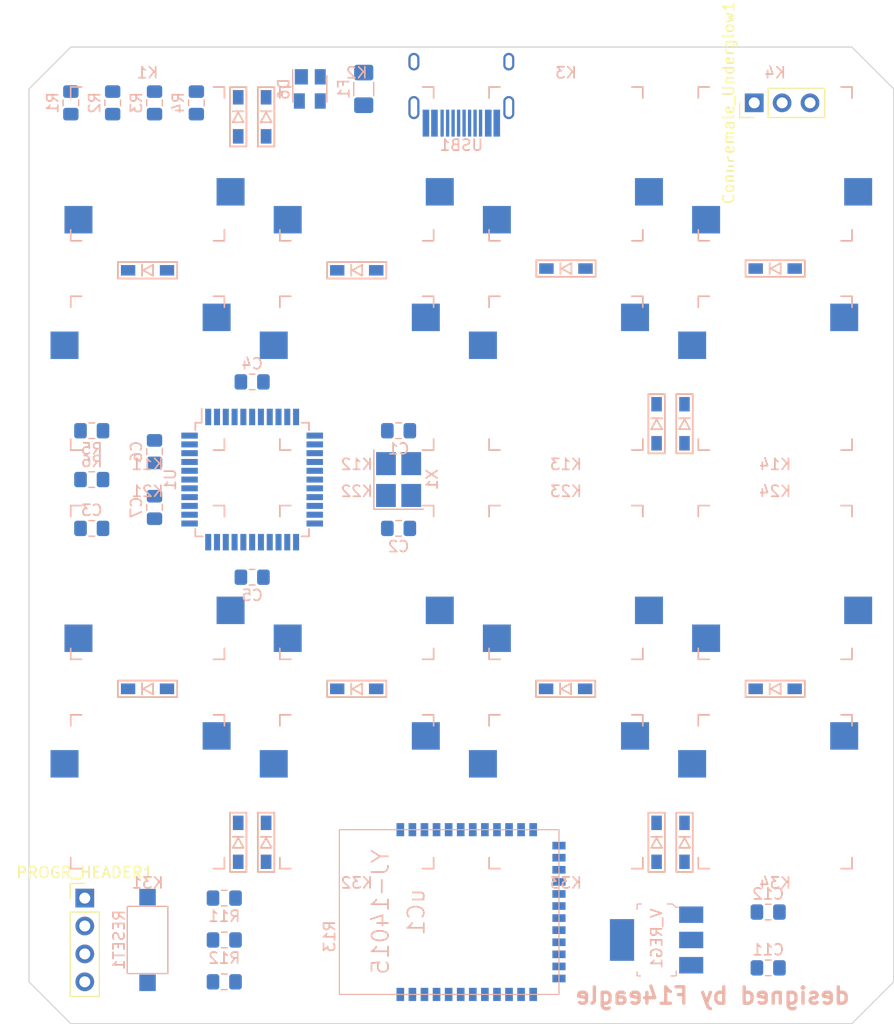
<source format=kicad_pcb>
(kicad_pcb (version 20171130) (host pcbnew "(5.1.2)-2")

  (general
    (thickness 1.6)
    (drawings 9)
    (tracks 0)
    (zones 0)
    (modules 60)
    (nets 92)
  )

  (page A4)
  (layers
    (0 F.Cu signal)
    (31 B.Cu signal)
    (32 B.Adhes user)
    (33 F.Adhes user)
    (34 B.Paste user)
    (35 F.Paste user)
    (36 B.SilkS user)
    (37 F.SilkS user)
    (38 B.Mask user)
    (39 F.Mask user)
    (40 Dwgs.User user)
    (41 Cmts.User user)
    (42 Eco1.User user)
    (43 Eco2.User user)
    (44 Edge.Cuts user)
    (45 Margin user)
    (46 B.CrtYd user)
    (47 F.CrtYd user)
    (48 B.Fab user)
    (49 F.Fab user)
  )

  (setup
    (last_trace_width 0.25)
    (trace_clearance 0.2)
    (zone_clearance 0.508)
    (zone_45_only no)
    (trace_min 0.2)
    (via_size 0.8)
    (via_drill 0.4)
    (via_min_size 0.4)
    (via_min_drill 0.3)
    (uvia_size 0.3)
    (uvia_drill 0.1)
    (uvias_allowed no)
    (uvia_min_size 0.2)
    (uvia_min_drill 0.1)
    (edge_width 0.1)
    (segment_width 0.2)
    (pcb_text_width 0.3)
    (pcb_text_size 1.5 1.5)
    (mod_edge_width 0.15)
    (mod_text_size 1 1)
    (mod_text_width 0.15)
    (pad_size 1.524 1.524)
    (pad_drill 0.762)
    (pad_to_mask_clearance 0)
    (aux_axis_origin 0 0)
    (visible_elements 7FFFFFFF)
    (pcbplotparams
      (layerselection 0x010fc_ffffffff)
      (usegerberextensions false)
      (usegerberattributes false)
      (usegerberadvancedattributes false)
      (creategerberjobfile false)
      (excludeedgelayer true)
      (linewidth 0.100000)
      (plotframeref false)
      (viasonmask false)
      (mode 1)
      (useauxorigin false)
      (hpglpennumber 1)
      (hpglpenspeed 20)
      (hpglpendiameter 15.000000)
      (psnegative false)
      (psa4output false)
      (plotreference true)
      (plotvalue true)
      (plotinvisibletext false)
      (padsonsilk false)
      (subtractmaskfromsilk false)
      (outputformat 1)
      (mirror false)
      (drillshape 0)
      (scaleselection 1)
      (outputdirectory "gerber/"))
  )

  (net 0 "")
  (net 1 "Net-(D1-Pad2)")
  (net 2 row0)
  (net 3 "Net-(D2-Pad2)")
  (net 4 "Net-(D3-Pad2)")
  (net 5 "Net-(D4-Pad2)")
  (net 6 "Net-(D11-Pad2)")
  (net 7 row1)
  (net 8 "Net-(D12-Pad2)")
  (net 9 "Net-(D13-Pad2)")
  (net 10 "Net-(D14-Pad2)")
  (net 11 "Net-(D21-Pad2)")
  (net 12 row2)
  (net 13 "Net-(D22-Pad2)")
  (net 14 "Net-(D23-Pad2)")
  (net 15 "Net-(D24-Pad2)")
  (net 16 "Net-(D31-Pad2)")
  (net 17 row3)
  (net 18 "Net-(D32-Pad2)")
  (net 19 "Net-(D33-Pad2)")
  (net 20 "Net-(D34-Pad2)")
  (net 21 row4)
  (net 22 col0)
  (net 23 col1)
  (net 24 col2)
  (net 25 col3)
  (net 26 col4)
  (net 27 GND)
  (net 28 RXI)
  (net 29 TXO)
  (net 30 SWCLK)
  (net 31 SWDIO)
  (net 32 VCC)
  (net 33 TXODIV)
  (net 34 RGB_DATA)
  (net 35 "Net-(uC1-Pad13)")
  (net 36 "Net-(uC1-Pad10)")
  (net 37 "Net-(uC1-Pad9)")
  (net 38 "Net-(uC1-Pad8)")
  (net 39 "Net-(uC1-Pad7)")
  (net 40 "Net-(uC1-Pad4)")
  (net 41 "Net-(uC1-Pad3)")
  (net 42 "Net-(uC1-Pad2)")
  (net 43 "Net-(uC1-Pad36)")
  (net 44 "Net-(uC1-Pad35)")
  (net 45 "Net-(uC1-Pad34)")
  (net 46 "Net-(uC1-Pad33)")
  (net 47 "Net-(uC1-Pad30)")
  (net 48 "Net-(uC1-Pad29)")
  (net 49 "Net-(uC1-Pad28)")
  (net 50 "Net-(uC1-Pad27)")
  (net 51 "Net-(uC1-Pad26)")
  (net 52 "Net-(uC1-Pad25)")
  (net 53 "Net-(uC1-Pad24)")
  (net 54 "Net-(uC1-Pad23)")
  (net 55 "Net-(uC1-Pad22)")
  (net 56 "Net-(uC1-Pad21)")
  (net 57 "Net-(uC1-Pad20)")
  (net 58 "Net-(uC1-Pad19)")
  (net 59 "Net-(uC1-Pad18)")
  (net 60 "Net-(uC1-Pad17)")
  (net 61 "Net-(uC1-Pad16)")
  (net 62 "Net-(uC1-Pad15)")
  (net 63 "Net-(uC1-Pad14)")
  (net 64 "Net-(U1-Pad19)")
  (net 65 "Net-(USB1-Pad3)")
  (net 66 "Net-(USB1-Pad9)")
  (net 67 +5V)
  (net 68 "Net-(D6-Pad3)")
  (net 69 "Net-(D6-Pad2)")
  (net 70 +3.3V)
  (net 71 "Net-(R5-Pad2)")
  (net 72 "Net-(U1-Pad42)")
  (net 73 "Net-(U1-Pad41)")
  (net 74 "Net-(U1-Pad40)")
  (net 75 "Net-(U1-Pad39)")
  (net 76 "Net-(U1-Pad38)")
  (net 77 "Net-(R6-Pad2)")
  (net 78 "Net-(U1-Pad32)")
  (net 79 "Net-(U1-Pad30)")
  (net 80 "Net-(U1-Pad26)")
  (net 81 "Net-(U1-Pad22)")
  (net 82 "Net-(U1-Pad18)")
  (net 83 "Net-(C2-Pad1)")
  (net 84 "Net-(C1-Pad1)")
  (net 85 "Net-(U1-Pad12)")
  (net 86 "Net-(U1-Pad8)")
  (net 87 "Net-(C3-Pad1)")
  (net 88 D+)
  (net 89 D-)
  (net 90 "Net-(R2-Pad2)")
  (net 91 "Net-(R1-Pad2)")

  (net_class Default 这是默认网络类。
    (clearance 0.2)
    (trace_width 0.25)
    (via_dia 0.8)
    (via_drill 0.4)
    (uvia_dia 0.3)
    (uvia_drill 0.1)
    (add_net +3.3V)
    (add_net +5V)
    (add_net D+)
    (add_net D-)
    (add_net GND)
    (add_net "Net-(C1-Pad1)")
    (add_net "Net-(C2-Pad1)")
    (add_net "Net-(C3-Pad1)")
    (add_net "Net-(D1-Pad2)")
    (add_net "Net-(D11-Pad2)")
    (add_net "Net-(D12-Pad2)")
    (add_net "Net-(D13-Pad2)")
    (add_net "Net-(D14-Pad2)")
    (add_net "Net-(D2-Pad2)")
    (add_net "Net-(D21-Pad2)")
    (add_net "Net-(D22-Pad2)")
    (add_net "Net-(D23-Pad2)")
    (add_net "Net-(D24-Pad2)")
    (add_net "Net-(D3-Pad2)")
    (add_net "Net-(D31-Pad2)")
    (add_net "Net-(D32-Pad2)")
    (add_net "Net-(D33-Pad2)")
    (add_net "Net-(D34-Pad2)")
    (add_net "Net-(D4-Pad2)")
    (add_net "Net-(D6-Pad2)")
    (add_net "Net-(D6-Pad3)")
    (add_net "Net-(R1-Pad2)")
    (add_net "Net-(R2-Pad2)")
    (add_net "Net-(R5-Pad2)")
    (add_net "Net-(R6-Pad2)")
    (add_net "Net-(U1-Pad12)")
    (add_net "Net-(U1-Pad18)")
    (add_net "Net-(U1-Pad19)")
    (add_net "Net-(U1-Pad22)")
    (add_net "Net-(U1-Pad26)")
    (add_net "Net-(U1-Pad30)")
    (add_net "Net-(U1-Pad32)")
    (add_net "Net-(U1-Pad38)")
    (add_net "Net-(U1-Pad39)")
    (add_net "Net-(U1-Pad40)")
    (add_net "Net-(U1-Pad41)")
    (add_net "Net-(U1-Pad42)")
    (add_net "Net-(U1-Pad8)")
    (add_net "Net-(USB1-Pad3)")
    (add_net "Net-(USB1-Pad9)")
    (add_net "Net-(uC1-Pad10)")
    (add_net "Net-(uC1-Pad13)")
    (add_net "Net-(uC1-Pad14)")
    (add_net "Net-(uC1-Pad15)")
    (add_net "Net-(uC1-Pad16)")
    (add_net "Net-(uC1-Pad17)")
    (add_net "Net-(uC1-Pad18)")
    (add_net "Net-(uC1-Pad19)")
    (add_net "Net-(uC1-Pad2)")
    (add_net "Net-(uC1-Pad20)")
    (add_net "Net-(uC1-Pad21)")
    (add_net "Net-(uC1-Pad22)")
    (add_net "Net-(uC1-Pad23)")
    (add_net "Net-(uC1-Pad24)")
    (add_net "Net-(uC1-Pad25)")
    (add_net "Net-(uC1-Pad26)")
    (add_net "Net-(uC1-Pad27)")
    (add_net "Net-(uC1-Pad28)")
    (add_net "Net-(uC1-Pad29)")
    (add_net "Net-(uC1-Pad3)")
    (add_net "Net-(uC1-Pad30)")
    (add_net "Net-(uC1-Pad33)")
    (add_net "Net-(uC1-Pad34)")
    (add_net "Net-(uC1-Pad35)")
    (add_net "Net-(uC1-Pad36)")
    (add_net "Net-(uC1-Pad4)")
    (add_net "Net-(uC1-Pad7)")
    (add_net "Net-(uC1-Pad8)")
    (add_net "Net-(uC1-Pad9)")
    (add_net RGB_DATA)
    (add_net RXI)
    (add_net SWCLK)
    (add_net SWDIO)
    (add_net TXO)
    (add_net TXODIV)
    (add_net VCC)
    (add_net col0)
    (add_net col1)
    (add_net col2)
    (add_net col3)
    (add_net col4)
    (add_net row0)
    (add_net row1)
    (add_net row2)
    (add_net row3)
    (add_net row4)
  )

  (module Button_Switch_SMD:SW_SPST_CK_RS282G05A3 (layer B.Cu) (tedit 5A7A67D2) (tstamp 5E08F1B8)
    (at 85.725 139.7 270)
    (descr https://www.mouser.com/ds/2/60/RS-282G05A-SM_RT-1159762.pdf)
    (tags "SPST button tactile switch")
    (path /5C0CF608)
    (attr smd)
    (fp_text reference RESET1 (at 0 2.6 90) (layer B.SilkS)
      (effects (font (size 1 1) (thickness 0.15)) (justify mirror))
    )
    (fp_text value SW_SPST (at 0 -3 90) (layer B.Fab)
      (effects (font (size 1 1) (thickness 0.15)) (justify mirror))
    )
    (fp_line (start 3 1.8) (end 3 -1.8) (layer B.Fab) (width 0.1))
    (fp_line (start -3 1.8) (end -3 -1.8) (layer B.Fab) (width 0.1))
    (fp_line (start -3 1.8) (end 3 1.8) (layer B.Fab) (width 0.1))
    (fp_line (start -3 -1.8) (end 3 -1.8) (layer B.Fab) (width 0.1))
    (fp_line (start -1.5 0.8) (end -1.5 -0.8) (layer B.Fab) (width 0.1))
    (fp_line (start 1.5 0.8) (end 1.5 -0.8) (layer B.Fab) (width 0.1))
    (fp_line (start -1.5 0.8) (end 1.5 0.8) (layer B.Fab) (width 0.1))
    (fp_line (start -1.5 -0.8) (end 1.5 -0.8) (layer B.Fab) (width 0.1))
    (fp_line (start -3.06 -1.85) (end -3.06 1.85) (layer B.SilkS) (width 0.12))
    (fp_line (start 3.06 -1.85) (end -3.06 -1.85) (layer B.SilkS) (width 0.12))
    (fp_line (start 3.06 1.85) (end 3.06 -1.85) (layer B.SilkS) (width 0.12))
    (fp_line (start -3.06 1.85) (end 3.06 1.85) (layer B.SilkS) (width 0.12))
    (fp_line (start -1.75 -1) (end -1.75 1) (layer B.Fab) (width 0.1))
    (fp_line (start 1.75 -1) (end -1.75 -1) (layer B.Fab) (width 0.1))
    (fp_line (start 1.75 1) (end 1.75 -1) (layer B.Fab) (width 0.1))
    (fp_line (start -1.75 1) (end 1.75 1) (layer B.Fab) (width 0.1))
    (fp_text user %R (at 0 2.6 90) (layer B.Fab)
      (effects (font (size 1 1) (thickness 0.15)) (justify mirror))
    )
    (fp_line (start -4.9 2.05) (end 4.9 2.05) (layer B.CrtYd) (width 0.05))
    (fp_line (start 4.9 2.05) (end 4.9 -2.05) (layer B.CrtYd) (width 0.05))
    (fp_line (start 4.9 -2.05) (end -4.9 -2.05) (layer B.CrtYd) (width 0.05))
    (fp_line (start -4.9 -2.05) (end -4.9 2.05) (layer B.CrtYd) (width 0.05))
    (pad 2 smd rect (at 3.9 0 270) (size 1.5 1.5) (layers B.Cu B.Paste B.Mask)
      (net 27 GND))
    (pad 1 smd rect (at -3.9 0 270) (size 1.5 1.5) (layers B.Cu B.Paste B.Mask)
      (net 71 "Net-(R5-Pad2)"))
    (model ${KISYS3DMOD}/Button_Switch_SMD.3dshapes/SW_SPST_CK_RS282G05A3.wrl
      (at (xyz 0 0 0))
      (scale (xyz 1 1 1))
      (rotate (xyz 0 0 0))
    )
  )

  (module Crystal:Crystal_SMD_3225-4Pin_3.2x2.5mm_HandSoldering (layer B.Cu) (tedit 5A0FD1B2) (tstamp 5E0D8277)
    (at 108.585 97.79 90)
    (descr "SMD Crystal SERIES SMD3225/4 http://www.txccrystal.com/images/pdf/7m-accuracy.pdf, hand-soldering, 3.2x2.5mm^2 package")
    (tags "SMD SMT crystal hand-soldering")
    (path /5E1B449D)
    (attr smd)
    (fp_text reference X1 (at 0 3.05 270) (layer B.SilkS)
      (effects (font (size 1 1) (thickness 0.15)) (justify mirror))
    )
    (fp_text value Crystal_GND24 (at 0 -3.05 270) (layer B.Fab)
      (effects (font (size 1 1) (thickness 0.15)) (justify mirror))
    )
    (fp_line (start 2.8 2.3) (end -2.8 2.3) (layer B.CrtYd) (width 0.05))
    (fp_line (start 2.8 -2.3) (end 2.8 2.3) (layer B.CrtYd) (width 0.05))
    (fp_line (start -2.8 -2.3) (end 2.8 -2.3) (layer B.CrtYd) (width 0.05))
    (fp_line (start -2.8 2.3) (end -2.8 -2.3) (layer B.CrtYd) (width 0.05))
    (fp_line (start -2.7 -2.25) (end 2.7 -2.25) (layer B.SilkS) (width 0.12))
    (fp_line (start -2.7 2.25) (end -2.7 -2.25) (layer B.SilkS) (width 0.12))
    (fp_line (start -1.6 -0.25) (end -0.6 -1.25) (layer B.Fab) (width 0.1))
    (fp_line (start 1.6 1.25) (end -1.6 1.25) (layer B.Fab) (width 0.1))
    (fp_line (start 1.6 -1.25) (end 1.6 1.25) (layer B.Fab) (width 0.1))
    (fp_line (start -1.6 -1.25) (end 1.6 -1.25) (layer B.Fab) (width 0.1))
    (fp_line (start -1.6 1.25) (end -1.6 -1.25) (layer B.Fab) (width 0.1))
    (fp_text user %R (at 0 0 270) (layer B.Fab)
      (effects (font (size 0.7 0.7) (thickness 0.105)) (justify mirror))
    )
    (pad 4 smd rect (at -1.45 1.15 90) (size 2.1 1.8) (layers B.Cu B.Paste B.Mask)
      (net 27 GND))
    (pad 3 smd rect (at 1.45 1.15 90) (size 2.1 1.8) (layers B.Cu B.Paste B.Mask)
      (net 84 "Net-(C1-Pad1)"))
    (pad 2 smd rect (at 1.45 -1.15 90) (size 2.1 1.8) (layers B.Cu B.Paste B.Mask)
      (net 27 GND))
    (pad 1 smd rect (at -1.45 -1.15 90) (size 2.1 1.8) (layers B.Cu B.Paste B.Mask)
      (net 83 "Net-(C2-Pad1)"))
    (model ${KISYS3DMOD}/Crystal.3dshapes/Crystal_SMD_3225-4Pin_3.2x2.5mm_HandSoldering.wrl
      (at (xyz 0 0 0))
      (scale (xyz 1 1 1))
      (rotate (xyz 0 0 0))
    )
  )

  (module Fuse:Fuse_1206_3216Metric_Pad1.42x1.75mm_HandSolder (layer B.Cu) (tedit 5B301BBE) (tstamp 5E0D2766)
    (at 105.41 62.23 270)
    (descr "Fuse SMD 1206 (3216 Metric), square (rectangular) end terminal, IPC_7351 nominal with elongated pad for handsoldering. (Body size source: http://www.tortai-tech.com/upload/download/2011102023233369053.pdf), generated with kicad-footprint-generator")
    (tags "resistor handsolder")
    (path /5E279CB3)
    (attr smd)
    (fp_text reference F1 (at 0 1.82 90) (layer B.SilkS)
      (effects (font (size 1 1) (thickness 0.15)) (justify mirror))
    )
    (fp_text value MF-NSMF050-2 (at 0 -1.82 90) (layer B.Fab)
      (effects (font (size 1 1) (thickness 0.15)) (justify mirror))
    )
    (fp_text user %R (at 0 0 90) (layer B.Fab)
      (effects (font (size 0.8 0.8) (thickness 0.12)) (justify mirror))
    )
    (fp_line (start 2.45 -1.12) (end -2.45 -1.12) (layer B.CrtYd) (width 0.05))
    (fp_line (start 2.45 1.12) (end 2.45 -1.12) (layer B.CrtYd) (width 0.05))
    (fp_line (start -2.45 1.12) (end 2.45 1.12) (layer B.CrtYd) (width 0.05))
    (fp_line (start -2.45 -1.12) (end -2.45 1.12) (layer B.CrtYd) (width 0.05))
    (fp_line (start -0.602064 -0.91) (end 0.602064 -0.91) (layer B.SilkS) (width 0.12))
    (fp_line (start -0.602064 0.91) (end 0.602064 0.91) (layer B.SilkS) (width 0.12))
    (fp_line (start 1.6 -0.8) (end -1.6 -0.8) (layer B.Fab) (width 0.1))
    (fp_line (start 1.6 0.8) (end 1.6 -0.8) (layer B.Fab) (width 0.1))
    (fp_line (start -1.6 0.8) (end 1.6 0.8) (layer B.Fab) (width 0.1))
    (fp_line (start -1.6 -0.8) (end -1.6 0.8) (layer B.Fab) (width 0.1))
    (pad 2 smd roundrect (at 1.4875 0 270) (size 1.425 1.75) (layers B.Cu B.Paste B.Mask) (roundrect_rratio 0.175439)
      (net 32 VCC))
    (pad 1 smd roundrect (at -1.4875 0 270) (size 1.425 1.75) (layers B.Cu B.Paste B.Mask) (roundrect_rratio 0.175439)
      (net 67 +5V))
    (model ${KISYS3DMOD}/Fuse.3dshapes/Fuse_1206_3216Metric.wrl
      (at (xyz 0 0 0))
      (scale (xyz 1 1 1))
      (rotate (xyz 0 0 0))
    )
  )

  (module Resistor_SMD:R_0805_2012Metric_Pad1.15x1.40mm_HandSolder (layer B.Cu) (tedit 5B36C52B) (tstamp 5E0D10EB)
    (at 80.645 97.79 180)
    (descr "Resistor SMD 0805 (2012 Metric), square (rectangular) end terminal, IPC_7351 nominal with elongated pad for handsoldering. (Body size source: https://docs.google.com/spreadsheets/d/1BsfQQcO9C6DZCsRaXUlFlo91Tg2WpOkGARC1WS5S8t0/edit?usp=sharing), generated with kicad-footprint-generator")
    (tags "resistor handsolder")
    (path /5E60C37C)
    (attr smd)
    (fp_text reference R6 (at 0 1.65) (layer B.SilkS)
      (effects (font (size 1 1) (thickness 0.15)) (justify mirror))
    )
    (fp_text value 1K (at 0 -1.65) (layer B.Fab)
      (effects (font (size 1 1) (thickness 0.15)) (justify mirror))
    )
    (fp_text user %R (at 0 0) (layer B.Fab)
      (effects (font (size 0.5 0.5) (thickness 0.08)) (justify mirror))
    )
    (fp_line (start 1.85 -0.95) (end -1.85 -0.95) (layer B.CrtYd) (width 0.05))
    (fp_line (start 1.85 0.95) (end 1.85 -0.95) (layer B.CrtYd) (width 0.05))
    (fp_line (start -1.85 0.95) (end 1.85 0.95) (layer B.CrtYd) (width 0.05))
    (fp_line (start -1.85 -0.95) (end -1.85 0.95) (layer B.CrtYd) (width 0.05))
    (fp_line (start -0.261252 -0.71) (end 0.261252 -0.71) (layer B.SilkS) (width 0.12))
    (fp_line (start -0.261252 0.71) (end 0.261252 0.71) (layer B.SilkS) (width 0.12))
    (fp_line (start 1 -0.6) (end -1 -0.6) (layer B.Fab) (width 0.1))
    (fp_line (start 1 0.6) (end 1 -0.6) (layer B.Fab) (width 0.1))
    (fp_line (start -1 0.6) (end 1 0.6) (layer B.Fab) (width 0.1))
    (fp_line (start -1 -0.6) (end -1 0.6) (layer B.Fab) (width 0.1))
    (pad 2 smd roundrect (at 1.025 0 180) (size 1.15 1.4) (layers B.Cu B.Paste B.Mask) (roundrect_rratio 0.217391)
      (net 77 "Net-(R6-Pad2)"))
    (pad 1 smd roundrect (at -1.025 0 180) (size 1.15 1.4) (layers B.Cu B.Paste B.Mask) (roundrect_rratio 0.217391)
      (net 27 GND))
    (model ${KISYS3DMOD}/Resistor_SMD.3dshapes/R_0805_2012Metric.wrl
      (at (xyz 0 0 0))
      (scale (xyz 1 1 1))
      (rotate (xyz 0 0 0))
    )
  )

  (module Resistor_SMD:R_0805_2012Metric_Pad1.15x1.40mm_HandSolder (layer B.Cu) (tedit 5B36C52B) (tstamp 5E0D10DA)
    (at 80.645 93.345)
    (descr "Resistor SMD 0805 (2012 Metric), square (rectangular) end terminal, IPC_7351 nominal with elongated pad for handsoldering. (Body size source: https://docs.google.com/spreadsheets/d/1BsfQQcO9C6DZCsRaXUlFlo91Tg2WpOkGARC1WS5S8t0/edit?usp=sharing), generated with kicad-footprint-generator")
    (tags "resistor handsolder")
    (path /5E100BCF)
    (attr smd)
    (fp_text reference R5 (at 0 1.65) (layer B.SilkS)
      (effects (font (size 1 1) (thickness 0.15)) (justify mirror))
    )
    (fp_text value 10K (at 0 -1.65) (layer B.Fab)
      (effects (font (size 1 1) (thickness 0.15)) (justify mirror))
    )
    (fp_text user %R (at 0 0) (layer B.Fab)
      (effects (font (size 0.5 0.5) (thickness 0.08)) (justify mirror))
    )
    (fp_line (start 1.85 -0.95) (end -1.85 -0.95) (layer B.CrtYd) (width 0.05))
    (fp_line (start 1.85 0.95) (end 1.85 -0.95) (layer B.CrtYd) (width 0.05))
    (fp_line (start -1.85 0.95) (end 1.85 0.95) (layer B.CrtYd) (width 0.05))
    (fp_line (start -1.85 -0.95) (end -1.85 0.95) (layer B.CrtYd) (width 0.05))
    (fp_line (start -0.261252 -0.71) (end 0.261252 -0.71) (layer B.SilkS) (width 0.12))
    (fp_line (start -0.261252 0.71) (end 0.261252 0.71) (layer B.SilkS) (width 0.12))
    (fp_line (start 1 -0.6) (end -1 -0.6) (layer B.Fab) (width 0.1))
    (fp_line (start 1 0.6) (end 1 -0.6) (layer B.Fab) (width 0.1))
    (fp_line (start -1 0.6) (end 1 0.6) (layer B.Fab) (width 0.1))
    (fp_line (start -1 -0.6) (end -1 0.6) (layer B.Fab) (width 0.1))
    (pad 2 smd roundrect (at 1.025 0) (size 1.15 1.4) (layers B.Cu B.Paste B.Mask) (roundrect_rratio 0.217391)
      (net 71 "Net-(R5-Pad2)"))
    (pad 1 smd roundrect (at -1.025 0) (size 1.15 1.4) (layers B.Cu B.Paste B.Mask) (roundrect_rratio 0.217391)
      (net 67 +5V))
    (model ${KISYS3DMOD}/Resistor_SMD.3dshapes/R_0805_2012Metric.wrl
      (at (xyz 0 0 0))
      (scale (xyz 1 1 1))
      (rotate (xyz 0 0 0))
    )
  )

  (module Resistor_SMD:R_0805_2012Metric_Pad1.15x1.40mm_HandSolder (layer B.Cu) (tedit 5B36C52B) (tstamp 5E0D10C9)
    (at 90.17 63.5 270)
    (descr "Resistor SMD 0805 (2012 Metric), square (rectangular) end terminal, IPC_7351 nominal with elongated pad for handsoldering. (Body size source: https://docs.google.com/spreadsheets/d/1BsfQQcO9C6DZCsRaXUlFlo91Tg2WpOkGARC1WS5S8t0/edit?usp=sharing), generated with kicad-footprint-generator")
    (tags "resistor handsolder")
    (path /5E28EA51)
    (attr smd)
    (fp_text reference R4 (at 0 1.65 270) (layer B.SilkS)
      (effects (font (size 1 1) (thickness 0.15)) (justify mirror))
    )
    (fp_text value 22 (at 0 -1.65 270) (layer B.Fab)
      (effects (font (size 1 1) (thickness 0.15)) (justify mirror))
    )
    (fp_text user %R (at 0 0 270) (layer B.Fab)
      (effects (font (size 0.5 0.5) (thickness 0.08)) (justify mirror))
    )
    (fp_line (start 1.85 -0.95) (end -1.85 -0.95) (layer B.CrtYd) (width 0.05))
    (fp_line (start 1.85 0.95) (end 1.85 -0.95) (layer B.CrtYd) (width 0.05))
    (fp_line (start -1.85 0.95) (end 1.85 0.95) (layer B.CrtYd) (width 0.05))
    (fp_line (start -1.85 -0.95) (end -1.85 0.95) (layer B.CrtYd) (width 0.05))
    (fp_line (start -0.261252 -0.71) (end 0.261252 -0.71) (layer B.SilkS) (width 0.12))
    (fp_line (start -0.261252 0.71) (end 0.261252 0.71) (layer B.SilkS) (width 0.12))
    (fp_line (start 1 -0.6) (end -1 -0.6) (layer B.Fab) (width 0.1))
    (fp_line (start 1 0.6) (end 1 -0.6) (layer B.Fab) (width 0.1))
    (fp_line (start -1 0.6) (end 1 0.6) (layer B.Fab) (width 0.1))
    (fp_line (start -1 -0.6) (end -1 0.6) (layer B.Fab) (width 0.1))
    (pad 2 smd roundrect (at 1.025 0 270) (size 1.15 1.4) (layers B.Cu B.Paste B.Mask) (roundrect_rratio 0.217391)
      (net 68 "Net-(D6-Pad3)"))
    (pad 1 smd roundrect (at -1.025 0 270) (size 1.15 1.4) (layers B.Cu B.Paste B.Mask) (roundrect_rratio 0.217391)
      (net 89 D-))
    (model ${KISYS3DMOD}/Resistor_SMD.3dshapes/R_0805_2012Metric.wrl
      (at (xyz 0 0 0))
      (scale (xyz 1 1 1))
      (rotate (xyz 0 0 0))
    )
  )

  (module Resistor_SMD:R_0805_2012Metric_Pad1.15x1.40mm_HandSolder (layer B.Cu) (tedit 5B36C52B) (tstamp 5E0D10B8)
    (at 86.36 63.5 270)
    (descr "Resistor SMD 0805 (2012 Metric), square (rectangular) end terminal, IPC_7351 nominal with elongated pad for handsoldering. (Body size source: https://docs.google.com/spreadsheets/d/1BsfQQcO9C6DZCsRaXUlFlo91Tg2WpOkGARC1WS5S8t0/edit?usp=sharing), generated with kicad-footprint-generator")
    (tags "resistor handsolder")
    (path /5E286924)
    (attr smd)
    (fp_text reference R3 (at 0 1.65 270) (layer B.SilkS)
      (effects (font (size 1 1) (thickness 0.15)) (justify mirror))
    )
    (fp_text value 22 (at 0 -1.65 270) (layer B.Fab)
      (effects (font (size 1 1) (thickness 0.15)) (justify mirror))
    )
    (fp_text user %R (at 0 0 270) (layer B.Fab)
      (effects (font (size 0.5 0.5) (thickness 0.08)) (justify mirror))
    )
    (fp_line (start 1.85 -0.95) (end -1.85 -0.95) (layer B.CrtYd) (width 0.05))
    (fp_line (start 1.85 0.95) (end 1.85 -0.95) (layer B.CrtYd) (width 0.05))
    (fp_line (start -1.85 0.95) (end 1.85 0.95) (layer B.CrtYd) (width 0.05))
    (fp_line (start -1.85 -0.95) (end -1.85 0.95) (layer B.CrtYd) (width 0.05))
    (fp_line (start -0.261252 -0.71) (end 0.261252 -0.71) (layer B.SilkS) (width 0.12))
    (fp_line (start -0.261252 0.71) (end 0.261252 0.71) (layer B.SilkS) (width 0.12))
    (fp_line (start 1 -0.6) (end -1 -0.6) (layer B.Fab) (width 0.1))
    (fp_line (start 1 0.6) (end 1 -0.6) (layer B.Fab) (width 0.1))
    (fp_line (start -1 0.6) (end 1 0.6) (layer B.Fab) (width 0.1))
    (fp_line (start -1 -0.6) (end -1 0.6) (layer B.Fab) (width 0.1))
    (pad 2 smd roundrect (at 1.025 0 270) (size 1.15 1.4) (layers B.Cu B.Paste B.Mask) (roundrect_rratio 0.217391)
      (net 69 "Net-(D6-Pad2)"))
    (pad 1 smd roundrect (at -1.025 0 270) (size 1.15 1.4) (layers B.Cu B.Paste B.Mask) (roundrect_rratio 0.217391)
      (net 88 D+))
    (model ${KISYS3DMOD}/Resistor_SMD.3dshapes/R_0805_2012Metric.wrl
      (at (xyz 0 0 0))
      (scale (xyz 1 1 1))
      (rotate (xyz 0 0 0))
    )
  )

  (module Resistor_SMD:R_0805_2012Metric_Pad1.15x1.40mm_HandSolder (layer B.Cu) (tedit 5B36C52B) (tstamp 5E0D10A7)
    (at 82.55 63.5 270)
    (descr "Resistor SMD 0805 (2012 Metric), square (rectangular) end terminal, IPC_7351 nominal with elongated pad for handsoldering. (Body size source: https://docs.google.com/spreadsheets/d/1BsfQQcO9C6DZCsRaXUlFlo91Tg2WpOkGARC1WS5S8t0/edit?usp=sharing), generated with kicad-footprint-generator")
    (tags "resistor handsolder")
    (path /5E41BAED)
    (attr smd)
    (fp_text reference R2 (at 0 1.65 270) (layer B.SilkS)
      (effects (font (size 1 1) (thickness 0.15)) (justify mirror))
    )
    (fp_text value 5.1K (at 0 -1.65 270) (layer B.Fab)
      (effects (font (size 1 1) (thickness 0.15)) (justify mirror))
    )
    (fp_text user %R (at 0 0 270) (layer B.Fab)
      (effects (font (size 0.5 0.5) (thickness 0.08)) (justify mirror))
    )
    (fp_line (start 1.85 -0.95) (end -1.85 -0.95) (layer B.CrtYd) (width 0.05))
    (fp_line (start 1.85 0.95) (end 1.85 -0.95) (layer B.CrtYd) (width 0.05))
    (fp_line (start -1.85 0.95) (end 1.85 0.95) (layer B.CrtYd) (width 0.05))
    (fp_line (start -1.85 -0.95) (end -1.85 0.95) (layer B.CrtYd) (width 0.05))
    (fp_line (start -0.261252 -0.71) (end 0.261252 -0.71) (layer B.SilkS) (width 0.12))
    (fp_line (start -0.261252 0.71) (end 0.261252 0.71) (layer B.SilkS) (width 0.12))
    (fp_line (start 1 -0.6) (end -1 -0.6) (layer B.Fab) (width 0.1))
    (fp_line (start 1 0.6) (end 1 -0.6) (layer B.Fab) (width 0.1))
    (fp_line (start -1 0.6) (end 1 0.6) (layer B.Fab) (width 0.1))
    (fp_line (start -1 -0.6) (end -1 0.6) (layer B.Fab) (width 0.1))
    (pad 2 smd roundrect (at 1.025 0 270) (size 1.15 1.4) (layers B.Cu B.Paste B.Mask) (roundrect_rratio 0.217391)
      (net 90 "Net-(R2-Pad2)"))
    (pad 1 smd roundrect (at -1.025 0 270) (size 1.15 1.4) (layers B.Cu B.Paste B.Mask) (roundrect_rratio 0.217391)
      (net 27 GND))
    (model ${KISYS3DMOD}/Resistor_SMD.3dshapes/R_0805_2012Metric.wrl
      (at (xyz 0 0 0))
      (scale (xyz 1 1 1))
      (rotate (xyz 0 0 0))
    )
  )

  (module Resistor_SMD:R_0805_2012Metric_Pad1.15x1.40mm_HandSolder (layer B.Cu) (tedit 5B36C52B) (tstamp 5E0D1096)
    (at 78.74 63.5 270)
    (descr "Resistor SMD 0805 (2012 Metric), square (rectangular) end terminal, IPC_7351 nominal with elongated pad for handsoldering. (Body size source: https://docs.google.com/spreadsheets/d/1BsfQQcO9C6DZCsRaXUlFlo91Tg2WpOkGARC1WS5S8t0/edit?usp=sharing), generated with kicad-footprint-generator")
    (tags "resistor handsolder")
    (path /5E27FE2E)
    (attr smd)
    (fp_text reference R1 (at 0 1.65 270) (layer B.SilkS)
      (effects (font (size 1 1) (thickness 0.15)) (justify mirror))
    )
    (fp_text value 5.1K (at 0 -1.65 270) (layer B.Fab)
      (effects (font (size 1 1) (thickness 0.15)) (justify mirror))
    )
    (fp_text user %R (at 0 0 270) (layer B.Fab)
      (effects (font (size 0.5 0.5) (thickness 0.08)) (justify mirror))
    )
    (fp_line (start 1.85 -0.95) (end -1.85 -0.95) (layer B.CrtYd) (width 0.05))
    (fp_line (start 1.85 0.95) (end 1.85 -0.95) (layer B.CrtYd) (width 0.05))
    (fp_line (start -1.85 0.95) (end 1.85 0.95) (layer B.CrtYd) (width 0.05))
    (fp_line (start -1.85 -0.95) (end -1.85 0.95) (layer B.CrtYd) (width 0.05))
    (fp_line (start -0.261252 -0.71) (end 0.261252 -0.71) (layer B.SilkS) (width 0.12))
    (fp_line (start -0.261252 0.71) (end 0.261252 0.71) (layer B.SilkS) (width 0.12))
    (fp_line (start 1 -0.6) (end -1 -0.6) (layer B.Fab) (width 0.1))
    (fp_line (start 1 0.6) (end 1 -0.6) (layer B.Fab) (width 0.1))
    (fp_line (start -1 0.6) (end 1 0.6) (layer B.Fab) (width 0.1))
    (fp_line (start -1 -0.6) (end -1 0.6) (layer B.Fab) (width 0.1))
    (pad 2 smd roundrect (at 1.025 0 270) (size 1.15 1.4) (layers B.Cu B.Paste B.Mask) (roundrect_rratio 0.217391)
      (net 91 "Net-(R1-Pad2)"))
    (pad 1 smd roundrect (at -1.025 0 270) (size 1.15 1.4) (layers B.Cu B.Paste B.Mask) (roundrect_rratio 0.217391)
      (net 27 GND))
    (model ${KISYS3DMOD}/Resistor_SMD.3dshapes/R_0805_2012Metric.wrl
      (at (xyz 0 0 0))
      (scale (xyz 1 1 1))
      (rotate (xyz 0 0 0))
    )
  )

  (module Capacitor_SMD:C_0805_2012Metric_Pad1.15x1.40mm_HandSolder (layer B.Cu) (tedit 5B36C52B) (tstamp 5E0D0673)
    (at 142.24 137.16 180)
    (descr "Capacitor SMD 0805 (2012 Metric), square (rectangular) end terminal, IPC_7351 nominal with elongated pad for handsoldering. (Body size source: https://docs.google.com/spreadsheets/d/1BsfQQcO9C6DZCsRaXUlFlo91Tg2WpOkGARC1WS5S8t0/edit?usp=sharing), generated with kicad-footprint-generator")
    (tags "capacitor handsolder")
    (path /5E6648E4)
    (attr smd)
    (fp_text reference C12 (at 0 1.65) (layer B.SilkS)
      (effects (font (size 1 1) (thickness 0.15)) (justify mirror))
    )
    (fp_text value 10uF (at 0 -1.65) (layer B.Fab)
      (effects (font (size 1 1) (thickness 0.15)) (justify mirror))
    )
    (fp_text user %R (at 0 0) (layer B.Fab)
      (effects (font (size 0.5 0.5) (thickness 0.08)) (justify mirror))
    )
    (fp_line (start 1.85 -0.95) (end -1.85 -0.95) (layer B.CrtYd) (width 0.05))
    (fp_line (start 1.85 0.95) (end 1.85 -0.95) (layer B.CrtYd) (width 0.05))
    (fp_line (start -1.85 0.95) (end 1.85 0.95) (layer B.CrtYd) (width 0.05))
    (fp_line (start -1.85 -0.95) (end -1.85 0.95) (layer B.CrtYd) (width 0.05))
    (fp_line (start -0.261252 -0.71) (end 0.261252 -0.71) (layer B.SilkS) (width 0.12))
    (fp_line (start -0.261252 0.71) (end 0.261252 0.71) (layer B.SilkS) (width 0.12))
    (fp_line (start 1 -0.6) (end -1 -0.6) (layer B.Fab) (width 0.1))
    (fp_line (start 1 0.6) (end 1 -0.6) (layer B.Fab) (width 0.1))
    (fp_line (start -1 0.6) (end 1 0.6) (layer B.Fab) (width 0.1))
    (fp_line (start -1 -0.6) (end -1 0.6) (layer B.Fab) (width 0.1))
    (pad 2 smd roundrect (at 1.025 0 180) (size 1.15 1.4) (layers B.Cu B.Paste B.Mask) (roundrect_rratio 0.217391)
      (net 27 GND))
    (pad 1 smd roundrect (at -1.025 0 180) (size 1.15 1.4) (layers B.Cu B.Paste B.Mask) (roundrect_rratio 0.217391)
      (net 70 +3.3V))
    (model ${KISYS3DMOD}/Capacitor_SMD.3dshapes/C_0805_2012Metric.wrl
      (at (xyz 0 0 0))
      (scale (xyz 1 1 1))
      (rotate (xyz 0 0 0))
    )
  )

  (module Capacitor_SMD:C_0805_2012Metric_Pad1.15x1.40mm_HandSolder (layer B.Cu) (tedit 5B36C52B) (tstamp 5E0D0662)
    (at 142.24 142.24 180)
    (descr "Capacitor SMD 0805 (2012 Metric), square (rectangular) end terminal, IPC_7351 nominal with elongated pad for handsoldering. (Body size source: https://docs.google.com/spreadsheets/d/1BsfQQcO9C6DZCsRaXUlFlo91Tg2WpOkGARC1WS5S8t0/edit?usp=sharing), generated with kicad-footprint-generator")
    (tags "capacitor handsolder")
    (path /5E65FBDB)
    (attr smd)
    (fp_text reference C11 (at 0 1.65) (layer B.SilkS)
      (effects (font (size 1 1) (thickness 0.15)) (justify mirror))
    )
    (fp_text value 10uF (at 0 -1.65) (layer B.Fab)
      (effects (font (size 1 1) (thickness 0.15)) (justify mirror))
    )
    (fp_text user %R (at 0 0) (layer B.Fab)
      (effects (font (size 0.5 0.5) (thickness 0.08)) (justify mirror))
    )
    (fp_line (start 1.85 -0.95) (end -1.85 -0.95) (layer B.CrtYd) (width 0.05))
    (fp_line (start 1.85 0.95) (end 1.85 -0.95) (layer B.CrtYd) (width 0.05))
    (fp_line (start -1.85 0.95) (end 1.85 0.95) (layer B.CrtYd) (width 0.05))
    (fp_line (start -1.85 -0.95) (end -1.85 0.95) (layer B.CrtYd) (width 0.05))
    (fp_line (start -0.261252 -0.71) (end 0.261252 -0.71) (layer B.SilkS) (width 0.12))
    (fp_line (start -0.261252 0.71) (end 0.261252 0.71) (layer B.SilkS) (width 0.12))
    (fp_line (start 1 -0.6) (end -1 -0.6) (layer B.Fab) (width 0.1))
    (fp_line (start 1 0.6) (end 1 -0.6) (layer B.Fab) (width 0.1))
    (fp_line (start -1 0.6) (end 1 0.6) (layer B.Fab) (width 0.1))
    (fp_line (start -1 -0.6) (end -1 0.6) (layer B.Fab) (width 0.1))
    (pad 2 smd roundrect (at 1.025 0 180) (size 1.15 1.4) (layers B.Cu B.Paste B.Mask) (roundrect_rratio 0.217391)
      (net 27 GND))
    (pad 1 smd roundrect (at -1.025 0 180) (size 1.15 1.4) (layers B.Cu B.Paste B.Mask) (roundrect_rratio 0.217391)
      (net 32 VCC))
    (model ${KISYS3DMOD}/Capacitor_SMD.3dshapes/C_0805_2012Metric.wrl
      (at (xyz 0 0 0))
      (scale (xyz 1 1 1))
      (rotate (xyz 0 0 0))
    )
  )

  (module Capacitor_SMD:C_0805_2012Metric_Pad1.15x1.40mm_HandSolder (layer B.Cu) (tedit 5B36C52B) (tstamp 5E0D0651)
    (at 86.36 100.33 270)
    (descr "Capacitor SMD 0805 (2012 Metric), square (rectangular) end terminal, IPC_7351 nominal with elongated pad for handsoldering. (Body size source: https://docs.google.com/spreadsheets/d/1BsfQQcO9C6DZCsRaXUlFlo91Tg2WpOkGARC1WS5S8t0/edit?usp=sharing), generated with kicad-footprint-generator")
    (tags "capacitor handsolder")
    (path /5E215FDA)
    (attr smd)
    (fp_text reference C7 (at 0 1.65 90) (layer B.SilkS)
      (effects (font (size 1 1) (thickness 0.15)) (justify mirror))
    )
    (fp_text value 10uF (at 0 -1.65 90) (layer B.Fab)
      (effects (font (size 1 1) (thickness 0.15)) (justify mirror))
    )
    (fp_text user %R (at 0 0 180) (layer B.Fab)
      (effects (font (size 0.5 0.5) (thickness 0.08)) (justify mirror))
    )
    (fp_line (start 1.85 -0.95) (end -1.85 -0.95) (layer B.CrtYd) (width 0.05))
    (fp_line (start 1.85 0.95) (end 1.85 -0.95) (layer B.CrtYd) (width 0.05))
    (fp_line (start -1.85 0.95) (end 1.85 0.95) (layer B.CrtYd) (width 0.05))
    (fp_line (start -1.85 -0.95) (end -1.85 0.95) (layer B.CrtYd) (width 0.05))
    (fp_line (start -0.261252 -0.71) (end 0.261252 -0.71) (layer B.SilkS) (width 0.12))
    (fp_line (start -0.261252 0.71) (end 0.261252 0.71) (layer B.SilkS) (width 0.12))
    (fp_line (start 1 -0.6) (end -1 -0.6) (layer B.Fab) (width 0.1))
    (fp_line (start 1 0.6) (end 1 -0.6) (layer B.Fab) (width 0.1))
    (fp_line (start -1 0.6) (end 1 0.6) (layer B.Fab) (width 0.1))
    (fp_line (start -1 -0.6) (end -1 0.6) (layer B.Fab) (width 0.1))
    (pad 2 smd roundrect (at 1.025 0 270) (size 1.15 1.4) (layers B.Cu B.Paste B.Mask) (roundrect_rratio 0.217391)
      (net 67 +5V))
    (pad 1 smd roundrect (at -1.025 0 270) (size 1.15 1.4) (layers B.Cu B.Paste B.Mask) (roundrect_rratio 0.217391)
      (net 27 GND))
    (model ${KISYS3DMOD}/Capacitor_SMD.3dshapes/C_0805_2012Metric.wrl
      (at (xyz 0 0 0))
      (scale (xyz 1 1 1))
      (rotate (xyz 0 0 0))
    )
  )

  (module Capacitor_SMD:C_0805_2012Metric_Pad1.15x1.40mm_HandSolder (layer B.Cu) (tedit 5B36C52B) (tstamp 5E0D0640)
    (at 86.36 95.25 270)
    (descr "Capacitor SMD 0805 (2012 Metric), square (rectangular) end terminal, IPC_7351 nominal with elongated pad for handsoldering. (Body size source: https://docs.google.com/spreadsheets/d/1BsfQQcO9C6DZCsRaXUlFlo91Tg2WpOkGARC1WS5S8t0/edit?usp=sharing), generated with kicad-footprint-generator")
    (tags "capacitor handsolder")
    (path /5E221E8F)
    (attr smd)
    (fp_text reference C6 (at 0 1.65 90) (layer B.SilkS)
      (effects (font (size 1 1) (thickness 0.15)) (justify mirror))
    )
    (fp_text value 100nF (at 0 -1.65 90) (layer B.Fab)
      (effects (font (size 1 1) (thickness 0.15)) (justify mirror))
    )
    (fp_text user %R (at 0 0 90) (layer B.Fab)
      (effects (font (size 0.5 0.5) (thickness 0.08)) (justify mirror))
    )
    (fp_line (start 1.85 -0.95) (end -1.85 -0.95) (layer B.CrtYd) (width 0.05))
    (fp_line (start 1.85 0.95) (end 1.85 -0.95) (layer B.CrtYd) (width 0.05))
    (fp_line (start -1.85 0.95) (end 1.85 0.95) (layer B.CrtYd) (width 0.05))
    (fp_line (start -1.85 -0.95) (end -1.85 0.95) (layer B.CrtYd) (width 0.05))
    (fp_line (start -0.261252 -0.71) (end 0.261252 -0.71) (layer B.SilkS) (width 0.12))
    (fp_line (start -0.261252 0.71) (end 0.261252 0.71) (layer B.SilkS) (width 0.12))
    (fp_line (start 1 -0.6) (end -1 -0.6) (layer B.Fab) (width 0.1))
    (fp_line (start 1 0.6) (end 1 -0.6) (layer B.Fab) (width 0.1))
    (fp_line (start -1 0.6) (end 1 0.6) (layer B.Fab) (width 0.1))
    (fp_line (start -1 -0.6) (end -1 0.6) (layer B.Fab) (width 0.1))
    (pad 2 smd roundrect (at 1.025 0 270) (size 1.15 1.4) (layers B.Cu B.Paste B.Mask) (roundrect_rratio 0.217391)
      (net 67 +5V))
    (pad 1 smd roundrect (at -1.025 0 270) (size 1.15 1.4) (layers B.Cu B.Paste B.Mask) (roundrect_rratio 0.217391)
      (net 27 GND))
    (model ${KISYS3DMOD}/Capacitor_SMD.3dshapes/C_0805_2012Metric.wrl
      (at (xyz 0 0 0))
      (scale (xyz 1 1 1))
      (rotate (xyz 0 0 0))
    )
  )

  (module Capacitor_SMD:C_0805_2012Metric_Pad1.15x1.40mm_HandSolder (layer B.Cu) (tedit 5B36C52B) (tstamp 5E0D062F)
    (at 95.25 106.68)
    (descr "Capacitor SMD 0805 (2012 Metric), square (rectangular) end terminal, IPC_7351 nominal with elongated pad for handsoldering. (Body size source: https://docs.google.com/spreadsheets/d/1BsfQQcO9C6DZCsRaXUlFlo91Tg2WpOkGARC1WS5S8t0/edit?usp=sharing), generated with kicad-footprint-generator")
    (tags "capacitor handsolder")
    (path /5E21CC87)
    (attr smd)
    (fp_text reference C5 (at 0 1.65) (layer B.SilkS)
      (effects (font (size 1 1) (thickness 0.15)) (justify mirror))
    )
    (fp_text value 100nF (at 0 -1.65) (layer B.Fab)
      (effects (font (size 1 1) (thickness 0.15)) (justify mirror))
    )
    (fp_text user %R (at 0 0) (layer B.Fab)
      (effects (font (size 0.5 0.5) (thickness 0.08)) (justify mirror))
    )
    (fp_line (start 1.85 -0.95) (end -1.85 -0.95) (layer B.CrtYd) (width 0.05))
    (fp_line (start 1.85 0.95) (end 1.85 -0.95) (layer B.CrtYd) (width 0.05))
    (fp_line (start -1.85 0.95) (end 1.85 0.95) (layer B.CrtYd) (width 0.05))
    (fp_line (start -1.85 -0.95) (end -1.85 0.95) (layer B.CrtYd) (width 0.05))
    (fp_line (start -0.261252 -0.71) (end 0.261252 -0.71) (layer B.SilkS) (width 0.12))
    (fp_line (start -0.261252 0.71) (end 0.261252 0.71) (layer B.SilkS) (width 0.12))
    (fp_line (start 1 -0.6) (end -1 -0.6) (layer B.Fab) (width 0.1))
    (fp_line (start 1 0.6) (end 1 -0.6) (layer B.Fab) (width 0.1))
    (fp_line (start -1 0.6) (end 1 0.6) (layer B.Fab) (width 0.1))
    (fp_line (start -1 -0.6) (end -1 0.6) (layer B.Fab) (width 0.1))
    (pad 2 smd roundrect (at 1.025 0) (size 1.15 1.4) (layers B.Cu B.Paste B.Mask) (roundrect_rratio 0.217391)
      (net 67 +5V))
    (pad 1 smd roundrect (at -1.025 0) (size 1.15 1.4) (layers B.Cu B.Paste B.Mask) (roundrect_rratio 0.217391)
      (net 27 GND))
    (model ${KISYS3DMOD}/Capacitor_SMD.3dshapes/C_0805_2012Metric.wrl
      (at (xyz 0 0 0))
      (scale (xyz 1 1 1))
      (rotate (xyz 0 0 0))
    )
  )

  (module Capacitor_SMD:C_0805_2012Metric_Pad1.15x1.40mm_HandSolder (layer B.Cu) (tedit 5B36C52B) (tstamp 5E0D061E)
    (at 95.25 88.9 180)
    (descr "Capacitor SMD 0805 (2012 Metric), square (rectangular) end terminal, IPC_7351 nominal with elongated pad for handsoldering. (Body size source: https://docs.google.com/spreadsheets/d/1BsfQQcO9C6DZCsRaXUlFlo91Tg2WpOkGARC1WS5S8t0/edit?usp=sharing), generated with kicad-footprint-generator")
    (tags "capacitor handsolder")
    (path /5E217A94)
    (attr smd)
    (fp_text reference C4 (at 0 1.65) (layer B.SilkS)
      (effects (font (size 1 1) (thickness 0.15)) (justify mirror))
    )
    (fp_text value 100nF (at 0 -1.65) (layer B.Fab)
      (effects (font (size 1 1) (thickness 0.15)) (justify mirror))
    )
    (fp_text user %R (at 0 0) (layer B.Fab)
      (effects (font (size 0.5 0.5) (thickness 0.08)) (justify mirror))
    )
    (fp_line (start 1.85 -0.95) (end -1.85 -0.95) (layer B.CrtYd) (width 0.05))
    (fp_line (start 1.85 0.95) (end 1.85 -0.95) (layer B.CrtYd) (width 0.05))
    (fp_line (start -1.85 0.95) (end 1.85 0.95) (layer B.CrtYd) (width 0.05))
    (fp_line (start -1.85 -0.95) (end -1.85 0.95) (layer B.CrtYd) (width 0.05))
    (fp_line (start -0.261252 -0.71) (end 0.261252 -0.71) (layer B.SilkS) (width 0.12))
    (fp_line (start -0.261252 0.71) (end 0.261252 0.71) (layer B.SilkS) (width 0.12))
    (fp_line (start 1 -0.6) (end -1 -0.6) (layer B.Fab) (width 0.1))
    (fp_line (start 1 0.6) (end 1 -0.6) (layer B.Fab) (width 0.1))
    (fp_line (start -1 0.6) (end 1 0.6) (layer B.Fab) (width 0.1))
    (fp_line (start -1 -0.6) (end -1 0.6) (layer B.Fab) (width 0.1))
    (pad 2 smd roundrect (at 1.025 0 180) (size 1.15 1.4) (layers B.Cu B.Paste B.Mask) (roundrect_rratio 0.217391)
      (net 67 +5V))
    (pad 1 smd roundrect (at -1.025 0 180) (size 1.15 1.4) (layers B.Cu B.Paste B.Mask) (roundrect_rratio 0.217391)
      (net 27 GND))
    (model ${KISYS3DMOD}/Capacitor_SMD.3dshapes/C_0805_2012Metric.wrl
      (at (xyz 0 0 0))
      (scale (xyz 1 1 1))
      (rotate (xyz 0 0 0))
    )
  )

  (module Capacitor_SMD:C_0805_2012Metric_Pad1.15x1.40mm_HandSolder (layer B.Cu) (tedit 5B36C52B) (tstamp 5E0D060D)
    (at 80.645 102.235 180)
    (descr "Capacitor SMD 0805 (2012 Metric), square (rectangular) end terminal, IPC_7351 nominal with elongated pad for handsoldering. (Body size source: https://docs.google.com/spreadsheets/d/1BsfQQcO9C6DZCsRaXUlFlo91Tg2WpOkGARC1WS5S8t0/edit?usp=sharing), generated with kicad-footprint-generator")
    (tags "capacitor handsolder")
    (path /5E17532F)
    (attr smd)
    (fp_text reference C3 (at 0 1.65) (layer B.SilkS)
      (effects (font (size 1 1) (thickness 0.15)) (justify mirror))
    )
    (fp_text value 1uF (at 0 -1.65) (layer B.Fab)
      (effects (font (size 1 1) (thickness 0.15)) (justify mirror))
    )
    (fp_text user %R (at 0 0) (layer B.Fab)
      (effects (font (size 0.5 0.5) (thickness 0.08)) (justify mirror))
    )
    (fp_line (start 1.85 -0.95) (end -1.85 -0.95) (layer B.CrtYd) (width 0.05))
    (fp_line (start 1.85 0.95) (end 1.85 -0.95) (layer B.CrtYd) (width 0.05))
    (fp_line (start -1.85 0.95) (end 1.85 0.95) (layer B.CrtYd) (width 0.05))
    (fp_line (start -1.85 -0.95) (end -1.85 0.95) (layer B.CrtYd) (width 0.05))
    (fp_line (start -0.261252 -0.71) (end 0.261252 -0.71) (layer B.SilkS) (width 0.12))
    (fp_line (start -0.261252 0.71) (end 0.261252 0.71) (layer B.SilkS) (width 0.12))
    (fp_line (start 1 -0.6) (end -1 -0.6) (layer B.Fab) (width 0.1))
    (fp_line (start 1 0.6) (end 1 -0.6) (layer B.Fab) (width 0.1))
    (fp_line (start -1 0.6) (end 1 0.6) (layer B.Fab) (width 0.1))
    (fp_line (start -1 -0.6) (end -1 0.6) (layer B.Fab) (width 0.1))
    (pad 2 smd roundrect (at 1.025 0 180) (size 1.15 1.4) (layers B.Cu B.Paste B.Mask) (roundrect_rratio 0.217391)
      (net 27 GND))
    (pad 1 smd roundrect (at -1.025 0 180) (size 1.15 1.4) (layers B.Cu B.Paste B.Mask) (roundrect_rratio 0.217391)
      (net 87 "Net-(C3-Pad1)"))
    (model ${KISYS3DMOD}/Capacitor_SMD.3dshapes/C_0805_2012Metric.wrl
      (at (xyz 0 0 0))
      (scale (xyz 1 1 1))
      (rotate (xyz 0 0 0))
    )
  )

  (module Capacitor_SMD:C_0805_2012Metric_Pad1.15x1.40mm_HandSolder (layer B.Cu) (tedit 5B36C52B) (tstamp 5E0D05FC)
    (at 108.585 102.235)
    (descr "Capacitor SMD 0805 (2012 Metric), square (rectangular) end terminal, IPC_7351 nominal with elongated pad for handsoldering. (Body size source: https://docs.google.com/spreadsheets/d/1BsfQQcO9C6DZCsRaXUlFlo91Tg2WpOkGARC1WS5S8t0/edit?usp=sharing), generated with kicad-footprint-generator")
    (tags "capacitor handsolder")
    (path /5E1EB139)
    (attr smd)
    (fp_text reference C2 (at 0 1.65) (layer B.SilkS)
      (effects (font (size 1 1) (thickness 0.15)) (justify mirror))
    )
    (fp_text value 22pF (at 0 -1.65) (layer B.Fab)
      (effects (font (size 1 1) (thickness 0.15)) (justify mirror))
    )
    (fp_text user %R (at 0 0) (layer B.Fab)
      (effects (font (size 0.5 0.5) (thickness 0.08)) (justify mirror))
    )
    (fp_line (start 1.85 -0.95) (end -1.85 -0.95) (layer B.CrtYd) (width 0.05))
    (fp_line (start 1.85 0.95) (end 1.85 -0.95) (layer B.CrtYd) (width 0.05))
    (fp_line (start -1.85 0.95) (end 1.85 0.95) (layer B.CrtYd) (width 0.05))
    (fp_line (start -1.85 -0.95) (end -1.85 0.95) (layer B.CrtYd) (width 0.05))
    (fp_line (start -0.261252 -0.71) (end 0.261252 -0.71) (layer B.SilkS) (width 0.12))
    (fp_line (start -0.261252 0.71) (end 0.261252 0.71) (layer B.SilkS) (width 0.12))
    (fp_line (start 1 -0.6) (end -1 -0.6) (layer B.Fab) (width 0.1))
    (fp_line (start 1 0.6) (end 1 -0.6) (layer B.Fab) (width 0.1))
    (fp_line (start -1 0.6) (end 1 0.6) (layer B.Fab) (width 0.1))
    (fp_line (start -1 -0.6) (end -1 0.6) (layer B.Fab) (width 0.1))
    (pad 2 smd roundrect (at 1.025 0) (size 1.15 1.4) (layers B.Cu B.Paste B.Mask) (roundrect_rratio 0.217391)
      (net 27 GND))
    (pad 1 smd roundrect (at -1.025 0) (size 1.15 1.4) (layers B.Cu B.Paste B.Mask) (roundrect_rratio 0.217391)
      (net 83 "Net-(C2-Pad1)"))
    (model ${KISYS3DMOD}/Capacitor_SMD.3dshapes/C_0805_2012Metric.wrl
      (at (xyz 0 0 0))
      (scale (xyz 1 1 1))
      (rotate (xyz 0 0 0))
    )
  )

  (module Capacitor_SMD:C_0805_2012Metric_Pad1.15x1.40mm_HandSolder (layer B.Cu) (tedit 5B36C52B) (tstamp 5E0D05EB)
    (at 108.585 93.345)
    (descr "Capacitor SMD 0805 (2012 Metric), square (rectangular) end terminal, IPC_7351 nominal with elongated pad for handsoldering. (Body size source: https://docs.google.com/spreadsheets/d/1BsfQQcO9C6DZCsRaXUlFlo91Tg2WpOkGARC1WS5S8t0/edit?usp=sharing), generated with kicad-footprint-generator")
    (tags "capacitor handsolder")
    (path /5E1EDC3E)
    (attr smd)
    (fp_text reference C1 (at 0 1.65) (layer B.SilkS)
      (effects (font (size 1 1) (thickness 0.15)) (justify mirror))
    )
    (fp_text value 22pF (at 0 -1.65) (layer B.Fab)
      (effects (font (size 1 1) (thickness 0.15)) (justify mirror))
    )
    (fp_text user %R (at 0 0) (layer B.Fab)
      (effects (font (size 0.5 0.5) (thickness 0.08)) (justify mirror))
    )
    (fp_line (start 1.85 -0.95) (end -1.85 -0.95) (layer B.CrtYd) (width 0.05))
    (fp_line (start 1.85 0.95) (end 1.85 -0.95) (layer B.CrtYd) (width 0.05))
    (fp_line (start -1.85 0.95) (end 1.85 0.95) (layer B.CrtYd) (width 0.05))
    (fp_line (start -1.85 -0.95) (end -1.85 0.95) (layer B.CrtYd) (width 0.05))
    (fp_line (start -0.261252 -0.71) (end 0.261252 -0.71) (layer B.SilkS) (width 0.12))
    (fp_line (start -0.261252 0.71) (end 0.261252 0.71) (layer B.SilkS) (width 0.12))
    (fp_line (start 1 -0.6) (end -1 -0.6) (layer B.Fab) (width 0.1))
    (fp_line (start 1 0.6) (end 1 -0.6) (layer B.Fab) (width 0.1))
    (fp_line (start -1 0.6) (end 1 0.6) (layer B.Fab) (width 0.1))
    (fp_line (start -1 -0.6) (end -1 0.6) (layer B.Fab) (width 0.1))
    (pad 2 smd roundrect (at 1.025 0) (size 1.15 1.4) (layers B.Cu B.Paste B.Mask) (roundrect_rratio 0.217391)
      (net 27 GND))
    (pad 1 smd roundrect (at -1.025 0) (size 1.15 1.4) (layers B.Cu B.Paste B.Mask) (roundrect_rratio 0.217391)
      (net 84 "Net-(C1-Pad1)"))
    (model ${KISYS3DMOD}/Capacitor_SMD.3dshapes/C_0805_2012Metric.wrl
      (at (xyz 0 0 0))
      (scale (xyz 1 1 1))
      (rotate (xyz 0 0 0))
    )
  )

  (module Package_QFP:TQFP-44_10x10mm_P0.8mm (layer B.Cu) (tedit 5A02F146) (tstamp 5E0C5CDB)
    (at 95.25 97.79 270)
    (descr "44-Lead Plastic Thin Quad Flatpack (PT) - 10x10x1.0 mm Body [TQFP] (see Microchip Packaging Specification 00000049BS.pdf)")
    (tags "QFP 0.8")
    (path /5E0D61AE)
    (attr smd)
    (fp_text reference U1 (at 0 7.45 90) (layer B.SilkS)
      (effects (font (size 1 1) (thickness 0.15)) (justify mirror))
    )
    (fp_text value ATmega32U4-AU (at 0 -7.45 90) (layer B.Fab)
      (effects (font (size 1 1) (thickness 0.15)) (justify mirror))
    )
    (fp_line (start -5.175 4.6) (end -6.45 4.6) (layer B.SilkS) (width 0.15))
    (fp_line (start 5.175 5.175) (end 4.5 5.175) (layer B.SilkS) (width 0.15))
    (fp_line (start 5.175 -5.175) (end 4.5 -5.175) (layer B.SilkS) (width 0.15))
    (fp_line (start -5.175 -5.175) (end -4.5 -5.175) (layer B.SilkS) (width 0.15))
    (fp_line (start -5.175 5.175) (end -4.5 5.175) (layer B.SilkS) (width 0.15))
    (fp_line (start -5.175 -5.175) (end -5.175 -4.5) (layer B.SilkS) (width 0.15))
    (fp_line (start 5.175 -5.175) (end 5.175 -4.5) (layer B.SilkS) (width 0.15))
    (fp_line (start 5.175 5.175) (end 5.175 4.5) (layer B.SilkS) (width 0.15))
    (fp_line (start -5.175 5.175) (end -5.175 4.6) (layer B.SilkS) (width 0.15))
    (fp_line (start -6.7 -6.7) (end 6.7 -6.7) (layer B.CrtYd) (width 0.05))
    (fp_line (start -6.7 6.7) (end 6.7 6.7) (layer B.CrtYd) (width 0.05))
    (fp_line (start 6.7 6.7) (end 6.7 -6.7) (layer B.CrtYd) (width 0.05))
    (fp_line (start -6.7 6.7) (end -6.7 -6.7) (layer B.CrtYd) (width 0.05))
    (fp_line (start -5 4) (end -4 5) (layer B.Fab) (width 0.15))
    (fp_line (start -5 -5) (end -5 4) (layer B.Fab) (width 0.15))
    (fp_line (start 5 -5) (end -5 -5) (layer B.Fab) (width 0.15))
    (fp_line (start 5 5) (end 5 -5) (layer B.Fab) (width 0.15))
    (fp_line (start -4 5) (end 5 5) (layer B.Fab) (width 0.15))
    (fp_text user %R (at 0 0 90) (layer B.Fab)
      (effects (font (size 1 1) (thickness 0.15)) (justify mirror))
    )
    (pad 44 smd rect (at -4 5.7 180) (size 1.5 0.55) (layers B.Cu B.Paste B.Mask)
      (net 67 +5V))
    (pad 43 smd rect (at -3.2 5.7 180) (size 1.5 0.55) (layers B.Cu B.Paste B.Mask)
      (net 27 GND))
    (pad 42 smd rect (at -2.4 5.7 180) (size 1.5 0.55) (layers B.Cu B.Paste B.Mask)
      (net 72 "Net-(U1-Pad42)"))
    (pad 41 smd rect (at -1.6 5.7 180) (size 1.5 0.55) (layers B.Cu B.Paste B.Mask)
      (net 73 "Net-(U1-Pad41)"))
    (pad 40 smd rect (at -0.8 5.7 180) (size 1.5 0.55) (layers B.Cu B.Paste B.Mask)
      (net 74 "Net-(U1-Pad40)"))
    (pad 39 smd rect (at 0 5.7 180) (size 1.5 0.55) (layers B.Cu B.Paste B.Mask)
      (net 75 "Net-(U1-Pad39)"))
    (pad 38 smd rect (at 0.8 5.7 180) (size 1.5 0.55) (layers B.Cu B.Paste B.Mask)
      (net 76 "Net-(U1-Pad38)"))
    (pad 37 smd rect (at 1.6 5.7 180) (size 1.5 0.55) (layers B.Cu B.Paste B.Mask)
      (net 22 col0))
    (pad 36 smd rect (at 2.4 5.7 180) (size 1.5 0.55) (layers B.Cu B.Paste B.Mask)
      (net 23 col1))
    (pad 35 smd rect (at 3.2 5.7 180) (size 1.5 0.55) (layers B.Cu B.Paste B.Mask)
      (net 27 GND))
    (pad 34 smd rect (at 4 5.7 180) (size 1.5 0.55) (layers B.Cu B.Paste B.Mask)
      (net 67 +5V))
    (pad 33 smd rect (at 5.7 4 270) (size 1.5 0.55) (layers B.Cu B.Paste B.Mask)
      (net 77 "Net-(R6-Pad2)"))
    (pad 32 smd rect (at 5.7 3.2 270) (size 1.5 0.55) (layers B.Cu B.Paste B.Mask)
      (net 78 "Net-(U1-Pad32)"))
    (pad 31 smd rect (at 5.7 2.4 270) (size 1.5 0.55) (layers B.Cu B.Paste B.Mask)
      (net 7 row1))
    (pad 30 smd rect (at 5.7 1.6 270) (size 1.5 0.55) (layers B.Cu B.Paste B.Mask)
      (net 79 "Net-(U1-Pad30)"))
    (pad 29 smd rect (at 5.7 0.8 270) (size 1.5 0.55) (layers B.Cu B.Paste B.Mask)
      (net 34 RGB_DATA))
    (pad 28 smd rect (at 5.7 0 270) (size 1.5 0.55) (layers B.Cu B.Paste B.Mask)
      (net 21 row4))
    (pad 27 smd rect (at 5.7 -0.8 270) (size 1.5 0.55) (layers B.Cu B.Paste B.Mask)
      (net 12 row2))
    (pad 26 smd rect (at 5.7 -1.6 270) (size 1.5 0.55) (layers B.Cu B.Paste B.Mask)
      (net 80 "Net-(U1-Pad26)"))
    (pad 25 smd rect (at 5.7 -2.4 270) (size 1.5 0.55) (layers B.Cu B.Paste B.Mask)
      (net 2 row0))
    (pad 24 smd rect (at 5.7 -3.2 270) (size 1.5 0.55) (layers B.Cu B.Paste B.Mask)
      (net 67 +5V))
    (pad 23 smd rect (at 5.7 -4 270) (size 1.5 0.55) (layers B.Cu B.Paste B.Mask)
      (net 27 GND))
    (pad 22 smd rect (at 4 -5.7 180) (size 1.5 0.55) (layers B.Cu B.Paste B.Mask)
      (net 81 "Net-(U1-Pad22)"))
    (pad 21 smd rect (at 3.2 -5.7 180) (size 1.5 0.55) (layers B.Cu B.Paste B.Mask)
      (net 29 TXO))
    (pad 20 smd rect (at 2.4 -5.7 180) (size 1.5 0.55) (layers B.Cu B.Paste B.Mask)
      (net 28 RXI))
    (pad 19 smd rect (at 1.6 -5.7 180) (size 1.5 0.55) (layers B.Cu B.Paste B.Mask)
      (net 64 "Net-(U1-Pad19)"))
    (pad 18 smd rect (at 0.8 -5.7 180) (size 1.5 0.55) (layers B.Cu B.Paste B.Mask)
      (net 82 "Net-(U1-Pad18)"))
    (pad 17 smd rect (at 0 -5.7 180) (size 1.5 0.55) (layers B.Cu B.Paste B.Mask)
      (net 83 "Net-(C2-Pad1)"))
    (pad 16 smd rect (at -0.8 -5.7 180) (size 1.5 0.55) (layers B.Cu B.Paste B.Mask)
      (net 84 "Net-(C1-Pad1)"))
    (pad 15 smd rect (at -1.6 -5.7 180) (size 1.5 0.55) (layers B.Cu B.Paste B.Mask)
      (net 27 GND))
    (pad 14 smd rect (at -2.4 -5.7 180) (size 1.5 0.55) (layers B.Cu B.Paste B.Mask)
      (net 67 +5V))
    (pad 13 smd rect (at -3.2 -5.7 180) (size 1.5 0.55) (layers B.Cu B.Paste B.Mask)
      (net 71 "Net-(R5-Pad2)"))
    (pad 12 smd rect (at -4 -5.7 180) (size 1.5 0.55) (layers B.Cu B.Paste B.Mask)
      (net 85 "Net-(U1-Pad12)"))
    (pad 11 smd rect (at -5.7 -4 270) (size 1.5 0.55) (layers B.Cu B.Paste B.Mask)
      (net 25 col3))
    (pad 10 smd rect (at -5.7 -3.2 270) (size 1.5 0.55) (layers B.Cu B.Paste B.Mask)
      (net 26 col4))
    (pad 9 smd rect (at -5.7 -2.4 270) (size 1.5 0.55) (layers B.Cu B.Paste B.Mask)
      (net 24 col2))
    (pad 8 smd rect (at -5.7 -1.6 270) (size 1.5 0.55) (layers B.Cu B.Paste B.Mask)
      (net 86 "Net-(U1-Pad8)"))
    (pad 7 smd rect (at -5.7 -0.8 270) (size 1.5 0.55) (layers B.Cu B.Paste B.Mask)
      (net 67 +5V))
    (pad 6 smd rect (at -5.7 0 270) (size 1.5 0.55) (layers B.Cu B.Paste B.Mask)
      (net 87 "Net-(C3-Pad1)"))
    (pad 5 smd rect (at -5.7 0.8 270) (size 1.5 0.55) (layers B.Cu B.Paste B.Mask)
      (net 27 GND))
    (pad 4 smd rect (at -5.7 1.6 270) (size 1.5 0.55) (layers B.Cu B.Paste B.Mask)
      (net 88 D+))
    (pad 3 smd rect (at -5.7 2.4 270) (size 1.5 0.55) (layers B.Cu B.Paste B.Mask)
      (net 89 D-))
    (pad 2 smd rect (at -5.7 3.2 270) (size 1.5 0.55) (layers B.Cu B.Paste B.Mask)
      (net 67 +5V))
    (pad 1 smd rect (at -5.7 4 270) (size 1.5 0.55) (layers B.Cu B.Paste B.Mask)
      (net 17 row3))
    (model ${KISYS3DMOD}/Package_QFP.3dshapes/TQFP-44_10x10mm_P0.8mm.wrl
      (at (xyz 0 0 0))
      (scale (xyz 1 1 1))
      (rotate (xyz 0 0 0))
    )
  )

  (module Package_TO_SOT_SMD:SOT-143 (layer B.Cu) (tedit 5A02FF57) (tstamp 5E0C54B3)
    (at 100.5 62.23 270)
    (descr SOT-143)
    (tags SOT-143)
    (path /5E27622C)
    (attr smd)
    (fp_text reference D6 (at 0.02 2.38 90) (layer B.SilkS)
      (effects (font (size 1 1) (thickness 0.15)) (justify mirror))
    )
    (fp_text value PRTR5V0U2X (at -0.28 -2.48 90) (layer B.Fab)
      (effects (font (size 1 1) (thickness 0.15)) (justify mirror))
    )
    (fp_line (start -2.05 -1.75) (end -2.05 1.75) (layer B.CrtYd) (width 0.05))
    (fp_line (start -2.05 -1.75) (end 2.05 -1.75) (layer B.CrtYd) (width 0.05))
    (fp_line (start 2.05 1.75) (end -2.05 1.75) (layer B.CrtYd) (width 0.05))
    (fp_line (start 2.05 1.75) (end 2.05 -1.75) (layer B.CrtYd) (width 0.05))
    (fp_line (start 1.2 1.5) (end 1.2 -1.5) (layer B.Fab) (width 0.1))
    (fp_line (start 1.2 -1.5) (end -1.2 -1.5) (layer B.Fab) (width 0.1))
    (fp_line (start -1.2 -1.5) (end -1.2 1) (layer B.Fab) (width 0.1))
    (fp_line (start -0.7 1.5) (end 1.2 1.5) (layer B.Fab) (width 0.1))
    (fp_line (start -1.2 1) (end -0.7 1.5) (layer B.Fab) (width 0.1))
    (fp_line (start 1.2 1.55) (end -1.75 1.55) (layer B.SilkS) (width 0.12))
    (fp_line (start -1.2 -1.55) (end 1.2 -1.55) (layer B.SilkS) (width 0.12))
    (fp_text user %R (at 0 0 180) (layer B.Fab)
      (effects (font (size 0.5 0.5) (thickness 0.075)) (justify mirror))
    )
    (pad 4 smd rect (at 1.1 0.95) (size 1 1.4) (layers B.Cu B.Paste B.Mask)
      (net 32 VCC))
    (pad 3 smd rect (at 1.1 -0.95) (size 1 1.4) (layers B.Cu B.Paste B.Mask)
      (net 68 "Net-(D6-Pad3)"))
    (pad 2 smd rect (at -1.1 -0.95) (size 1 1.4) (layers B.Cu B.Paste B.Mask)
      (net 69 "Net-(D6-Pad2)"))
    (pad 1 smd rect (at -1.1 0.77) (size 1.2 1.4) (layers B.Cu B.Paste B.Mask)
      (net 27 GND))
    (model ${KISYS3DMOD}/Package_TO_SOT_SMD.3dshapes/SOT-143.wrl
      (at (xyz 0 0 0))
      (scale (xyz 1 1 1))
      (rotate (xyz 0 0 0))
    )
  )

  (module redox_w_receiver_footprints:MY-YJ-14015-Module (layer B.Cu) (tedit 5C221416) (tstamp 5E09187D)
    (at 123.19 137.16 270)
    (descr YJ-14015-Modul)
    (tags YJ-14015)
    (path /5C0CD87A)
    (attr smd)
    (fp_text reference uC1 (at 0 13 270) (layer B.SilkS)
      (effects (font (size 1.5 1.5) (thickness 0.1524)) (justify mirror))
    )
    (fp_text value YJ-14015 (at 0 16.256 270) (layer B.SilkS)
      (effects (font (size 1.5 1.5) (thickness 0.1524)) (justify mirror))
    )
    (fp_line (start -7.49808 0) (end 7.49808 0) (layer B.SilkS) (width 0.1))
    (fp_line (start 7.49808 0) (end 7.49808 19.99996) (layer B.SilkS) (width 0.1))
    (fp_line (start 7.49808 19.99996) (end -7.49808 19.99996) (layer B.SilkS) (width 0.1))
    (fp_line (start -7.49808 19.99996) (end -7.49808 0) (layer B.SilkS) (width 0.1))
    (pad 11 smd rect (at -7.49808 3.44932 180) (size 0.6985 1.19888) (layers B.Cu B.Paste B.Mask)
      (net 27 GND))
    (pad 1 smd rect (at -7.49808 14.44752 180) (size 0.6985 1.19888) (layers B.Cu B.Paste B.Mask)
      (net 27 GND))
    (pad 14 smd rect (at -4.94792 0 180) (size 1.19888 0.6985) (layers B.Cu B.Paste B.Mask)
      (net 63 "Net-(uC1-Pad14)"))
    (pad 15 smd rect (at -3.8481 0 180) (size 1.19888 0.6985) (layers B.Cu B.Paste B.Mask)
      (net 62 "Net-(uC1-Pad15)"))
    (pad 16 smd rect (at -2.74828 0 180) (size 1.19888 0.6985) (layers B.Cu B.Paste B.Mask)
      (net 61 "Net-(uC1-Pad16)"))
    (pad 17 smd rect (at -1.64846 0 180) (size 1.19888 0.6985) (layers B.Cu B.Paste B.Mask)
      (net 60 "Net-(uC1-Pad17)"))
    (pad 18 smd rect (at -0.54864 0 180) (size 1.19888 0.6985) (layers B.Cu B.Paste B.Mask)
      (net 59 "Net-(uC1-Pad18)"))
    (pad 19 smd rect (at 0.54864 0 180) (size 1.19888 0.6985) (layers B.Cu B.Paste B.Mask)
      (net 58 "Net-(uC1-Pad19)"))
    (pad 20 smd rect (at 1.64846 0 180) (size 1.19888 0.6985) (layers B.Cu B.Paste B.Mask)
      (net 57 "Net-(uC1-Pad20)"))
    (pad 21 smd rect (at 2.74828 0 180) (size 1.19888 0.6985) (layers B.Cu B.Paste B.Mask)
      (net 56 "Net-(uC1-Pad21)"))
    (pad 22 smd rect (at 3.8481 0 180) (size 1.19888 0.6985) (layers B.Cu B.Paste B.Mask)
      (net 55 "Net-(uC1-Pad22)"))
    (pad 23 smd rect (at 4.94792 0 180) (size 1.19888 0.6985) (layers B.Cu B.Paste B.Mask)
      (net 54 "Net-(uC1-Pad23)"))
    (pad 24 smd rect (at 6.04774 0 180) (size 1.19888 0.6985) (layers B.Cu B.Paste B.Mask)
      (net 53 "Net-(uC1-Pad24)"))
    (pad 25 smd rect (at 7.49808 2.3495 180) (size 0.6985 1.19888) (layers B.Cu B.Paste B.Mask)
      (net 52 "Net-(uC1-Pad25)"))
    (pad 26 smd rect (at 7.49808 3.44932 180) (size 0.6985 1.19888) (layers B.Cu B.Paste B.Mask)
      (net 51 "Net-(uC1-Pad26)"))
    (pad 27 smd rect (at 7.49808 4.54914 180) (size 0.6985 1.19888) (layers B.Cu B.Paste B.Mask)
      (net 50 "Net-(uC1-Pad27)"))
    (pad 28 smd rect (at 7.49808 5.64896 180) (size 0.6985 1.19888) (layers B.Cu B.Paste B.Mask)
      (net 49 "Net-(uC1-Pad28)"))
    (pad 29 smd rect (at 7.49808 6.74878 180) (size 0.6985 1.19888) (layers B.Cu B.Paste B.Mask)
      (net 48 "Net-(uC1-Pad29)"))
    (pad 30 smd rect (at 7.49808 7.8486 180) (size 0.6985 1.19888) (layers B.Cu B.Paste B.Mask)
      (net 47 "Net-(uC1-Pad30)"))
    (pad 33 smd rect (at 7.49808 11.14806 180) (size 0.6985 1.19888) (layers B.Cu B.Paste B.Mask)
      (net 46 "Net-(uC1-Pad33)"))
    (pad 34 smd rect (at 7.49808 12.24788 180) (size 0.6985 1.19888) (layers B.Cu B.Paste B.Mask)
      (net 45 "Net-(uC1-Pad34)"))
    (pad 35 smd rect (at 7.49808 13.3477 180) (size 0.6985 1.19888) (layers B.Cu B.Paste B.Mask)
      (net 44 "Net-(uC1-Pad35)"))
    (pad 36 smd rect (at 7.49808 14.44752 180) (size 0.6985 1.19888) (layers B.Cu B.Paste B.Mask)
      (net 43 "Net-(uC1-Pad36)"))
    (pad 2 smd rect (at -7.49808 13.3477 180) (size 0.6985 1.19888) (layers B.Cu B.Paste B.Mask)
      (net 42 "Net-(uC1-Pad2)"))
    (pad 3 smd rect (at -7.49808 12.24788 180) (size 0.6985 1.19888) (layers B.Cu B.Paste B.Mask)
      (net 41 "Net-(uC1-Pad3)"))
    (pad 4 smd rect (at -7.49808 11.14806 180) (size 0.6985 1.19888) (layers B.Cu B.Paste B.Mask)
      (net 40 "Net-(uC1-Pad4)"))
    (pad 5 smd rect (at -7.49808 10.04824 180) (size 0.6985 1.19888) (layers B.Cu B.Paste B.Mask)
      (net 28 RXI))
    (pad 6 smd rect (at -7.49808 8.94842 180) (size 0.6985 1.19888) (layers B.Cu B.Paste B.Mask)
      (net 33 TXODIV))
    (pad 7 smd rect (at -7.49808 7.8486 180) (size 0.6985 1.19888) (layers B.Cu B.Paste B.Mask)
      (net 39 "Net-(uC1-Pad7)"))
    (pad 8 smd rect (at -7.49808 6.74878 180) (size 0.6985 1.19888) (layers B.Cu B.Paste B.Mask)
      (net 38 "Net-(uC1-Pad8)"))
    (pad 9 smd rect (at -7.49808 5.64896 180) (size 0.6985 1.19888) (layers B.Cu B.Paste B.Mask)
      (net 37 "Net-(uC1-Pad9)"))
    (pad 10 smd rect (at -7.49808 4.54914 180) (size 0.6985 1.19888) (layers B.Cu B.Paste B.Mask)
      (net 36 "Net-(uC1-Pad10)"))
    (pad 13 smd rect (at -6.04774 0 180) (size 1.19888 0.6985) (layers B.Cu B.Paste B.Mask)
      (net 35 "Net-(uC1-Pad13)"))
    (pad 32 smd rect (at 7.49808 10.04824 180) (size 0.6985 1.19888) (layers B.Cu B.Paste B.Mask)
      (net 30 SWCLK))
    (pad 31 smd rect (at 7.49808 8.94842 180) (size 0.6985 1.19888) (layers B.Cu B.Paste B.Mask)
      (net 31 SWDIO))
    (pad 12 smd rect (at -7.49808 2.3495 180) (size 0.6985 1.19888) (layers B.Cu B.Paste B.Mask)
      (net 70 +3.3V))
  )

  (module Type-C:HRO-TYPE-C-31-M-12-HandSoldering (layer B.Cu) (tedit 5ACED934) (tstamp 5E099866)
    (at 114.3 57.15)
    (path /5E08E8E5)
    (fp_text reference USB1 (at 0 10.2) (layer B.SilkS)
      (effects (font (size 1 1) (thickness 0.15)) (justify mirror))
    )
    (fp_text value HRO-TYPE-C-31-M-12 (at 0 -1.15) (layer Dwgs.User)
      (effects (font (size 1 1) (thickness 0.15)))
    )
    (fp_line (start -4.47 0) (end 4.47 0) (layer Dwgs.User) (width 0.15))
    (fp_line (start -4.47 0) (end -4.47 7.3) (layer Dwgs.User) (width 0.15))
    (fp_line (start 4.47 0) (end 4.47 7.3) (layer Dwgs.User) (width 0.15))
    (fp_line (start -4.47 7.3) (end 4.47 7.3) (layer Dwgs.User) (width 0.15))
    (pad 12 smd rect (at 3.225 8.195) (size 0.6 2.45) (layers B.Cu B.Paste B.Mask)
      (net 27 GND))
    (pad 1 smd rect (at -3.225 8.195) (size 0.6 2.45) (layers B.Cu B.Paste B.Mask)
      (net 27 GND))
    (pad 11 smd rect (at 2.45 8.195) (size 0.6 2.45) (layers B.Cu B.Paste B.Mask)
      (net 32 VCC))
    (pad 2 smd rect (at -2.45 8.195) (size 0.6 2.45) (layers B.Cu B.Paste B.Mask)
      (net 32 VCC))
    (pad 3 smd rect (at -1.75 8.195) (size 0.3 2.45) (layers B.Cu B.Paste B.Mask)
      (net 65 "Net-(USB1-Pad3)"))
    (pad 10 smd rect (at 1.75 8.195) (size 0.3 2.45) (layers B.Cu B.Paste B.Mask)
      (net 90 "Net-(R2-Pad2)"))
    (pad 4 smd rect (at -1.25 8.195) (size 0.3 2.45) (layers B.Cu B.Paste B.Mask)
      (net 91 "Net-(R1-Pad2)"))
    (pad 9 smd rect (at 1.25 8.195) (size 0.3 2.45) (layers B.Cu B.Paste B.Mask)
      (net 66 "Net-(USB1-Pad9)"))
    (pad 5 smd rect (at -0.75 8.195) (size 0.3 2.45) (layers B.Cu B.Paste B.Mask)
      (net 68 "Net-(D6-Pad3)"))
    (pad 8 smd rect (at 0.75 8.195) (size 0.3 2.45) (layers B.Cu B.Paste B.Mask)
      (net 69 "Net-(D6-Pad2)"))
    (pad 7 smd rect (at 0.25 8.195) (size 0.3 2.45) (layers B.Cu B.Paste B.Mask)
      (net 68 "Net-(D6-Pad3)"))
    (pad 6 smd rect (at -0.25 8.195) (size 0.3 2.45) (layers B.Cu B.Paste B.Mask)
      (net 69 "Net-(D6-Pad2)"))
    (pad "" np_thru_hole circle (at 2.89 6.25) (size 0.65 0.65) (drill 0.65) (layers *.Cu *.Mask))
    (pad "" np_thru_hole circle (at -2.89 6.25) (size 0.65 0.65) (drill 0.65) (layers *.Cu *.Mask))
    (pad 13 thru_hole oval (at -4.32 6.78) (size 1 2.1) (drill oval 0.6 1.7) (layers *.Cu F.Mask)
      (net 27 GND))
    (pad 13 thru_hole oval (at 4.32 6.78) (size 1 2.1) (drill oval 0.6 1.7) (layers *.Cu F.Mask)
      (net 27 GND))
    (pad 13 thru_hole oval (at -4.32 2.6) (size 1 1.6) (drill oval 0.6 1.2) (layers *.Cu F.Mask)
      (net 27 GND))
    (pad 13 thru_hole oval (at 4.32 2.6) (size 1 1.6) (drill oval 0.6 1.2) (layers *.Cu F.Mask)
      (net 27 GND))
  )

  (module redox_w_receiver_footprints:SOT-223 (layer B.Cu) (tedit 5B07037E) (tstamp 5E097498)
    (at 132.08 139.7 270)
    (path /5C0CE178)
    (fp_text reference V_REG1 (at -0.127 0 90) (layer B.SilkS)
      (effects (font (size 1 1) (thickness 0.15)) (justify mirror))
    )
    (fp_text value LD1117S33CTR (at 0 -4.5 90) (layer B.Fab)
      (effects (font (size 1 1) (thickness 0.15)) (justify mirror))
    )
    (fp_line (start 3.15 1.65) (end 3.15 -1.65) (layer B.Fab) (width 0.1))
    (fp_line (start -3.15 1.65) (end 3.15 1.65) (layer B.Fab) (width 0.1))
    (fp_text user %R (at -0.05 -0.025 90) (layer B.Fab)
      (effects (font (size 1 1) (thickness 0.15)) (justify mirror))
    )
    (fp_line (start 3.275 1.775) (end 3.275 1.475) (layer B.SilkS) (width 0.1))
    (fp_line (start 2.9 1.775) (end 3.275 1.775) (layer B.SilkS) (width 0.1))
    (fp_line (start -3.275 1.775) (end -3.275 1.375) (layer B.SilkS) (width 0.1))
    (fp_line (start -2.775 1.775) (end -3.275 1.775) (layer B.SilkS) (width 0.1))
    (fp_line (start 3.275 -1.775) (end 2.825 -1.775) (layer B.SilkS) (width 0.1))
    (fp_line (start 3.275 -1.3) (end 3.275 -1.775) (layer B.SilkS) (width 0.1))
    (fp_line (start -3.15 -1.35) (end -2.875 -1.65) (layer B.Fab) (width 0.1))
    (fp_line (start 3.15 -1.65) (end -2.875 -1.65) (layer B.Fab) (width 0.1))
    (fp_line (start -3.15 -1.35) (end -3.15 1.65) (layer B.Fab) (width 0.1))
    (fp_line (start 3.45 4.45) (end 3.45 -4.45) (layer B.CrtYd) (width 0.05))
    (fp_line (start 3.45 4.45) (end -3.45 4.45) (layer B.CrtYd) (width 0.05))
    (fp_line (start -3.45 4.45) (end -3.45 -4.45) (layer B.CrtYd) (width 0.05))
    (fp_line (start -3.45 -4.45) (end 3.45 -4.45) (layer B.CrtYd) (width 0.05))
    (fp_line (start -2.975 -1.775) (end -2.975 -1.97) (layer B.SilkS) (width 0.1))
    (fp_line (start -3.275 -1.45) (end -2.975 -1.775) (layer B.SilkS) (width 0.1))
    (fp_line (start -3.275 -0.975) (end -3.275 -1.45) (layer B.SilkS) (width 0.1))
    (pad 4 smd rect (at 0 3.15 270) (size 3.8 2.2) (layers B.Cu B.Paste B.Mask)
      (net 70 +3.3V))
    (pad 1 smd rect (at -2.3 -3.15 270) (size 1.5 2.2) (layers B.Cu B.Paste B.Mask)
      (net 27 GND))
    (pad 2 smd rect (at 0 -3.15 270) (size 1.5 2.2) (layers B.Cu B.Paste B.Mask)
      (net 70 +3.3V))
    (pad 3 smd rect (at 2.3 -3.15 270) (size 1.5 2.2) (layers B.Cu B.Paste B.Mask)
      (net 32 VCC))
  )

  (module Connector_PinHeader_2.54mm:PinHeader_1x03_P2.54mm_Vertical (layer F.Cu) (tedit 59FED5CC) (tstamp 5E090D63)
    (at 140.97 63.5 90)
    (descr "Through hole straight pin header, 1x03, 2.54mm pitch, single row")
    (tags "Through hole pin header THT 1x03 2.54mm single row")
    (path /5E0D34D0)
    (fp_text reference ConnFemale_Underglow1 (at 0 -2.33 90) (layer F.SilkS)
      (effects (font (size 1 1) (thickness 0.15)))
    )
    (fp_text value Conn_01x03_Female (at 0 7.41 90) (layer F.Fab)
      (effects (font (size 1 1) (thickness 0.15)))
    )
    (fp_text user %R (at 0 2.54) (layer F.Fab)
      (effects (font (size 1 1) (thickness 0.15)))
    )
    (fp_line (start 1.8 -1.8) (end -1.8 -1.8) (layer F.CrtYd) (width 0.05))
    (fp_line (start 1.8 6.85) (end 1.8 -1.8) (layer F.CrtYd) (width 0.05))
    (fp_line (start -1.8 6.85) (end 1.8 6.85) (layer F.CrtYd) (width 0.05))
    (fp_line (start -1.8 -1.8) (end -1.8 6.85) (layer F.CrtYd) (width 0.05))
    (fp_line (start -1.33 -1.33) (end 0 -1.33) (layer F.SilkS) (width 0.12))
    (fp_line (start -1.33 0) (end -1.33 -1.33) (layer F.SilkS) (width 0.12))
    (fp_line (start -1.33 1.27) (end 1.33 1.27) (layer F.SilkS) (width 0.12))
    (fp_line (start 1.33 1.27) (end 1.33 6.41) (layer F.SilkS) (width 0.12))
    (fp_line (start -1.33 1.27) (end -1.33 6.41) (layer F.SilkS) (width 0.12))
    (fp_line (start -1.33 6.41) (end 1.33 6.41) (layer F.SilkS) (width 0.12))
    (fp_line (start -1.27 -0.635) (end -0.635 -1.27) (layer F.Fab) (width 0.1))
    (fp_line (start -1.27 6.35) (end -1.27 -0.635) (layer F.Fab) (width 0.1))
    (fp_line (start 1.27 6.35) (end -1.27 6.35) (layer F.Fab) (width 0.1))
    (fp_line (start 1.27 -1.27) (end 1.27 6.35) (layer F.Fab) (width 0.1))
    (fp_line (start -0.635 -1.27) (end 1.27 -1.27) (layer F.Fab) (width 0.1))
    (pad 3 thru_hole oval (at 0 5.08 90) (size 1.7 1.7) (drill 1) (layers *.Cu *.Mask)
      (net 27 GND))
    (pad 2 thru_hole oval (at 0 2.54 90) (size 1.7 1.7) (drill 1) (layers *.Cu *.Mask)
      (net 34 RGB_DATA))
    (pad 1 thru_hole rect (at 0 0 90) (size 1.7 1.7) (drill 1) (layers *.Cu *.Mask)
      (net 67 +5V))
    (model ${KISYS3DMOD}/Connector_PinHeader_2.54mm.3dshapes/PinHeader_1x03_P2.54mm_Vertical.wrl
      (at (xyz 0 0 0))
      (scale (xyz 1 1 1))
      (rotate (xyz 0 0 0))
    )
  )

  (module Resistor_SMD:R_0805_2012Metric_Pad1.15x1.40mm_HandSolder (layer B.Cu) (tedit 5B36C52B) (tstamp 5E08F199)
    (at 92.71 143.51)
    (descr "Resistor SMD 0805 (2012 Metric), square (rectangular) end terminal, IPC_7351 nominal with elongated pad for handsoldering. (Body size source: https://docs.google.com/spreadsheets/d/1BsfQQcO9C6DZCsRaXUlFlo91Tg2WpOkGARC1WS5S8t0/edit?usp=sharing), generated with kicad-footprint-generator")
    (tags "resistor handsolder")
    (path /5C0D69A3)
    (attr smd)
    (fp_text reference R13 (at 9.5875 -4.1275 -90) (layer B.SilkS)
      (effects (font (size 1 1) (thickness 0.15)) (justify mirror))
    )
    (fp_text value 1.5K (at 0 -1.65) (layer B.Fab)
      (effects (font (size 1 1) (thickness 0.15)) (justify mirror))
    )
    (fp_text user %R (at 0 0) (layer B.Fab)
      (effects (font (size 0.5 0.5) (thickness 0.08)) (justify mirror))
    )
    (fp_line (start 1.85 -0.95) (end -1.85 -0.95) (layer B.CrtYd) (width 0.05))
    (fp_line (start 1.85 0.95) (end 1.85 -0.95) (layer B.CrtYd) (width 0.05))
    (fp_line (start -1.85 0.95) (end 1.85 0.95) (layer B.CrtYd) (width 0.05))
    (fp_line (start -1.85 -0.95) (end -1.85 0.95) (layer B.CrtYd) (width 0.05))
    (fp_line (start -0.261252 -0.71) (end 0.261252 -0.71) (layer B.SilkS) (width 0.12))
    (fp_line (start -0.261252 0.71) (end 0.261252 0.71) (layer B.SilkS) (width 0.12))
    (fp_line (start 1 -0.6) (end -1 -0.6) (layer B.Fab) (width 0.1))
    (fp_line (start 1 0.6) (end 1 -0.6) (layer B.Fab) (width 0.1))
    (fp_line (start -1 0.6) (end 1 0.6) (layer B.Fab) (width 0.1))
    (fp_line (start -1 -0.6) (end -1 0.6) (layer B.Fab) (width 0.1))
    (pad 2 smd roundrect (at 1.025 0) (size 1.15 1.4) (layers B.Cu B.Paste B.Mask) (roundrect_rratio 0.217391)
      (net 33 TXODIV))
    (pad 1 smd roundrect (at -1.025 0) (size 1.15 1.4) (layers B.Cu B.Paste B.Mask) (roundrect_rratio 0.217391)
      (net 29 TXO))
    (model ${KISYS3DMOD}/Resistor_SMD.3dshapes/R_0805_2012Metric.wrl
      (at (xyz 0 0 0))
      (scale (xyz 1 1 1))
      (rotate (xyz 0 0 0))
    )
  )

  (module Resistor_SMD:R_0805_2012Metric_Pad1.15x1.40mm_HandSolder (layer B.Cu) (tedit 5B36C52B) (tstamp 5E08F188)
    (at 92.71 139.7)
    (descr "Resistor SMD 0805 (2012 Metric), square (rectangular) end terminal, IPC_7351 nominal with elongated pad for handsoldering. (Body size source: https://docs.google.com/spreadsheets/d/1BsfQQcO9C6DZCsRaXUlFlo91Tg2WpOkGARC1WS5S8t0/edit?usp=sharing), generated with kicad-footprint-generator")
    (tags "resistor handsolder")
    (path /5C0D69D3)
    (attr smd)
    (fp_text reference R12 (at 0 1.65) (layer B.SilkS)
      (effects (font (size 1 1) (thickness 0.15)) (justify mirror))
    )
    (fp_text value 1.5K (at 0 -1.65) (layer B.Fab)
      (effects (font (size 1 1) (thickness 0.15)) (justify mirror))
    )
    (fp_text user %R (at 0 0) (layer B.Fab)
      (effects (font (size 0.5 0.5) (thickness 0.08)) (justify mirror))
    )
    (fp_line (start 1.85 -0.95) (end -1.85 -0.95) (layer B.CrtYd) (width 0.05))
    (fp_line (start 1.85 0.95) (end 1.85 -0.95) (layer B.CrtYd) (width 0.05))
    (fp_line (start -1.85 0.95) (end 1.85 0.95) (layer B.CrtYd) (width 0.05))
    (fp_line (start -1.85 -0.95) (end -1.85 0.95) (layer B.CrtYd) (width 0.05))
    (fp_line (start -0.261252 -0.71) (end 0.261252 -0.71) (layer B.SilkS) (width 0.12))
    (fp_line (start -0.261252 0.71) (end 0.261252 0.71) (layer B.SilkS) (width 0.12))
    (fp_line (start 1 -0.6) (end -1 -0.6) (layer B.Fab) (width 0.1))
    (fp_line (start 1 0.6) (end 1 -0.6) (layer B.Fab) (width 0.1))
    (fp_line (start -1 0.6) (end 1 0.6) (layer B.Fab) (width 0.1))
    (fp_line (start -1 -0.6) (end -1 0.6) (layer B.Fab) (width 0.1))
    (pad 2 smd roundrect (at 1.025 0) (size 1.15 1.4) (layers B.Cu B.Paste B.Mask) (roundrect_rratio 0.217391)
      (net 27 GND))
    (pad 1 smd roundrect (at -1.025 0) (size 1.15 1.4) (layers B.Cu B.Paste B.Mask) (roundrect_rratio 0.217391)
      (net 33 TXODIV))
    (model ${KISYS3DMOD}/Resistor_SMD.3dshapes/R_0805_2012Metric.wrl
      (at (xyz 0 0 0))
      (scale (xyz 1 1 1))
      (rotate (xyz 0 0 0))
    )
  )

  (module Resistor_SMD:R_0805_2012Metric_Pad1.15x1.40mm_HandSolder (layer B.Cu) (tedit 5B36C52B) (tstamp 5E08F177)
    (at 92.71 135.89)
    (descr "Resistor SMD 0805 (2012 Metric), square (rectangular) end terminal, IPC_7351 nominal with elongated pad for handsoldering. (Body size source: https://docs.google.com/spreadsheets/d/1BsfQQcO9C6DZCsRaXUlFlo91Tg2WpOkGARC1WS5S8t0/edit?usp=sharing), generated with kicad-footprint-generator")
    (tags "resistor handsolder")
    (path /5C0D6951)
    (attr smd)
    (fp_text reference R11 (at 0 1.65) (layer B.SilkS)
      (effects (font (size 1 1) (thickness 0.15)) (justify mirror))
    )
    (fp_text value 1.5K (at 0 -1.65) (layer B.Fab)
      (effects (font (size 1 1) (thickness 0.15)) (justify mirror))
    )
    (fp_text user %R (at 0 0) (layer B.Fab)
      (effects (font (size 0.5 0.5) (thickness 0.08)) (justify mirror))
    )
    (fp_line (start 1.85 -0.95) (end -1.85 -0.95) (layer B.CrtYd) (width 0.05))
    (fp_line (start 1.85 0.95) (end 1.85 -0.95) (layer B.CrtYd) (width 0.05))
    (fp_line (start -1.85 0.95) (end 1.85 0.95) (layer B.CrtYd) (width 0.05))
    (fp_line (start -1.85 -0.95) (end -1.85 0.95) (layer B.CrtYd) (width 0.05))
    (fp_line (start -0.261252 -0.71) (end 0.261252 -0.71) (layer B.SilkS) (width 0.12))
    (fp_line (start -0.261252 0.71) (end 0.261252 0.71) (layer B.SilkS) (width 0.12))
    (fp_line (start 1 -0.6) (end -1 -0.6) (layer B.Fab) (width 0.1))
    (fp_line (start 1 0.6) (end 1 -0.6) (layer B.Fab) (width 0.1))
    (fp_line (start -1 0.6) (end 1 0.6) (layer B.Fab) (width 0.1))
    (fp_line (start -1 -0.6) (end -1 0.6) (layer B.Fab) (width 0.1))
    (pad 2 smd roundrect (at 1.025 0) (size 1.15 1.4) (layers B.Cu B.Paste B.Mask) (roundrect_rratio 0.217391)
      (net 33 TXODIV))
    (pad 1 smd roundrect (at -1.025 0) (size 1.15 1.4) (layers B.Cu B.Paste B.Mask) (roundrect_rratio 0.217391)
      (net 29 TXO))
    (model ${KISYS3DMOD}/Resistor_SMD.3dshapes/R_0805_2012Metric.wrl
      (at (xyz 0 0 0))
      (scale (xyz 1 1 1))
      (rotate (xyz 0 0 0))
    )
  )

  (module Connector_PinHeader_2.54mm:PinHeader_1x04_P2.54mm_Vertical (layer F.Cu) (tedit 59FED5CC) (tstamp 5E08F166)
    (at 80.01 135.89)
    (descr "Through hole straight pin header, 1x04, 2.54mm pitch, single row")
    (tags "Through hole pin header THT 1x04 2.54mm single row")
    (path /5C0D3AC1)
    (fp_text reference PROGR_HEADER1 (at 0 -2.33) (layer F.SilkS)
      (effects (font (size 1 1) (thickness 0.15)))
    )
    (fp_text value Conn_01x04_Female (at 0 9.95) (layer F.Fab)
      (effects (font (size 1 1) (thickness 0.15)))
    )
    (fp_text user %R (at 0 3.81 90) (layer F.Fab)
      (effects (font (size 1 1) (thickness 0.15)))
    )
    (fp_line (start 1.8 -1.8) (end -1.8 -1.8) (layer F.CrtYd) (width 0.05))
    (fp_line (start 1.8 9.4) (end 1.8 -1.8) (layer F.CrtYd) (width 0.05))
    (fp_line (start -1.8 9.4) (end 1.8 9.4) (layer F.CrtYd) (width 0.05))
    (fp_line (start -1.8 -1.8) (end -1.8 9.4) (layer F.CrtYd) (width 0.05))
    (fp_line (start -1.33 -1.33) (end 0 -1.33) (layer F.SilkS) (width 0.12))
    (fp_line (start -1.33 0) (end -1.33 -1.33) (layer F.SilkS) (width 0.12))
    (fp_line (start -1.33 1.27) (end 1.33 1.27) (layer F.SilkS) (width 0.12))
    (fp_line (start 1.33 1.27) (end 1.33 8.95) (layer F.SilkS) (width 0.12))
    (fp_line (start -1.33 1.27) (end -1.33 8.95) (layer F.SilkS) (width 0.12))
    (fp_line (start -1.33 8.95) (end 1.33 8.95) (layer F.SilkS) (width 0.12))
    (fp_line (start -1.27 -0.635) (end -0.635 -1.27) (layer F.Fab) (width 0.1))
    (fp_line (start -1.27 8.89) (end -1.27 -0.635) (layer F.Fab) (width 0.1))
    (fp_line (start 1.27 8.89) (end -1.27 8.89) (layer F.Fab) (width 0.1))
    (fp_line (start 1.27 -1.27) (end 1.27 8.89) (layer F.Fab) (width 0.1))
    (fp_line (start -0.635 -1.27) (end 1.27 -1.27) (layer F.Fab) (width 0.1))
    (pad 4 thru_hole oval (at 0 7.62) (size 1.7 1.7) (drill 1) (layers *.Cu *.Mask)
      (net 30 SWCLK))
    (pad 3 thru_hole oval (at 0 5.08) (size 1.7 1.7) (drill 1) (layers *.Cu *.Mask)
      (net 31 SWDIO))
    (pad 2 thru_hole oval (at 0 2.54) (size 1.7 1.7) (drill 1) (layers *.Cu *.Mask)
      (net 27 GND))
    (pad 1 thru_hole rect (at 0 0) (size 1.7 1.7) (drill 1) (layers *.Cu *.Mask)
      (net 70 +3.3V))
    (model ${KISYS3DMOD}/Connector_PinHeader_2.54mm.3dshapes/PinHeader_1x04_P2.54mm_Vertical.wrl
      (at (xyz 0 0 0))
      (scale (xyz 1 1 1))
      (rotate (xyz 0 0 0))
    )
  )

  (module keyswitches:Kailh_socket (layer F.Cu) (tedit 5ACB038C) (tstamp 5E08F078)
    (at 142.875 126.206)
    (descr "MX-style keyswitch with Kailh socket mount")
    (tags MX,cherry,gateron,kailh,pg1511,socket)
    (path /5E1AED69)
    (fp_text reference K34 (at 0 8.3) (layer B.SilkS)
      (effects (font (size 1 1) (thickness 0.15)) (justify mirror))
    )
    (fp_text value KEYSW-redox_rev1-rescue (at 0 -8.7) (layer F.Fab)
      (effects (font (size 1 1) (thickness 0.15)))
    )
    (fp_line (start -7.5 7.5) (end -7.5 -7.5) (layer Eco2.User) (width 0.15))
    (fp_line (start 7.5 7.5) (end -7.5 7.5) (layer Eco2.User) (width 0.15))
    (fp_line (start 7.5 -7.5) (end 7.5 7.5) (layer Eco2.User) (width 0.15))
    (fp_line (start -7.5 -7.5) (end 7.5 -7.5) (layer Eco2.User) (width 0.15))
    (fp_line (start -6.9 6.9) (end -6.9 -6.9) (layer Eco2.User) (width 0.15))
    (fp_line (start 6.9 -6.9) (end 6.9 6.9) (layer Eco2.User) (width 0.15))
    (fp_line (start 6.9 -6.9) (end -6.9 -6.9) (layer Eco2.User) (width 0.15))
    (fp_line (start -6.9 6.9) (end 6.9 6.9) (layer Eco2.User) (width 0.15))
    (fp_line (start 7 -7) (end 7 -6) (layer B.SilkS) (width 0.15))
    (fp_line (start 6 -7) (end 7 -7) (layer B.SilkS) (width 0.15))
    (fp_line (start 7 7) (end 6 7) (layer B.SilkS) (width 0.15))
    (fp_line (start 7 6) (end 7 7) (layer B.SilkS) (width 0.15))
    (fp_line (start -7 7) (end -7 6) (layer B.SilkS) (width 0.15))
    (fp_line (start -6 7) (end -7 7) (layer B.SilkS) (width 0.15))
    (fp_line (start -7 -7) (end -6 -7) (layer B.SilkS) (width 0.15))
    (fp_line (start -7 -6) (end -7 -7) (layer B.SilkS) (width 0.15))
    (pad 2 smd rect (at -7.56 -2.54) (size 2.55 2.5) (layers B.Cu B.Paste B.Mask)
      (net 20 "Net-(D34-Pad2)"))
    (pad "" np_thru_hole circle (at -5.08 0) (size 1.7018 1.7018) (drill 1.7018) (layers *.Cu *.Mask))
    (pad "" np_thru_hole circle (at 5.08 0) (size 1.7018 1.7018) (drill 1.7018) (layers *.Cu *.Mask))
    (pad "" np_thru_hole circle (at 0 0) (size 3.9878 3.9878) (drill 3.9878) (layers *.Cu *.Mask))
    (pad "" np_thru_hole circle (at -3.81 -2.54) (size 3 3) (drill 3) (layers *.Cu *.Mask))
    (pad "" np_thru_hole circle (at 2.54 -5.08) (size 3 3) (drill 3) (layers *.Cu *.Mask))
    (pad 1 smd rect (at 6.29 -5.08) (size 2.55 2.5) (layers B.Cu B.Paste B.Mask)
      (net 25 col3))
  )

  (module keyswitches:Kailh_socket (layer F.Cu) (tedit 5ACB038C) (tstamp 5E08F05D)
    (at 123.825 126.206)
    (descr "MX-style keyswitch with Kailh socket mount")
    (tags MX,cherry,gateron,kailh,pg1511,socket)
    (path /5E1684AA)
    (fp_text reference K33 (at 0 8.3) (layer B.SilkS)
      (effects (font (size 1 1) (thickness 0.15)) (justify mirror))
    )
    (fp_text value KEYSW-redox_rev1-rescue (at 0 -8.7) (layer F.Fab)
      (effects (font (size 1 1) (thickness 0.15)))
    )
    (fp_line (start -7.5 7.5) (end -7.5 -7.5) (layer Eco2.User) (width 0.15))
    (fp_line (start 7.5 7.5) (end -7.5 7.5) (layer Eco2.User) (width 0.15))
    (fp_line (start 7.5 -7.5) (end 7.5 7.5) (layer Eco2.User) (width 0.15))
    (fp_line (start -7.5 -7.5) (end 7.5 -7.5) (layer Eco2.User) (width 0.15))
    (fp_line (start -6.9 6.9) (end -6.9 -6.9) (layer Eco2.User) (width 0.15))
    (fp_line (start 6.9 -6.9) (end 6.9 6.9) (layer Eco2.User) (width 0.15))
    (fp_line (start 6.9 -6.9) (end -6.9 -6.9) (layer Eco2.User) (width 0.15))
    (fp_line (start -6.9 6.9) (end 6.9 6.9) (layer Eco2.User) (width 0.15))
    (fp_line (start 7 -7) (end 7 -6) (layer B.SilkS) (width 0.15))
    (fp_line (start 6 -7) (end 7 -7) (layer B.SilkS) (width 0.15))
    (fp_line (start 7 7) (end 6 7) (layer B.SilkS) (width 0.15))
    (fp_line (start 7 6) (end 7 7) (layer B.SilkS) (width 0.15))
    (fp_line (start -7 7) (end -7 6) (layer B.SilkS) (width 0.15))
    (fp_line (start -6 7) (end -7 7) (layer B.SilkS) (width 0.15))
    (fp_line (start -7 -7) (end -6 -7) (layer B.SilkS) (width 0.15))
    (fp_line (start -7 -6) (end -7 -7) (layer B.SilkS) (width 0.15))
    (pad 2 smd rect (at -7.56 -2.54) (size 2.55 2.5) (layers B.Cu B.Paste B.Mask)
      (net 19 "Net-(D33-Pad2)"))
    (pad "" np_thru_hole circle (at -5.08 0) (size 1.7018 1.7018) (drill 1.7018) (layers *.Cu *.Mask))
    (pad "" np_thru_hole circle (at 5.08 0) (size 1.7018 1.7018) (drill 1.7018) (layers *.Cu *.Mask))
    (pad "" np_thru_hole circle (at 0 0) (size 3.9878 3.9878) (drill 3.9878) (layers *.Cu *.Mask))
    (pad "" np_thru_hole circle (at -3.81 -2.54) (size 3 3) (drill 3) (layers *.Cu *.Mask))
    (pad "" np_thru_hole circle (at 2.54 -5.08) (size 3 3) (drill 3) (layers *.Cu *.Mask))
    (pad 1 smd rect (at 6.29 -5.08) (size 2.55 2.5) (layers B.Cu B.Paste B.Mask)
      (net 24 col2))
  )

  (module keyswitches:Kailh_socket (layer F.Cu) (tedit 5ACB038C) (tstamp 5E08F042)
    (at 104.775 126.206)
    (descr "MX-style keyswitch with Kailh socket mount")
    (tags MX,cherry,gateron,kailh,pg1511,socket)
    (path /5E163550)
    (fp_text reference K32 (at 0 8.3) (layer B.SilkS)
      (effects (font (size 1 1) (thickness 0.15)) (justify mirror))
    )
    (fp_text value KEYSW-redox_rev1-rescue (at 0 -8.7) (layer F.Fab)
      (effects (font (size 1 1) (thickness 0.15)))
    )
    (fp_line (start -7.5 7.5) (end -7.5 -7.5) (layer Eco2.User) (width 0.15))
    (fp_line (start 7.5 7.5) (end -7.5 7.5) (layer Eco2.User) (width 0.15))
    (fp_line (start 7.5 -7.5) (end 7.5 7.5) (layer Eco2.User) (width 0.15))
    (fp_line (start -7.5 -7.5) (end 7.5 -7.5) (layer Eco2.User) (width 0.15))
    (fp_line (start -6.9 6.9) (end -6.9 -6.9) (layer Eco2.User) (width 0.15))
    (fp_line (start 6.9 -6.9) (end 6.9 6.9) (layer Eco2.User) (width 0.15))
    (fp_line (start 6.9 -6.9) (end -6.9 -6.9) (layer Eco2.User) (width 0.15))
    (fp_line (start -6.9 6.9) (end 6.9 6.9) (layer Eco2.User) (width 0.15))
    (fp_line (start 7 -7) (end 7 -6) (layer B.SilkS) (width 0.15))
    (fp_line (start 6 -7) (end 7 -7) (layer B.SilkS) (width 0.15))
    (fp_line (start 7 7) (end 6 7) (layer B.SilkS) (width 0.15))
    (fp_line (start 7 6) (end 7 7) (layer B.SilkS) (width 0.15))
    (fp_line (start -7 7) (end -7 6) (layer B.SilkS) (width 0.15))
    (fp_line (start -6 7) (end -7 7) (layer B.SilkS) (width 0.15))
    (fp_line (start -7 -7) (end -6 -7) (layer B.SilkS) (width 0.15))
    (fp_line (start -7 -6) (end -7 -7) (layer B.SilkS) (width 0.15))
    (pad 2 smd rect (at -7.56 -2.54) (size 2.55 2.5) (layers B.Cu B.Paste B.Mask)
      (net 18 "Net-(D32-Pad2)"))
    (pad "" np_thru_hole circle (at -5.08 0) (size 1.7018 1.7018) (drill 1.7018) (layers *.Cu *.Mask))
    (pad "" np_thru_hole circle (at 5.08 0) (size 1.7018 1.7018) (drill 1.7018) (layers *.Cu *.Mask))
    (pad "" np_thru_hole circle (at 0 0) (size 3.9878 3.9878) (drill 3.9878) (layers *.Cu *.Mask))
    (pad "" np_thru_hole circle (at -3.81 -2.54) (size 3 3) (drill 3) (layers *.Cu *.Mask))
    (pad "" np_thru_hole circle (at 2.54 -5.08) (size 3 3) (drill 3) (layers *.Cu *.Mask))
    (pad 1 smd rect (at 6.29 -5.08) (size 2.55 2.5) (layers B.Cu B.Paste B.Mask)
      (net 23 col1))
  )

  (module keyswitches:Kailh_socket (layer F.Cu) (tedit 5ACB038C) (tstamp 5E08F027)
    (at 85.725 126.206)
    (descr "MX-style keyswitch with Kailh socket mount")
    (tags MX,cherry,gateron,kailh,pg1511,socket)
    (path /5E10F669)
    (fp_text reference K31 (at 0 8.3) (layer B.SilkS)
      (effects (font (size 1 1) (thickness 0.15)) (justify mirror))
    )
    (fp_text value KEYSW-redox_rev1-rescue (at 0 -8.7) (layer F.Fab)
      (effects (font (size 1 1) (thickness 0.15)))
    )
    (fp_line (start -7.5 7.5) (end -7.5 -7.5) (layer Eco2.User) (width 0.15))
    (fp_line (start 7.5 7.5) (end -7.5 7.5) (layer Eco2.User) (width 0.15))
    (fp_line (start 7.5 -7.5) (end 7.5 7.5) (layer Eco2.User) (width 0.15))
    (fp_line (start -7.5 -7.5) (end 7.5 -7.5) (layer Eco2.User) (width 0.15))
    (fp_line (start -6.9 6.9) (end -6.9 -6.9) (layer Eco2.User) (width 0.15))
    (fp_line (start 6.9 -6.9) (end 6.9 6.9) (layer Eco2.User) (width 0.15))
    (fp_line (start 6.9 -6.9) (end -6.9 -6.9) (layer Eco2.User) (width 0.15))
    (fp_line (start -6.9 6.9) (end 6.9 6.9) (layer Eco2.User) (width 0.15))
    (fp_line (start 7 -7) (end 7 -6) (layer B.SilkS) (width 0.15))
    (fp_line (start 6 -7) (end 7 -7) (layer B.SilkS) (width 0.15))
    (fp_line (start 7 7) (end 6 7) (layer B.SilkS) (width 0.15))
    (fp_line (start 7 6) (end 7 7) (layer B.SilkS) (width 0.15))
    (fp_line (start -7 7) (end -7 6) (layer B.SilkS) (width 0.15))
    (fp_line (start -6 7) (end -7 7) (layer B.SilkS) (width 0.15))
    (fp_line (start -7 -7) (end -6 -7) (layer B.SilkS) (width 0.15))
    (fp_line (start -7 -6) (end -7 -7) (layer B.SilkS) (width 0.15))
    (pad 2 smd rect (at -7.56 -2.54) (size 2.55 2.5) (layers B.Cu B.Paste B.Mask)
      (net 16 "Net-(D31-Pad2)"))
    (pad "" np_thru_hole circle (at -5.08 0) (size 1.7018 1.7018) (drill 1.7018) (layers *.Cu *.Mask))
    (pad "" np_thru_hole circle (at 5.08 0) (size 1.7018 1.7018) (drill 1.7018) (layers *.Cu *.Mask))
    (pad "" np_thru_hole circle (at 0 0) (size 3.9878 3.9878) (drill 3.9878) (layers *.Cu *.Mask))
    (pad "" np_thru_hole circle (at -3.81 -2.54) (size 3 3) (drill 3) (layers *.Cu *.Mask))
    (pad "" np_thru_hole circle (at 2.54 -5.08) (size 3 3) (drill 3) (layers *.Cu *.Mask))
    (pad 1 smd rect (at 6.29 -5.08) (size 2.55 2.5) (layers B.Cu B.Paste B.Mask)
      (net 22 col0))
  )

  (module keyswitches:Kailh_socket (layer F.Cu) (tedit 5ACB038C) (tstamp 5E08EFF1)
    (at 142.875 107.156 180)
    (descr "MX-style keyswitch with Kailh socket mount")
    (tags MX,cherry,gateron,kailh,pg1511,socket)
    (path /5E1AED5B)
    (fp_text reference K24 (at 0 8.3) (layer B.SilkS)
      (effects (font (size 1 1) (thickness 0.15)) (justify mirror))
    )
    (fp_text value KEYSW-redox_rev1-rescue (at 0 -8.7) (layer F.Fab)
      (effects (font (size 1 1) (thickness 0.15)))
    )
    (fp_line (start -7.5 7.5) (end -7.5 -7.5) (layer Eco2.User) (width 0.15))
    (fp_line (start 7.5 7.5) (end -7.5 7.5) (layer Eco2.User) (width 0.15))
    (fp_line (start 7.5 -7.5) (end 7.5 7.5) (layer Eco2.User) (width 0.15))
    (fp_line (start -7.5 -7.5) (end 7.5 -7.5) (layer Eco2.User) (width 0.15))
    (fp_line (start -6.9 6.9) (end -6.9 -6.9) (layer Eco2.User) (width 0.15))
    (fp_line (start 6.9 -6.9) (end 6.9 6.9) (layer Eco2.User) (width 0.15))
    (fp_line (start 6.9 -6.9) (end -6.9 -6.9) (layer Eco2.User) (width 0.15))
    (fp_line (start -6.9 6.9) (end 6.9 6.9) (layer Eco2.User) (width 0.15))
    (fp_line (start 7 -7) (end 7 -6) (layer B.SilkS) (width 0.15))
    (fp_line (start 6 -7) (end 7 -7) (layer B.SilkS) (width 0.15))
    (fp_line (start 7 7) (end 6 7) (layer B.SilkS) (width 0.15))
    (fp_line (start 7 6) (end 7 7) (layer B.SilkS) (width 0.15))
    (fp_line (start -7 7) (end -7 6) (layer B.SilkS) (width 0.15))
    (fp_line (start -6 7) (end -7 7) (layer B.SilkS) (width 0.15))
    (fp_line (start -7 -7) (end -6 -7) (layer B.SilkS) (width 0.15))
    (fp_line (start -7 -6) (end -7 -7) (layer B.SilkS) (width 0.15))
    (pad 2 smd rect (at -7.56 -2.54 180) (size 2.55 2.5) (layers B.Cu B.Paste B.Mask)
      (net 15 "Net-(D24-Pad2)"))
    (pad "" np_thru_hole circle (at -5.08 0 180) (size 1.7018 1.7018) (drill 1.7018) (layers *.Cu *.Mask))
    (pad "" np_thru_hole circle (at 5.08 0 180) (size 1.7018 1.7018) (drill 1.7018) (layers *.Cu *.Mask))
    (pad "" np_thru_hole circle (at 0 0 180) (size 3.9878 3.9878) (drill 3.9878) (layers *.Cu *.Mask))
    (pad "" np_thru_hole circle (at -3.81 -2.54 180) (size 3 3) (drill 3) (layers *.Cu *.Mask))
    (pad "" np_thru_hole circle (at 2.54 -5.08 180) (size 3 3) (drill 3) (layers *.Cu *.Mask))
    (pad 1 smd rect (at 6.29 -5.08 180) (size 2.55 2.5) (layers B.Cu B.Paste B.Mask)
      (net 25 col3))
  )

  (module keyswitches:Kailh_socket (layer F.Cu) (tedit 5ACB038C) (tstamp 5E08EFD6)
    (at 123.825 107.156 180)
    (descr "MX-style keyswitch with Kailh socket mount")
    (tags MX,cherry,gateron,kailh,pg1511,socket)
    (path /5E16849A)
    (fp_text reference K23 (at 0 8.3) (layer B.SilkS)
      (effects (font (size 1 1) (thickness 0.15)) (justify mirror))
    )
    (fp_text value KEYSW-redox_rev1-rescue (at 0 -8.7) (layer F.Fab)
      (effects (font (size 1 1) (thickness 0.15)))
    )
    (fp_line (start -7.5 7.5) (end -7.5 -7.5) (layer Eco2.User) (width 0.15))
    (fp_line (start 7.5 7.5) (end -7.5 7.5) (layer Eco2.User) (width 0.15))
    (fp_line (start 7.5 -7.5) (end 7.5 7.5) (layer Eco2.User) (width 0.15))
    (fp_line (start -7.5 -7.5) (end 7.5 -7.5) (layer Eco2.User) (width 0.15))
    (fp_line (start -6.9 6.9) (end -6.9 -6.9) (layer Eco2.User) (width 0.15))
    (fp_line (start 6.9 -6.9) (end 6.9 6.9) (layer Eco2.User) (width 0.15))
    (fp_line (start 6.9 -6.9) (end -6.9 -6.9) (layer Eco2.User) (width 0.15))
    (fp_line (start -6.9 6.9) (end 6.9 6.9) (layer Eco2.User) (width 0.15))
    (fp_line (start 7 -7) (end 7 -6) (layer B.SilkS) (width 0.15))
    (fp_line (start 6 -7) (end 7 -7) (layer B.SilkS) (width 0.15))
    (fp_line (start 7 7) (end 6 7) (layer B.SilkS) (width 0.15))
    (fp_line (start 7 6) (end 7 7) (layer B.SilkS) (width 0.15))
    (fp_line (start -7 7) (end -7 6) (layer B.SilkS) (width 0.15))
    (fp_line (start -6 7) (end -7 7) (layer B.SilkS) (width 0.15))
    (fp_line (start -7 -7) (end -6 -7) (layer B.SilkS) (width 0.15))
    (fp_line (start -7 -6) (end -7 -7) (layer B.SilkS) (width 0.15))
    (pad 2 smd rect (at -7.56 -2.54 180) (size 2.55 2.5) (layers B.Cu B.Paste B.Mask)
      (net 14 "Net-(D23-Pad2)"))
    (pad "" np_thru_hole circle (at -5.08 0 180) (size 1.7018 1.7018) (drill 1.7018) (layers *.Cu *.Mask))
    (pad "" np_thru_hole circle (at 5.08 0 180) (size 1.7018 1.7018) (drill 1.7018) (layers *.Cu *.Mask))
    (pad "" np_thru_hole circle (at 0 0 180) (size 3.9878 3.9878) (drill 3.9878) (layers *.Cu *.Mask))
    (pad "" np_thru_hole circle (at -3.81 -2.54 180) (size 3 3) (drill 3) (layers *.Cu *.Mask))
    (pad "" np_thru_hole circle (at 2.54 -5.08 180) (size 3 3) (drill 3) (layers *.Cu *.Mask))
    (pad 1 smd rect (at 6.29 -5.08 180) (size 2.55 2.5) (layers B.Cu B.Paste B.Mask)
      (net 24 col2))
  )

  (module keyswitches:Kailh_socket (layer F.Cu) (tedit 5ACB038C) (tstamp 5E08EFBB)
    (at 104.775 107.156 180)
    (descr "MX-style keyswitch with Kailh socket mount")
    (tags MX,cherry,gateron,kailh,pg1511,socket)
    (path /5E163540)
    (fp_text reference K22 (at 0 8.3) (layer B.SilkS)
      (effects (font (size 1 1) (thickness 0.15)) (justify mirror))
    )
    (fp_text value KEYSW-redox_rev1-rescue (at 0 -8.7) (layer F.Fab)
      (effects (font (size 1 1) (thickness 0.15)))
    )
    (fp_line (start -7.5 7.5) (end -7.5 -7.5) (layer Eco2.User) (width 0.15))
    (fp_line (start 7.5 7.5) (end -7.5 7.5) (layer Eco2.User) (width 0.15))
    (fp_line (start 7.5 -7.5) (end 7.5 7.5) (layer Eco2.User) (width 0.15))
    (fp_line (start -7.5 -7.5) (end 7.5 -7.5) (layer Eco2.User) (width 0.15))
    (fp_line (start -6.9 6.9) (end -6.9 -6.9) (layer Eco2.User) (width 0.15))
    (fp_line (start 6.9 -6.9) (end 6.9 6.9) (layer Eco2.User) (width 0.15))
    (fp_line (start 6.9 -6.9) (end -6.9 -6.9) (layer Eco2.User) (width 0.15))
    (fp_line (start -6.9 6.9) (end 6.9 6.9) (layer Eco2.User) (width 0.15))
    (fp_line (start 7 -7) (end 7 -6) (layer B.SilkS) (width 0.15))
    (fp_line (start 6 -7) (end 7 -7) (layer B.SilkS) (width 0.15))
    (fp_line (start 7 7) (end 6 7) (layer B.SilkS) (width 0.15))
    (fp_line (start 7 6) (end 7 7) (layer B.SilkS) (width 0.15))
    (fp_line (start -7 7) (end -7 6) (layer B.SilkS) (width 0.15))
    (fp_line (start -6 7) (end -7 7) (layer B.SilkS) (width 0.15))
    (fp_line (start -7 -7) (end -6 -7) (layer B.SilkS) (width 0.15))
    (fp_line (start -7 -6) (end -7 -7) (layer B.SilkS) (width 0.15))
    (pad 2 smd rect (at -7.56 -2.54 180) (size 2.55 2.5) (layers B.Cu B.Paste B.Mask)
      (net 13 "Net-(D22-Pad2)"))
    (pad "" np_thru_hole circle (at -5.08 0 180) (size 1.7018 1.7018) (drill 1.7018) (layers *.Cu *.Mask))
    (pad "" np_thru_hole circle (at 5.08 0 180) (size 1.7018 1.7018) (drill 1.7018) (layers *.Cu *.Mask))
    (pad "" np_thru_hole circle (at 0 0 180) (size 3.9878 3.9878) (drill 3.9878) (layers *.Cu *.Mask))
    (pad "" np_thru_hole circle (at -3.81 -2.54 180) (size 3 3) (drill 3) (layers *.Cu *.Mask))
    (pad "" np_thru_hole circle (at 2.54 -5.08 180) (size 3 3) (drill 3) (layers *.Cu *.Mask))
    (pad 1 smd rect (at 6.29 -5.08 180) (size 2.55 2.5) (layers B.Cu B.Paste B.Mask)
      (net 23 col1))
  )

  (module keyswitches:Kailh_socket (layer F.Cu) (tedit 5ACB038C) (tstamp 5E08EFA0)
    (at 85.725 107.156 180)
    (descr "MX-style keyswitch with Kailh socket mount")
    (tags MX,cherry,gateron,kailh,pg1511,socket)
    (path /5E10E893)
    (fp_text reference K21 (at 0 8.3) (layer B.SilkS)
      (effects (font (size 1 1) (thickness 0.15)) (justify mirror))
    )
    (fp_text value KEYSW-redox_rev1-rescue (at 0 -8.7) (layer F.Fab)
      (effects (font (size 1 1) (thickness 0.15)))
    )
    (fp_line (start -7.5 7.5) (end -7.5 -7.5) (layer Eco2.User) (width 0.15))
    (fp_line (start 7.5 7.5) (end -7.5 7.5) (layer Eco2.User) (width 0.15))
    (fp_line (start 7.5 -7.5) (end 7.5 7.5) (layer Eco2.User) (width 0.15))
    (fp_line (start -7.5 -7.5) (end 7.5 -7.5) (layer Eco2.User) (width 0.15))
    (fp_line (start -6.9 6.9) (end -6.9 -6.9) (layer Eco2.User) (width 0.15))
    (fp_line (start 6.9 -6.9) (end 6.9 6.9) (layer Eco2.User) (width 0.15))
    (fp_line (start 6.9 -6.9) (end -6.9 -6.9) (layer Eco2.User) (width 0.15))
    (fp_line (start -6.9 6.9) (end 6.9 6.9) (layer Eco2.User) (width 0.15))
    (fp_line (start 7 -7) (end 7 -6) (layer B.SilkS) (width 0.15))
    (fp_line (start 6 -7) (end 7 -7) (layer B.SilkS) (width 0.15))
    (fp_line (start 7 7) (end 6 7) (layer B.SilkS) (width 0.15))
    (fp_line (start 7 6) (end 7 7) (layer B.SilkS) (width 0.15))
    (fp_line (start -7 7) (end -7 6) (layer B.SilkS) (width 0.15))
    (fp_line (start -6 7) (end -7 7) (layer B.SilkS) (width 0.15))
    (fp_line (start -7 -7) (end -6 -7) (layer B.SilkS) (width 0.15))
    (fp_line (start -7 -6) (end -7 -7) (layer B.SilkS) (width 0.15))
    (pad 2 smd rect (at -7.56 -2.54 180) (size 2.55 2.5) (layers B.Cu B.Paste B.Mask)
      (net 11 "Net-(D21-Pad2)"))
    (pad "" np_thru_hole circle (at -5.08 0 180) (size 1.7018 1.7018) (drill 1.7018) (layers *.Cu *.Mask))
    (pad "" np_thru_hole circle (at 5.08 0 180) (size 1.7018 1.7018) (drill 1.7018) (layers *.Cu *.Mask))
    (pad "" np_thru_hole circle (at 0 0 180) (size 3.9878 3.9878) (drill 3.9878) (layers *.Cu *.Mask))
    (pad "" np_thru_hole circle (at -3.81 -2.54 180) (size 3 3) (drill 3) (layers *.Cu *.Mask))
    (pad "" np_thru_hole circle (at 2.54 -5.08 180) (size 3 3) (drill 3) (layers *.Cu *.Mask))
    (pad 1 smd rect (at 6.29 -5.08 180) (size 2.55 2.5) (layers B.Cu B.Paste B.Mask)
      (net 22 col0))
  )

  (module keyswitches:Kailh_socket (layer F.Cu) (tedit 5ACB038C) (tstamp 5E08EF6A)
    (at 142.875 88.1062)
    (descr "MX-style keyswitch with Kailh socket mount")
    (tags MX,cherry,gateron,kailh,pg1511,socket)
    (path /5E1AED4C)
    (fp_text reference K14 (at 0 8.3) (layer B.SilkS)
      (effects (font (size 1 1) (thickness 0.15)) (justify mirror))
    )
    (fp_text value KEYSW-redox_rev1-rescue (at 0 -8.7) (layer F.Fab)
      (effects (font (size 1 1) (thickness 0.15)))
    )
    (fp_line (start -7.5 7.5) (end -7.5 -7.5) (layer Eco2.User) (width 0.15))
    (fp_line (start 7.5 7.5) (end -7.5 7.5) (layer Eco2.User) (width 0.15))
    (fp_line (start 7.5 -7.5) (end 7.5 7.5) (layer Eco2.User) (width 0.15))
    (fp_line (start -7.5 -7.5) (end 7.5 -7.5) (layer Eco2.User) (width 0.15))
    (fp_line (start -6.9 6.9) (end -6.9 -6.9) (layer Eco2.User) (width 0.15))
    (fp_line (start 6.9 -6.9) (end 6.9 6.9) (layer Eco2.User) (width 0.15))
    (fp_line (start 6.9 -6.9) (end -6.9 -6.9) (layer Eco2.User) (width 0.15))
    (fp_line (start -6.9 6.9) (end 6.9 6.9) (layer Eco2.User) (width 0.15))
    (fp_line (start 7 -7) (end 7 -6) (layer B.SilkS) (width 0.15))
    (fp_line (start 6 -7) (end 7 -7) (layer B.SilkS) (width 0.15))
    (fp_line (start 7 7) (end 6 7) (layer B.SilkS) (width 0.15))
    (fp_line (start 7 6) (end 7 7) (layer B.SilkS) (width 0.15))
    (fp_line (start -7 7) (end -7 6) (layer B.SilkS) (width 0.15))
    (fp_line (start -6 7) (end -7 7) (layer B.SilkS) (width 0.15))
    (fp_line (start -7 -7) (end -6 -7) (layer B.SilkS) (width 0.15))
    (fp_line (start -7 -6) (end -7 -7) (layer B.SilkS) (width 0.15))
    (pad 2 smd rect (at -7.56 -2.54) (size 2.55 2.5) (layers B.Cu B.Paste B.Mask)
      (net 10 "Net-(D14-Pad2)"))
    (pad "" np_thru_hole circle (at -5.08 0) (size 1.7018 1.7018) (drill 1.7018) (layers *.Cu *.Mask))
    (pad "" np_thru_hole circle (at 5.08 0) (size 1.7018 1.7018) (drill 1.7018) (layers *.Cu *.Mask))
    (pad "" np_thru_hole circle (at 0 0) (size 3.9878 3.9878) (drill 3.9878) (layers *.Cu *.Mask))
    (pad "" np_thru_hole circle (at -3.81 -2.54) (size 3 3) (drill 3) (layers *.Cu *.Mask))
    (pad "" np_thru_hole circle (at 2.54 -5.08) (size 3 3) (drill 3) (layers *.Cu *.Mask))
    (pad 1 smd rect (at 6.29 -5.08) (size 2.55 2.5) (layers B.Cu B.Paste B.Mask)
      (net 25 col3))
  )

  (module keyswitches:Kailh_socket (layer F.Cu) (tedit 5ACB038C) (tstamp 5E08EF4F)
    (at 123.825 88.1062)
    (descr "MX-style keyswitch with Kailh socket mount")
    (tags MX,cherry,gateron,kailh,pg1511,socket)
    (path /5E16848B)
    (fp_text reference K13 (at 0 8.3) (layer B.SilkS)
      (effects (font (size 1 1) (thickness 0.15)) (justify mirror))
    )
    (fp_text value KEYSW-redox_rev1-rescue (at 0 -8.7) (layer F.Fab)
      (effects (font (size 1 1) (thickness 0.15)))
    )
    (fp_line (start -7.5 7.5) (end -7.5 -7.5) (layer Eco2.User) (width 0.15))
    (fp_line (start 7.5 7.5) (end -7.5 7.5) (layer Eco2.User) (width 0.15))
    (fp_line (start 7.5 -7.5) (end 7.5 7.5) (layer Eco2.User) (width 0.15))
    (fp_line (start -7.5 -7.5) (end 7.5 -7.5) (layer Eco2.User) (width 0.15))
    (fp_line (start -6.9 6.9) (end -6.9 -6.9) (layer Eco2.User) (width 0.15))
    (fp_line (start 6.9 -6.9) (end 6.9 6.9) (layer Eco2.User) (width 0.15))
    (fp_line (start 6.9 -6.9) (end -6.9 -6.9) (layer Eco2.User) (width 0.15))
    (fp_line (start -6.9 6.9) (end 6.9 6.9) (layer Eco2.User) (width 0.15))
    (fp_line (start 7 -7) (end 7 -6) (layer B.SilkS) (width 0.15))
    (fp_line (start 6 -7) (end 7 -7) (layer B.SilkS) (width 0.15))
    (fp_line (start 7 7) (end 6 7) (layer B.SilkS) (width 0.15))
    (fp_line (start 7 6) (end 7 7) (layer B.SilkS) (width 0.15))
    (fp_line (start -7 7) (end -7 6) (layer B.SilkS) (width 0.15))
    (fp_line (start -6 7) (end -7 7) (layer B.SilkS) (width 0.15))
    (fp_line (start -7 -7) (end -6 -7) (layer B.SilkS) (width 0.15))
    (fp_line (start -7 -6) (end -7 -7) (layer B.SilkS) (width 0.15))
    (pad 2 smd rect (at -7.56 -2.54) (size 2.55 2.5) (layers B.Cu B.Paste B.Mask)
      (net 9 "Net-(D13-Pad2)"))
    (pad "" np_thru_hole circle (at -5.08 0) (size 1.7018 1.7018) (drill 1.7018) (layers *.Cu *.Mask))
    (pad "" np_thru_hole circle (at 5.08 0) (size 1.7018 1.7018) (drill 1.7018) (layers *.Cu *.Mask))
    (pad "" np_thru_hole circle (at 0 0) (size 3.9878 3.9878) (drill 3.9878) (layers *.Cu *.Mask))
    (pad "" np_thru_hole circle (at -3.81 -2.54) (size 3 3) (drill 3) (layers *.Cu *.Mask))
    (pad "" np_thru_hole circle (at 2.54 -5.08) (size 3 3) (drill 3) (layers *.Cu *.Mask))
    (pad 1 smd rect (at 6.29 -5.08) (size 2.55 2.5) (layers B.Cu B.Paste B.Mask)
      (net 24 col2))
  )

  (module keyswitches:Kailh_socket (layer F.Cu) (tedit 5ACB038C) (tstamp 5E08EF34)
    (at 104.775 88.1062)
    (descr "MX-style keyswitch with Kailh socket mount")
    (tags MX,cherry,gateron,kailh,pg1511,socket)
    (path /5E163531)
    (fp_text reference K12 (at 0 8.3) (layer B.SilkS)
      (effects (font (size 1 1) (thickness 0.15)) (justify mirror))
    )
    (fp_text value KEYSW-redox_rev1-rescue (at 0 -8.7) (layer F.Fab)
      (effects (font (size 1 1) (thickness 0.15)))
    )
    (fp_line (start -7.5 7.5) (end -7.5 -7.5) (layer Eco2.User) (width 0.15))
    (fp_line (start 7.5 7.5) (end -7.5 7.5) (layer Eco2.User) (width 0.15))
    (fp_line (start 7.5 -7.5) (end 7.5 7.5) (layer Eco2.User) (width 0.15))
    (fp_line (start -7.5 -7.5) (end 7.5 -7.5) (layer Eco2.User) (width 0.15))
    (fp_line (start -6.9 6.9) (end -6.9 -6.9) (layer Eco2.User) (width 0.15))
    (fp_line (start 6.9 -6.9) (end 6.9 6.9) (layer Eco2.User) (width 0.15))
    (fp_line (start 6.9 -6.9) (end -6.9 -6.9) (layer Eco2.User) (width 0.15))
    (fp_line (start -6.9 6.9) (end 6.9 6.9) (layer Eco2.User) (width 0.15))
    (fp_line (start 7 -7) (end 7 -6) (layer B.SilkS) (width 0.15))
    (fp_line (start 6 -7) (end 7 -7) (layer B.SilkS) (width 0.15))
    (fp_line (start 7 7) (end 6 7) (layer B.SilkS) (width 0.15))
    (fp_line (start 7 6) (end 7 7) (layer B.SilkS) (width 0.15))
    (fp_line (start -7 7) (end -7 6) (layer B.SilkS) (width 0.15))
    (fp_line (start -6 7) (end -7 7) (layer B.SilkS) (width 0.15))
    (fp_line (start -7 -7) (end -6 -7) (layer B.SilkS) (width 0.15))
    (fp_line (start -7 -6) (end -7 -7) (layer B.SilkS) (width 0.15))
    (pad 2 smd rect (at -7.56 -2.54) (size 2.55 2.5) (layers B.Cu B.Paste B.Mask)
      (net 8 "Net-(D12-Pad2)"))
    (pad "" np_thru_hole circle (at -5.08 0) (size 1.7018 1.7018) (drill 1.7018) (layers *.Cu *.Mask))
    (pad "" np_thru_hole circle (at 5.08 0) (size 1.7018 1.7018) (drill 1.7018) (layers *.Cu *.Mask))
    (pad "" np_thru_hole circle (at 0 0) (size 3.9878 3.9878) (drill 3.9878) (layers *.Cu *.Mask))
    (pad "" np_thru_hole circle (at -3.81 -2.54) (size 3 3) (drill 3) (layers *.Cu *.Mask))
    (pad "" np_thru_hole circle (at 2.54 -5.08) (size 3 3) (drill 3) (layers *.Cu *.Mask))
    (pad 1 smd rect (at 6.29 -5.08) (size 2.55 2.5) (layers B.Cu B.Paste B.Mask)
      (net 23 col1))
  )

  (module keyswitches:Kailh_socket (layer F.Cu) (tedit 5ACB038C) (tstamp 5E08EF19)
    (at 85.725 88.1062)
    (descr "MX-style keyswitch with Kailh socket mount")
    (tags MX,cherry,gateron,kailh,pg1511,socket)
    (path /5E10DF41)
    (fp_text reference K11 (at 0 8.3) (layer B.SilkS)
      (effects (font (size 1 1) (thickness 0.15)) (justify mirror))
    )
    (fp_text value KEYSW-redox_rev1-rescue (at 0 -8.7) (layer F.Fab)
      (effects (font (size 1 1) (thickness 0.15)))
    )
    (fp_line (start -7.5 7.5) (end -7.5 -7.5) (layer Eco2.User) (width 0.15))
    (fp_line (start 7.5 7.5) (end -7.5 7.5) (layer Eco2.User) (width 0.15))
    (fp_line (start 7.5 -7.5) (end 7.5 7.5) (layer Eco2.User) (width 0.15))
    (fp_line (start -7.5 -7.5) (end 7.5 -7.5) (layer Eco2.User) (width 0.15))
    (fp_line (start -6.9 6.9) (end -6.9 -6.9) (layer Eco2.User) (width 0.15))
    (fp_line (start 6.9 -6.9) (end 6.9 6.9) (layer Eco2.User) (width 0.15))
    (fp_line (start 6.9 -6.9) (end -6.9 -6.9) (layer Eco2.User) (width 0.15))
    (fp_line (start -6.9 6.9) (end 6.9 6.9) (layer Eco2.User) (width 0.15))
    (fp_line (start 7 -7) (end 7 -6) (layer B.SilkS) (width 0.15))
    (fp_line (start 6 -7) (end 7 -7) (layer B.SilkS) (width 0.15))
    (fp_line (start 7 7) (end 6 7) (layer B.SilkS) (width 0.15))
    (fp_line (start 7 6) (end 7 7) (layer B.SilkS) (width 0.15))
    (fp_line (start -7 7) (end -7 6) (layer B.SilkS) (width 0.15))
    (fp_line (start -6 7) (end -7 7) (layer B.SilkS) (width 0.15))
    (fp_line (start -7 -7) (end -6 -7) (layer B.SilkS) (width 0.15))
    (fp_line (start -7 -6) (end -7 -7) (layer B.SilkS) (width 0.15))
    (pad 2 smd rect (at -7.56 -2.54) (size 2.55 2.5) (layers B.Cu B.Paste B.Mask)
      (net 6 "Net-(D11-Pad2)"))
    (pad "" np_thru_hole circle (at -5.08 0) (size 1.7018 1.7018) (drill 1.7018) (layers *.Cu *.Mask))
    (pad "" np_thru_hole circle (at 5.08 0) (size 1.7018 1.7018) (drill 1.7018) (layers *.Cu *.Mask))
    (pad "" np_thru_hole circle (at 0 0) (size 3.9878 3.9878) (drill 3.9878) (layers *.Cu *.Mask))
    (pad "" np_thru_hole circle (at -3.81 -2.54) (size 3 3) (drill 3) (layers *.Cu *.Mask))
    (pad "" np_thru_hole circle (at 2.54 -5.08) (size 3 3) (drill 3) (layers *.Cu *.Mask))
    (pad 1 smd rect (at 6.29 -5.08) (size 2.55 2.5) (layers B.Cu B.Paste B.Mask)
      (net 22 col0))
  )

  (module keyswitches:Kailh_socket (layer F.Cu) (tedit 5ACB038C) (tstamp 5E08EEE3)
    (at 142.875 69.0562 180)
    (descr "MX-style keyswitch with Kailh socket mount")
    (tags MX,cherry,gateron,kailh,pg1511,socket)
    (path /5E1020E1)
    (fp_text reference K4 (at 0 8.3) (layer B.SilkS)
      (effects (font (size 1 1) (thickness 0.15)) (justify mirror))
    )
    (fp_text value KEYSW-redox_rev1-rescue (at 0 -8.7) (layer F.Fab)
      (effects (font (size 1 1) (thickness 0.15)))
    )
    (fp_line (start -7.5 7.5) (end -7.5 -7.5) (layer Eco2.User) (width 0.15))
    (fp_line (start 7.5 7.5) (end -7.5 7.5) (layer Eco2.User) (width 0.15))
    (fp_line (start 7.5 -7.5) (end 7.5 7.5) (layer Eco2.User) (width 0.15))
    (fp_line (start -7.5 -7.5) (end 7.5 -7.5) (layer Eco2.User) (width 0.15))
    (fp_line (start -6.9 6.9) (end -6.9 -6.9) (layer Eco2.User) (width 0.15))
    (fp_line (start 6.9 -6.9) (end 6.9 6.9) (layer Eco2.User) (width 0.15))
    (fp_line (start 6.9 -6.9) (end -6.9 -6.9) (layer Eco2.User) (width 0.15))
    (fp_line (start -6.9 6.9) (end 6.9 6.9) (layer Eco2.User) (width 0.15))
    (fp_line (start 7 -7) (end 7 -6) (layer B.SilkS) (width 0.15))
    (fp_line (start 6 -7) (end 7 -7) (layer B.SilkS) (width 0.15))
    (fp_line (start 7 7) (end 6 7) (layer B.SilkS) (width 0.15))
    (fp_line (start 7 6) (end 7 7) (layer B.SilkS) (width 0.15))
    (fp_line (start -7 7) (end -7 6) (layer B.SilkS) (width 0.15))
    (fp_line (start -6 7) (end -7 7) (layer B.SilkS) (width 0.15))
    (fp_line (start -7 -7) (end -6 -7) (layer B.SilkS) (width 0.15))
    (fp_line (start -7 -6) (end -7 -7) (layer B.SilkS) (width 0.15))
    (pad 2 smd rect (at -7.56 -2.54 180) (size 2.55 2.5) (layers B.Cu B.Paste B.Mask)
      (net 5 "Net-(D4-Pad2)"))
    (pad "" np_thru_hole circle (at -5.08 0 180) (size 1.7018 1.7018) (drill 1.7018) (layers *.Cu *.Mask))
    (pad "" np_thru_hole circle (at 5.08 0 180) (size 1.7018 1.7018) (drill 1.7018) (layers *.Cu *.Mask))
    (pad "" np_thru_hole circle (at 0 0 180) (size 3.9878 3.9878) (drill 3.9878) (layers *.Cu *.Mask))
    (pad "" np_thru_hole circle (at -3.81 -2.54 180) (size 3 3) (drill 3) (layers *.Cu *.Mask))
    (pad "" np_thru_hole circle (at 2.54 -5.08 180) (size 3 3) (drill 3) (layers *.Cu *.Mask))
    (pad 1 smd rect (at 6.29 -5.08 180) (size 2.55 2.5) (layers B.Cu B.Paste B.Mask)
      (net 25 col3))
  )

  (module keyswitches:Kailh_socket (layer F.Cu) (tedit 5ACB038C) (tstamp 5E08EEC8)
    (at 123.825 69.0562 180)
    (descr "MX-style keyswitch with Kailh socket mount")
    (tags MX,cherry,gateron,kailh,pg1511,socket)
    (path /5E0FDCD2)
    (fp_text reference K3 (at 0 8.3) (layer B.SilkS)
      (effects (font (size 1 1) (thickness 0.15)) (justify mirror))
    )
    (fp_text value KEYSW-redox_rev1-rescue (at 0 -8.7) (layer F.Fab)
      (effects (font (size 1 1) (thickness 0.15)))
    )
    (fp_line (start -7.5 7.5) (end -7.5 -7.5) (layer Eco2.User) (width 0.15))
    (fp_line (start 7.5 7.5) (end -7.5 7.5) (layer Eco2.User) (width 0.15))
    (fp_line (start 7.5 -7.5) (end 7.5 7.5) (layer Eco2.User) (width 0.15))
    (fp_line (start -7.5 -7.5) (end 7.5 -7.5) (layer Eco2.User) (width 0.15))
    (fp_line (start -6.9 6.9) (end -6.9 -6.9) (layer Eco2.User) (width 0.15))
    (fp_line (start 6.9 -6.9) (end 6.9 6.9) (layer Eco2.User) (width 0.15))
    (fp_line (start 6.9 -6.9) (end -6.9 -6.9) (layer Eco2.User) (width 0.15))
    (fp_line (start -6.9 6.9) (end 6.9 6.9) (layer Eco2.User) (width 0.15))
    (fp_line (start 7 -7) (end 7 -6) (layer B.SilkS) (width 0.15))
    (fp_line (start 6 -7) (end 7 -7) (layer B.SilkS) (width 0.15))
    (fp_line (start 7 7) (end 6 7) (layer B.SilkS) (width 0.15))
    (fp_line (start 7 6) (end 7 7) (layer B.SilkS) (width 0.15))
    (fp_line (start -7 7) (end -7 6) (layer B.SilkS) (width 0.15))
    (fp_line (start -6 7) (end -7 7) (layer B.SilkS) (width 0.15))
    (fp_line (start -7 -7) (end -6 -7) (layer B.SilkS) (width 0.15))
    (fp_line (start -7 -6) (end -7 -7) (layer B.SilkS) (width 0.15))
    (pad 2 smd rect (at -7.56 -2.54 180) (size 2.55 2.5) (layers B.Cu B.Paste B.Mask)
      (net 4 "Net-(D3-Pad2)"))
    (pad "" np_thru_hole circle (at -5.08 0 180) (size 1.7018 1.7018) (drill 1.7018) (layers *.Cu *.Mask))
    (pad "" np_thru_hole circle (at 5.08 0 180) (size 1.7018 1.7018) (drill 1.7018) (layers *.Cu *.Mask))
    (pad "" np_thru_hole circle (at 0 0 180) (size 3.9878 3.9878) (drill 3.9878) (layers *.Cu *.Mask))
    (pad "" np_thru_hole circle (at -3.81 -2.54 180) (size 3 3) (drill 3) (layers *.Cu *.Mask))
    (pad "" np_thru_hole circle (at 2.54 -5.08 180) (size 3 3) (drill 3) (layers *.Cu *.Mask))
    (pad 1 smd rect (at 6.29 -5.08 180) (size 2.55 2.5) (layers B.Cu B.Paste B.Mask)
      (net 24 col2))
  )

  (module keyswitches:Kailh_socket (layer F.Cu) (tedit 5ACB038C) (tstamp 5E08EEAD)
    (at 104.775 69.0562 180)
    (descr "MX-style keyswitch with Kailh socket mount")
    (tags MX,cherry,gateron,kailh,pg1511,socket)
    (path /5E0FB206)
    (fp_text reference K2 (at 0 8.3) (layer B.SilkS)
      (effects (font (size 1 1) (thickness 0.15)) (justify mirror))
    )
    (fp_text value KEYSW-redox_rev1-rescue (at 0 -8.7) (layer F.Fab)
      (effects (font (size 1 1) (thickness 0.15)))
    )
    (fp_line (start -7.5 7.5) (end -7.5 -7.5) (layer Eco2.User) (width 0.15))
    (fp_line (start 7.5 7.5) (end -7.5 7.5) (layer Eco2.User) (width 0.15))
    (fp_line (start 7.5 -7.5) (end 7.5 7.5) (layer Eco2.User) (width 0.15))
    (fp_line (start -7.5 -7.5) (end 7.5 -7.5) (layer Eco2.User) (width 0.15))
    (fp_line (start -6.9 6.9) (end -6.9 -6.9) (layer Eco2.User) (width 0.15))
    (fp_line (start 6.9 -6.9) (end 6.9 6.9) (layer Eco2.User) (width 0.15))
    (fp_line (start 6.9 -6.9) (end -6.9 -6.9) (layer Eco2.User) (width 0.15))
    (fp_line (start -6.9 6.9) (end 6.9 6.9) (layer Eco2.User) (width 0.15))
    (fp_line (start 7 -7) (end 7 -6) (layer B.SilkS) (width 0.15))
    (fp_line (start 6 -7) (end 7 -7) (layer B.SilkS) (width 0.15))
    (fp_line (start 7 7) (end 6 7) (layer B.SilkS) (width 0.15))
    (fp_line (start 7 6) (end 7 7) (layer B.SilkS) (width 0.15))
    (fp_line (start -7 7) (end -7 6) (layer B.SilkS) (width 0.15))
    (fp_line (start -6 7) (end -7 7) (layer B.SilkS) (width 0.15))
    (fp_line (start -7 -7) (end -6 -7) (layer B.SilkS) (width 0.15))
    (fp_line (start -7 -6) (end -7 -7) (layer B.SilkS) (width 0.15))
    (pad 2 smd rect (at -7.56 -2.54 180) (size 2.55 2.5) (layers B.Cu B.Paste B.Mask)
      (net 3 "Net-(D2-Pad2)"))
    (pad "" np_thru_hole circle (at -5.08 0 180) (size 1.7018 1.7018) (drill 1.7018) (layers *.Cu *.Mask))
    (pad "" np_thru_hole circle (at 5.08 0 180) (size 1.7018 1.7018) (drill 1.7018) (layers *.Cu *.Mask))
    (pad "" np_thru_hole circle (at 0 0 180) (size 3.9878 3.9878) (drill 3.9878) (layers *.Cu *.Mask))
    (pad "" np_thru_hole circle (at -3.81 -2.54 180) (size 3 3) (drill 3) (layers *.Cu *.Mask))
    (pad "" np_thru_hole circle (at 2.54 -5.08 180) (size 3 3) (drill 3) (layers *.Cu *.Mask))
    (pad 1 smd rect (at 6.29 -5.08 180) (size 2.55 2.5) (layers B.Cu B.Paste B.Mask)
      (net 23 col1))
  )

  (module keyswitches:Kailh_socket (layer F.Cu) (tedit 5ACB038C) (tstamp 5E08EE92)
    (at 85.725 69.0562 180)
    (descr "MX-style keyswitch with Kailh socket mount")
    (tags MX,cherry,gateron,kailh,pg1511,socket)
    (path /5E0EE523)
    (fp_text reference K1 (at 0 8.3) (layer B.SilkS)
      (effects (font (size 1 1) (thickness 0.15)) (justify mirror))
    )
    (fp_text value KEYSW-redox_rev1-rescue (at 0 -8.7) (layer F.Fab)
      (effects (font (size 1 1) (thickness 0.15)))
    )
    (fp_line (start -7.5 7.5) (end -7.5 -7.5) (layer Eco2.User) (width 0.15))
    (fp_line (start 7.5 7.5) (end -7.5 7.5) (layer Eco2.User) (width 0.15))
    (fp_line (start 7.5 -7.5) (end 7.5 7.5) (layer Eco2.User) (width 0.15))
    (fp_line (start -7.5 -7.5) (end 7.5 -7.5) (layer Eco2.User) (width 0.15))
    (fp_line (start -6.9 6.9) (end -6.9 -6.9) (layer Eco2.User) (width 0.15))
    (fp_line (start 6.9 -6.9) (end 6.9 6.9) (layer Eco2.User) (width 0.15))
    (fp_line (start 6.9 -6.9) (end -6.9 -6.9) (layer Eco2.User) (width 0.15))
    (fp_line (start -6.9 6.9) (end 6.9 6.9) (layer Eco2.User) (width 0.15))
    (fp_line (start 7 -7) (end 7 -6) (layer B.SilkS) (width 0.15))
    (fp_line (start 6 -7) (end 7 -7) (layer B.SilkS) (width 0.15))
    (fp_line (start 7 7) (end 6 7) (layer B.SilkS) (width 0.15))
    (fp_line (start 7 6) (end 7 7) (layer B.SilkS) (width 0.15))
    (fp_line (start -7 7) (end -7 6) (layer B.SilkS) (width 0.15))
    (fp_line (start -6 7) (end -7 7) (layer B.SilkS) (width 0.15))
    (fp_line (start -7 -7) (end -6 -7) (layer B.SilkS) (width 0.15))
    (fp_line (start -7 -6) (end -7 -7) (layer B.SilkS) (width 0.15))
    (pad 2 smd rect (at -7.56 -2.54 180) (size 2.55 2.5) (layers B.Cu B.Paste B.Mask)
      (net 1 "Net-(D1-Pad2)"))
    (pad "" np_thru_hole circle (at -5.08 0 180) (size 1.7018 1.7018) (drill 1.7018) (layers *.Cu *.Mask))
    (pad "" np_thru_hole circle (at 5.08 0 180) (size 1.7018 1.7018) (drill 1.7018) (layers *.Cu *.Mask))
    (pad "" np_thru_hole circle (at 0 0 180) (size 3.9878 3.9878) (drill 3.9878) (layers *.Cu *.Mask))
    (pad "" np_thru_hole circle (at -3.81 -2.54 180) (size 3 3) (drill 3) (layers *.Cu *.Mask))
    (pad "" np_thru_hole circle (at 2.54 -5.08 180) (size 3 3) (drill 3) (layers *.Cu *.Mask))
    (pad 1 smd rect (at 6.29 -5.08 180) (size 2.55 2.5) (layers B.Cu B.Paste B.Mask)
      (net 22 col0))
  )

  (module pcb:D3_SMD (layer F.Cu) (tedit 5B7FD6E5) (tstamp 5E08EDE7)
    (at 134.62 130.81 270)
    (descr "Resitance 3 pas")
    (tags R)
    (path /5E1AED6F)
    (autoplace_cost180 10)
    (fp_text reference D34 (at 0.5 0 90) (layer F.Fab) hide
      (effects (font (size 0.5 0.5) (thickness 0.125)))
    )
    (fp_text value D (at -0.6 0 90) (layer F.Fab) hide
      (effects (font (size 0.5 0.5) (thickness 0.125)))
    )
    (fp_line (start 2.7 0.75) (end 2.7 -0.75) (layer B.SilkS) (width 0.15))
    (fp_line (start -2.7 0.75) (end 2.7 0.75) (layer B.SilkS) (width 0.15))
    (fp_line (start -2.7 -0.75) (end -2.7 0.75) (layer B.SilkS) (width 0.15))
    (fp_line (start 2.7 -0.75) (end -2.7 -0.75) (layer B.SilkS) (width 0.15))
    (fp_line (start 0.5 0.5) (end -0.4 0) (layer B.SilkS) (width 0.15))
    (fp_line (start 0.5 -0.5) (end 0.5 0.5) (layer B.SilkS) (width 0.15))
    (fp_line (start -0.4 0) (end 0.5 -0.5) (layer B.SilkS) (width 0.15))
    (fp_line (start -2.7 0.75) (end 2.7 0.75) (layer F.SilkS) (width 0.15))
    (fp_line (start 2.7 -0.75) (end -2.7 -0.75) (layer F.SilkS) (width 0.15))
    (fp_line (start -2.7 -0.75) (end -2.7 0.75) (layer F.SilkS) (width 0.15))
    (fp_line (start 2.7 -0.75) (end 2.7 0.75) (layer F.SilkS) (width 0.15))
    (fp_line (start -0.5 -0.5) (end -0.5 0.5) (layer B.SilkS) (width 0.15))
    (fp_line (start 0.5 -0.5) (end 0.5 0.5) (layer F.SilkS) (width 0.15))
    (fp_line (start 0.5 0.5) (end -0.4 0) (layer F.SilkS) (width 0.15))
    (fp_line (start -0.4 0) (end 0.5 -0.5) (layer F.SilkS) (width 0.15))
    (fp_line (start -0.5 -0.5) (end -0.5 0.5) (layer F.SilkS) (width 0.15))
    (pad 2 smd rect (at 1.775 0 270) (size 1.3 0.95) (layers F.Cu F.Paste F.Mask)
      (net 20 "Net-(D34-Pad2)"))
    (pad 1 smd rect (at -1.775 0 270) (size 1.3 0.95) (layers B.Cu B.Paste B.Mask)
      (net 17 row3))
    (pad 2 smd rect (at 1.775 0 270) (size 1.3 0.95) (layers B.Cu B.Paste B.Mask)
      (net 20 "Net-(D34-Pad2)"))
    (pad 1 smd rect (at -1.775 0 270) (size 1.3 0.95) (layers F.Cu F.Paste F.Mask)
      (net 17 row3))
    (model Diodes_SMD.3dshapes/SMB_Handsoldering.wrl
      (at (xyz 0 0 0))
      (scale (xyz 0.22 0.15 0.15))
      (rotate (xyz 0 0 180))
    )
  )

  (module pcb:D3_SMD (layer F.Cu) (tedit 5B7FD6E5) (tstamp 5E08EDCF)
    (at 132.08 130.81 270)
    (descr "Resitance 3 pas")
    (tags R)
    (path /5E1684B0)
    (autoplace_cost180 10)
    (fp_text reference D33 (at 0.5 0 90) (layer F.Fab) hide
      (effects (font (size 0.5 0.5) (thickness 0.125)))
    )
    (fp_text value D (at -0.6 0 90) (layer F.Fab) hide
      (effects (font (size 0.5 0.5) (thickness 0.125)))
    )
    (fp_line (start 2.7 0.75) (end 2.7 -0.75) (layer B.SilkS) (width 0.15))
    (fp_line (start -2.7 0.75) (end 2.7 0.75) (layer B.SilkS) (width 0.15))
    (fp_line (start -2.7 -0.75) (end -2.7 0.75) (layer B.SilkS) (width 0.15))
    (fp_line (start 2.7 -0.75) (end -2.7 -0.75) (layer B.SilkS) (width 0.15))
    (fp_line (start 0.5 0.5) (end -0.4 0) (layer B.SilkS) (width 0.15))
    (fp_line (start 0.5 -0.5) (end 0.5 0.5) (layer B.SilkS) (width 0.15))
    (fp_line (start -0.4 0) (end 0.5 -0.5) (layer B.SilkS) (width 0.15))
    (fp_line (start -2.7 0.75) (end 2.7 0.75) (layer F.SilkS) (width 0.15))
    (fp_line (start 2.7 -0.75) (end -2.7 -0.75) (layer F.SilkS) (width 0.15))
    (fp_line (start -2.7 -0.75) (end -2.7 0.75) (layer F.SilkS) (width 0.15))
    (fp_line (start 2.7 -0.75) (end 2.7 0.75) (layer F.SilkS) (width 0.15))
    (fp_line (start -0.5 -0.5) (end -0.5 0.5) (layer B.SilkS) (width 0.15))
    (fp_line (start 0.5 -0.5) (end 0.5 0.5) (layer F.SilkS) (width 0.15))
    (fp_line (start 0.5 0.5) (end -0.4 0) (layer F.SilkS) (width 0.15))
    (fp_line (start -0.4 0) (end 0.5 -0.5) (layer F.SilkS) (width 0.15))
    (fp_line (start -0.5 -0.5) (end -0.5 0.5) (layer F.SilkS) (width 0.15))
    (pad 2 smd rect (at 1.775 0 270) (size 1.3 0.95) (layers F.Cu F.Paste F.Mask)
      (net 19 "Net-(D33-Pad2)"))
    (pad 1 smd rect (at -1.775 0 270) (size 1.3 0.95) (layers B.Cu B.Paste B.Mask)
      (net 17 row3))
    (pad 2 smd rect (at 1.775 0 270) (size 1.3 0.95) (layers B.Cu B.Paste B.Mask)
      (net 19 "Net-(D33-Pad2)"))
    (pad 1 smd rect (at -1.775 0 270) (size 1.3 0.95) (layers F.Cu F.Paste F.Mask)
      (net 17 row3))
    (model Diodes_SMD.3dshapes/SMB_Handsoldering.wrl
      (at (xyz 0 0 0))
      (scale (xyz 0.22 0.15 0.15))
      (rotate (xyz 0 0 180))
    )
  )

  (module pcb:D3_SMD (layer F.Cu) (tedit 5B7FD6E5) (tstamp 5E08EDB7)
    (at 96.52 130.81 270)
    (descr "Resitance 3 pas")
    (tags R)
    (path /5E163556)
    (autoplace_cost180 10)
    (fp_text reference D32 (at 0.5 0 90) (layer F.Fab) hide
      (effects (font (size 0.5 0.5) (thickness 0.125)))
    )
    (fp_text value D (at -0.6 0 90) (layer F.Fab) hide
      (effects (font (size 0.5 0.5) (thickness 0.125)))
    )
    (fp_line (start 2.7 0.75) (end 2.7 -0.75) (layer B.SilkS) (width 0.15))
    (fp_line (start -2.7 0.75) (end 2.7 0.75) (layer B.SilkS) (width 0.15))
    (fp_line (start -2.7 -0.75) (end -2.7 0.75) (layer B.SilkS) (width 0.15))
    (fp_line (start 2.7 -0.75) (end -2.7 -0.75) (layer B.SilkS) (width 0.15))
    (fp_line (start 0.5 0.5) (end -0.4 0) (layer B.SilkS) (width 0.15))
    (fp_line (start 0.5 -0.5) (end 0.5 0.5) (layer B.SilkS) (width 0.15))
    (fp_line (start -0.4 0) (end 0.5 -0.5) (layer B.SilkS) (width 0.15))
    (fp_line (start -2.7 0.75) (end 2.7 0.75) (layer F.SilkS) (width 0.15))
    (fp_line (start 2.7 -0.75) (end -2.7 -0.75) (layer F.SilkS) (width 0.15))
    (fp_line (start -2.7 -0.75) (end -2.7 0.75) (layer F.SilkS) (width 0.15))
    (fp_line (start 2.7 -0.75) (end 2.7 0.75) (layer F.SilkS) (width 0.15))
    (fp_line (start -0.5 -0.5) (end -0.5 0.5) (layer B.SilkS) (width 0.15))
    (fp_line (start 0.5 -0.5) (end 0.5 0.5) (layer F.SilkS) (width 0.15))
    (fp_line (start 0.5 0.5) (end -0.4 0) (layer F.SilkS) (width 0.15))
    (fp_line (start -0.4 0) (end 0.5 -0.5) (layer F.SilkS) (width 0.15))
    (fp_line (start -0.5 -0.5) (end -0.5 0.5) (layer F.SilkS) (width 0.15))
    (pad 2 smd rect (at 1.775 0 270) (size 1.3 0.95) (layers F.Cu F.Paste F.Mask)
      (net 18 "Net-(D32-Pad2)"))
    (pad 1 smd rect (at -1.775 0 270) (size 1.3 0.95) (layers B.Cu B.Paste B.Mask)
      (net 17 row3))
    (pad 2 smd rect (at 1.775 0 270) (size 1.3 0.95) (layers B.Cu B.Paste B.Mask)
      (net 18 "Net-(D32-Pad2)"))
    (pad 1 smd rect (at -1.775 0 270) (size 1.3 0.95) (layers F.Cu F.Paste F.Mask)
      (net 17 row3))
    (model Diodes_SMD.3dshapes/SMB_Handsoldering.wrl
      (at (xyz 0 0 0))
      (scale (xyz 0.22 0.15 0.15))
      (rotate (xyz 0 0 180))
    )
  )

  (module pcb:D3_SMD (layer F.Cu) (tedit 5B7FD6E5) (tstamp 5E08ED9F)
    (at 93.98 130.81 270)
    (descr "Resitance 3 pas")
    (tags R)
    (path /5E10F66F)
    (autoplace_cost180 10)
    (fp_text reference D31 (at 0.5 0 90) (layer F.Fab) hide
      (effects (font (size 0.5 0.5) (thickness 0.125)))
    )
    (fp_text value D (at -0.6 0 90) (layer F.Fab) hide
      (effects (font (size 0.5 0.5) (thickness 0.125)))
    )
    (fp_line (start 2.7 0.75) (end 2.7 -0.75) (layer B.SilkS) (width 0.15))
    (fp_line (start -2.7 0.75) (end 2.7 0.75) (layer B.SilkS) (width 0.15))
    (fp_line (start -2.7 -0.75) (end -2.7 0.75) (layer B.SilkS) (width 0.15))
    (fp_line (start 2.7 -0.75) (end -2.7 -0.75) (layer B.SilkS) (width 0.15))
    (fp_line (start 0.5 0.5) (end -0.4 0) (layer B.SilkS) (width 0.15))
    (fp_line (start 0.5 -0.5) (end 0.5 0.5) (layer B.SilkS) (width 0.15))
    (fp_line (start -0.4 0) (end 0.5 -0.5) (layer B.SilkS) (width 0.15))
    (fp_line (start -2.7 0.75) (end 2.7 0.75) (layer F.SilkS) (width 0.15))
    (fp_line (start 2.7 -0.75) (end -2.7 -0.75) (layer F.SilkS) (width 0.15))
    (fp_line (start -2.7 -0.75) (end -2.7 0.75) (layer F.SilkS) (width 0.15))
    (fp_line (start 2.7 -0.75) (end 2.7 0.75) (layer F.SilkS) (width 0.15))
    (fp_line (start -0.5 -0.5) (end -0.5 0.5) (layer B.SilkS) (width 0.15))
    (fp_line (start 0.5 -0.5) (end 0.5 0.5) (layer F.SilkS) (width 0.15))
    (fp_line (start 0.5 0.5) (end -0.4 0) (layer F.SilkS) (width 0.15))
    (fp_line (start -0.4 0) (end 0.5 -0.5) (layer F.SilkS) (width 0.15))
    (fp_line (start -0.5 -0.5) (end -0.5 0.5) (layer F.SilkS) (width 0.15))
    (pad 2 smd rect (at 1.775 0 270) (size 1.3 0.95) (layers F.Cu F.Paste F.Mask)
      (net 16 "Net-(D31-Pad2)"))
    (pad 1 smd rect (at -1.775 0 270) (size 1.3 0.95) (layers B.Cu B.Paste B.Mask)
      (net 17 row3))
    (pad 2 smd rect (at 1.775 0 270) (size 1.3 0.95) (layers B.Cu B.Paste B.Mask)
      (net 16 "Net-(D31-Pad2)"))
    (pad 1 smd rect (at -1.775 0 270) (size 1.3 0.95) (layers F.Cu F.Paste F.Mask)
      (net 17 row3))
    (model Diodes_SMD.3dshapes/SMB_Handsoldering.wrl
      (at (xyz 0 0 0))
      (scale (xyz 0.22 0.15 0.15))
      (rotate (xyz 0 0 180))
    )
  )

  (module pcb:D3_SMD (layer F.Cu) (tedit 5B7FD6E5) (tstamp 5E08ED6F)
    (at 142.875 116.84)
    (descr "Resitance 3 pas")
    (tags R)
    (path /5E1AED61)
    (autoplace_cost180 10)
    (fp_text reference D24 (at 0.5 0) (layer F.Fab) hide
      (effects (font (size 0.5 0.5) (thickness 0.125)))
    )
    (fp_text value D (at -0.6 0) (layer F.Fab) hide
      (effects (font (size 0.5 0.5) (thickness 0.125)))
    )
    (fp_line (start 2.7 0.75) (end 2.7 -0.75) (layer B.SilkS) (width 0.15))
    (fp_line (start -2.7 0.75) (end 2.7 0.75) (layer B.SilkS) (width 0.15))
    (fp_line (start -2.7 -0.75) (end -2.7 0.75) (layer B.SilkS) (width 0.15))
    (fp_line (start 2.7 -0.75) (end -2.7 -0.75) (layer B.SilkS) (width 0.15))
    (fp_line (start 0.5 0.5) (end -0.4 0) (layer B.SilkS) (width 0.15))
    (fp_line (start 0.5 -0.5) (end 0.5 0.5) (layer B.SilkS) (width 0.15))
    (fp_line (start -0.4 0) (end 0.5 -0.5) (layer B.SilkS) (width 0.15))
    (fp_line (start -2.7 0.75) (end 2.7 0.75) (layer F.SilkS) (width 0.15))
    (fp_line (start 2.7 -0.75) (end -2.7 -0.75) (layer F.SilkS) (width 0.15))
    (fp_line (start -2.7 -0.75) (end -2.7 0.75) (layer F.SilkS) (width 0.15))
    (fp_line (start 2.7 -0.75) (end 2.7 0.75) (layer F.SilkS) (width 0.15))
    (fp_line (start -0.5 -0.5) (end -0.5 0.5) (layer B.SilkS) (width 0.15))
    (fp_line (start 0.5 -0.5) (end 0.5 0.5) (layer F.SilkS) (width 0.15))
    (fp_line (start 0.5 0.5) (end -0.4 0) (layer F.SilkS) (width 0.15))
    (fp_line (start -0.4 0) (end 0.5 -0.5) (layer F.SilkS) (width 0.15))
    (fp_line (start -0.5 -0.5) (end -0.5 0.5) (layer F.SilkS) (width 0.15))
    (pad 2 smd rect (at 1.775 0) (size 1.3 0.95) (layers F.Cu F.Paste F.Mask)
      (net 15 "Net-(D24-Pad2)"))
    (pad 1 smd rect (at -1.775 0) (size 1.3 0.95) (layers B.Cu B.Paste B.Mask)
      (net 12 row2))
    (pad 2 smd rect (at 1.775 0) (size 1.3 0.95) (layers B.Cu B.Paste B.Mask)
      (net 15 "Net-(D24-Pad2)"))
    (pad 1 smd rect (at -1.775 0) (size 1.3 0.95) (layers F.Cu F.Paste F.Mask)
      (net 12 row2))
    (model Diodes_SMD.3dshapes/SMB_Handsoldering.wrl
      (at (xyz 0 0 0))
      (scale (xyz 0.22 0.15 0.15))
      (rotate (xyz 0 0 180))
    )
  )

  (module pcb:D3_SMD (layer F.Cu) (tedit 5B7FD6E5) (tstamp 5E08ED57)
    (at 123.792 116.84)
    (descr "Resitance 3 pas")
    (tags R)
    (path /5E1684A0)
    (autoplace_cost180 10)
    (fp_text reference D23 (at 0.5 0) (layer F.Fab) hide
      (effects (font (size 0.5 0.5) (thickness 0.125)))
    )
    (fp_text value D (at -0.6 0) (layer F.Fab) hide
      (effects (font (size 0.5 0.5) (thickness 0.125)))
    )
    (fp_line (start 2.7 0.75) (end 2.7 -0.75) (layer B.SilkS) (width 0.15))
    (fp_line (start -2.7 0.75) (end 2.7 0.75) (layer B.SilkS) (width 0.15))
    (fp_line (start -2.7 -0.75) (end -2.7 0.75) (layer B.SilkS) (width 0.15))
    (fp_line (start 2.7 -0.75) (end -2.7 -0.75) (layer B.SilkS) (width 0.15))
    (fp_line (start 0.5 0.5) (end -0.4 0) (layer B.SilkS) (width 0.15))
    (fp_line (start 0.5 -0.5) (end 0.5 0.5) (layer B.SilkS) (width 0.15))
    (fp_line (start -0.4 0) (end 0.5 -0.5) (layer B.SilkS) (width 0.15))
    (fp_line (start -2.7 0.75) (end 2.7 0.75) (layer F.SilkS) (width 0.15))
    (fp_line (start 2.7 -0.75) (end -2.7 -0.75) (layer F.SilkS) (width 0.15))
    (fp_line (start -2.7 -0.75) (end -2.7 0.75) (layer F.SilkS) (width 0.15))
    (fp_line (start 2.7 -0.75) (end 2.7 0.75) (layer F.SilkS) (width 0.15))
    (fp_line (start -0.5 -0.5) (end -0.5 0.5) (layer B.SilkS) (width 0.15))
    (fp_line (start 0.5 -0.5) (end 0.5 0.5) (layer F.SilkS) (width 0.15))
    (fp_line (start 0.5 0.5) (end -0.4 0) (layer F.SilkS) (width 0.15))
    (fp_line (start -0.4 0) (end 0.5 -0.5) (layer F.SilkS) (width 0.15))
    (fp_line (start -0.5 -0.5) (end -0.5 0.5) (layer F.SilkS) (width 0.15))
    (pad 2 smd rect (at 1.775 0) (size 1.3 0.95) (layers F.Cu F.Paste F.Mask)
      (net 14 "Net-(D23-Pad2)"))
    (pad 1 smd rect (at -1.775 0) (size 1.3 0.95) (layers B.Cu B.Paste B.Mask)
      (net 12 row2))
    (pad 2 smd rect (at 1.775 0) (size 1.3 0.95) (layers B.Cu B.Paste B.Mask)
      (net 14 "Net-(D23-Pad2)"))
    (pad 1 smd rect (at -1.775 0) (size 1.3 0.95) (layers F.Cu F.Paste F.Mask)
      (net 12 row2))
    (model Diodes_SMD.3dshapes/SMB_Handsoldering.wrl
      (at (xyz 0 0 0))
      (scale (xyz 0.22 0.15 0.15))
      (rotate (xyz 0 0 180))
    )
  )

  (module pcb:D3_SMD (layer F.Cu) (tedit 5B7FD6E5) (tstamp 5E08ED3F)
    (at 104.775 116.84)
    (descr "Resitance 3 pas")
    (tags R)
    (path /5E163546)
    (autoplace_cost180 10)
    (fp_text reference D22 (at 0.5 0) (layer F.Fab) hide
      (effects (font (size 0.5 0.5) (thickness 0.125)))
    )
    (fp_text value D (at -0.6 0) (layer F.Fab) hide
      (effects (font (size 0.5 0.5) (thickness 0.125)))
    )
    (fp_line (start 2.7 0.75) (end 2.7 -0.75) (layer B.SilkS) (width 0.15))
    (fp_line (start -2.7 0.75) (end 2.7 0.75) (layer B.SilkS) (width 0.15))
    (fp_line (start -2.7 -0.75) (end -2.7 0.75) (layer B.SilkS) (width 0.15))
    (fp_line (start 2.7 -0.75) (end -2.7 -0.75) (layer B.SilkS) (width 0.15))
    (fp_line (start 0.5 0.5) (end -0.4 0) (layer B.SilkS) (width 0.15))
    (fp_line (start 0.5 -0.5) (end 0.5 0.5) (layer B.SilkS) (width 0.15))
    (fp_line (start -0.4 0) (end 0.5 -0.5) (layer B.SilkS) (width 0.15))
    (fp_line (start -2.7 0.75) (end 2.7 0.75) (layer F.SilkS) (width 0.15))
    (fp_line (start 2.7 -0.75) (end -2.7 -0.75) (layer F.SilkS) (width 0.15))
    (fp_line (start -2.7 -0.75) (end -2.7 0.75) (layer F.SilkS) (width 0.15))
    (fp_line (start 2.7 -0.75) (end 2.7 0.75) (layer F.SilkS) (width 0.15))
    (fp_line (start -0.5 -0.5) (end -0.5 0.5) (layer B.SilkS) (width 0.15))
    (fp_line (start 0.5 -0.5) (end 0.5 0.5) (layer F.SilkS) (width 0.15))
    (fp_line (start 0.5 0.5) (end -0.4 0) (layer F.SilkS) (width 0.15))
    (fp_line (start -0.4 0) (end 0.5 -0.5) (layer F.SilkS) (width 0.15))
    (fp_line (start -0.5 -0.5) (end -0.5 0.5) (layer F.SilkS) (width 0.15))
    (pad 2 smd rect (at 1.775 0) (size 1.3 0.95) (layers F.Cu F.Paste F.Mask)
      (net 13 "Net-(D22-Pad2)"))
    (pad 1 smd rect (at -1.775 0) (size 1.3 0.95) (layers B.Cu B.Paste B.Mask)
      (net 12 row2))
    (pad 2 smd rect (at 1.775 0) (size 1.3 0.95) (layers B.Cu B.Paste B.Mask)
      (net 13 "Net-(D22-Pad2)"))
    (pad 1 smd rect (at -1.775 0) (size 1.3 0.95) (layers F.Cu F.Paste F.Mask)
      (net 12 row2))
    (model Diodes_SMD.3dshapes/SMB_Handsoldering.wrl
      (at (xyz 0 0 0))
      (scale (xyz 0.22 0.15 0.15))
      (rotate (xyz 0 0 180))
    )
  )

  (module pcb:D3_SMD (layer F.Cu) (tedit 5B7FD6E5) (tstamp 5E08ED27)
    (at 85.725 116.84)
    (descr "Resitance 3 pas")
    (tags R)
    (path /5E10E899)
    (autoplace_cost180 10)
    (fp_text reference D21 (at 0.5 0) (layer F.Fab) hide
      (effects (font (size 0.5 0.5) (thickness 0.125)))
    )
    (fp_text value D (at -0.6 0) (layer F.Fab) hide
      (effects (font (size 0.5 0.5) (thickness 0.125)))
    )
    (fp_line (start 2.7 0.75) (end 2.7 -0.75) (layer B.SilkS) (width 0.15))
    (fp_line (start -2.7 0.75) (end 2.7 0.75) (layer B.SilkS) (width 0.15))
    (fp_line (start -2.7 -0.75) (end -2.7 0.75) (layer B.SilkS) (width 0.15))
    (fp_line (start 2.7 -0.75) (end -2.7 -0.75) (layer B.SilkS) (width 0.15))
    (fp_line (start 0.5 0.5) (end -0.4 0) (layer B.SilkS) (width 0.15))
    (fp_line (start 0.5 -0.5) (end 0.5 0.5) (layer B.SilkS) (width 0.15))
    (fp_line (start -0.4 0) (end 0.5 -0.5) (layer B.SilkS) (width 0.15))
    (fp_line (start -2.7 0.75) (end 2.7 0.75) (layer F.SilkS) (width 0.15))
    (fp_line (start 2.7 -0.75) (end -2.7 -0.75) (layer F.SilkS) (width 0.15))
    (fp_line (start -2.7 -0.75) (end -2.7 0.75) (layer F.SilkS) (width 0.15))
    (fp_line (start 2.7 -0.75) (end 2.7 0.75) (layer F.SilkS) (width 0.15))
    (fp_line (start -0.5 -0.5) (end -0.5 0.5) (layer B.SilkS) (width 0.15))
    (fp_line (start 0.5 -0.5) (end 0.5 0.5) (layer F.SilkS) (width 0.15))
    (fp_line (start 0.5 0.5) (end -0.4 0) (layer F.SilkS) (width 0.15))
    (fp_line (start -0.4 0) (end 0.5 -0.5) (layer F.SilkS) (width 0.15))
    (fp_line (start -0.5 -0.5) (end -0.5 0.5) (layer F.SilkS) (width 0.15))
    (pad 2 smd rect (at 1.775 0) (size 1.3 0.95) (layers F.Cu F.Paste F.Mask)
      (net 11 "Net-(D21-Pad2)"))
    (pad 1 smd rect (at -1.775 0) (size 1.3 0.95) (layers B.Cu B.Paste B.Mask)
      (net 12 row2))
    (pad 2 smd rect (at 1.775 0) (size 1.3 0.95) (layers B.Cu B.Paste B.Mask)
      (net 11 "Net-(D21-Pad2)"))
    (pad 1 smd rect (at -1.775 0) (size 1.3 0.95) (layers F.Cu F.Paste F.Mask)
      (net 12 row2))
    (model Diodes_SMD.3dshapes/SMB_Handsoldering.wrl
      (at (xyz 0 0 0))
      (scale (xyz 0.22 0.15 0.15))
      (rotate (xyz 0 0 180))
    )
  )

  (module pcb:D3_SMD (layer F.Cu) (tedit 5B7FD6E5) (tstamp 5E08ECF7)
    (at 134.62 92.71 270)
    (descr "Resitance 3 pas")
    (tags R)
    (path /5E1AED52)
    (autoplace_cost180 10)
    (fp_text reference D14 (at 0.5 0 90) (layer F.Fab) hide
      (effects (font (size 0.5 0.5) (thickness 0.125)))
    )
    (fp_text value D (at -0.6 0 90) (layer F.Fab) hide
      (effects (font (size 0.5 0.5) (thickness 0.125)))
    )
    (fp_line (start 2.7 0.75) (end 2.7 -0.75) (layer B.SilkS) (width 0.15))
    (fp_line (start -2.7 0.75) (end 2.7 0.75) (layer B.SilkS) (width 0.15))
    (fp_line (start -2.7 -0.75) (end -2.7 0.75) (layer B.SilkS) (width 0.15))
    (fp_line (start 2.7 -0.75) (end -2.7 -0.75) (layer B.SilkS) (width 0.15))
    (fp_line (start 0.5 0.5) (end -0.4 0) (layer B.SilkS) (width 0.15))
    (fp_line (start 0.5 -0.5) (end 0.5 0.5) (layer B.SilkS) (width 0.15))
    (fp_line (start -0.4 0) (end 0.5 -0.5) (layer B.SilkS) (width 0.15))
    (fp_line (start -2.7 0.75) (end 2.7 0.75) (layer F.SilkS) (width 0.15))
    (fp_line (start 2.7 -0.75) (end -2.7 -0.75) (layer F.SilkS) (width 0.15))
    (fp_line (start -2.7 -0.75) (end -2.7 0.75) (layer F.SilkS) (width 0.15))
    (fp_line (start 2.7 -0.75) (end 2.7 0.75) (layer F.SilkS) (width 0.15))
    (fp_line (start -0.5 -0.5) (end -0.5 0.5) (layer B.SilkS) (width 0.15))
    (fp_line (start 0.5 -0.5) (end 0.5 0.5) (layer F.SilkS) (width 0.15))
    (fp_line (start 0.5 0.5) (end -0.4 0) (layer F.SilkS) (width 0.15))
    (fp_line (start -0.4 0) (end 0.5 -0.5) (layer F.SilkS) (width 0.15))
    (fp_line (start -0.5 -0.5) (end -0.5 0.5) (layer F.SilkS) (width 0.15))
    (pad 2 smd rect (at 1.775 0 270) (size 1.3 0.95) (layers F.Cu F.Paste F.Mask)
      (net 10 "Net-(D14-Pad2)"))
    (pad 1 smd rect (at -1.775 0 270) (size 1.3 0.95) (layers B.Cu B.Paste B.Mask)
      (net 7 row1))
    (pad 2 smd rect (at 1.775 0 270) (size 1.3 0.95) (layers B.Cu B.Paste B.Mask)
      (net 10 "Net-(D14-Pad2)"))
    (pad 1 smd rect (at -1.775 0 270) (size 1.3 0.95) (layers F.Cu F.Paste F.Mask)
      (net 7 row1))
    (model Diodes_SMD.3dshapes/SMB_Handsoldering.wrl
      (at (xyz 0 0 0))
      (scale (xyz 0.22 0.15 0.15))
      (rotate (xyz 0 0 180))
    )
  )

  (module pcb:D3_SMD (layer F.Cu) (tedit 5B7FD6E5) (tstamp 5E08ECDF)
    (at 132.08 92.71 270)
    (descr "Resitance 3 pas")
    (tags R)
    (path /5E168491)
    (autoplace_cost180 10)
    (fp_text reference D13 (at 0.5 0 90) (layer F.Fab) hide
      (effects (font (size 0.5 0.5) (thickness 0.125)))
    )
    (fp_text value D (at -0.6 0 90) (layer F.Fab) hide
      (effects (font (size 0.5 0.5) (thickness 0.125)))
    )
    (fp_line (start 2.7 0.75) (end 2.7 -0.75) (layer B.SilkS) (width 0.15))
    (fp_line (start -2.7 0.75) (end 2.7 0.75) (layer B.SilkS) (width 0.15))
    (fp_line (start -2.7 -0.75) (end -2.7 0.75) (layer B.SilkS) (width 0.15))
    (fp_line (start 2.7 -0.75) (end -2.7 -0.75) (layer B.SilkS) (width 0.15))
    (fp_line (start 0.5 0.5) (end -0.4 0) (layer B.SilkS) (width 0.15))
    (fp_line (start 0.5 -0.5) (end 0.5 0.5) (layer B.SilkS) (width 0.15))
    (fp_line (start -0.4 0) (end 0.5 -0.5) (layer B.SilkS) (width 0.15))
    (fp_line (start -2.7 0.75) (end 2.7 0.75) (layer F.SilkS) (width 0.15))
    (fp_line (start 2.7 -0.75) (end -2.7 -0.75) (layer F.SilkS) (width 0.15))
    (fp_line (start -2.7 -0.75) (end -2.7 0.75) (layer F.SilkS) (width 0.15))
    (fp_line (start 2.7 -0.75) (end 2.7 0.75) (layer F.SilkS) (width 0.15))
    (fp_line (start -0.5 -0.5) (end -0.5 0.5) (layer B.SilkS) (width 0.15))
    (fp_line (start 0.5 -0.5) (end 0.5 0.5) (layer F.SilkS) (width 0.15))
    (fp_line (start 0.5 0.5) (end -0.4 0) (layer F.SilkS) (width 0.15))
    (fp_line (start -0.4 0) (end 0.5 -0.5) (layer F.SilkS) (width 0.15))
    (fp_line (start -0.5 -0.5) (end -0.5 0.5) (layer F.SilkS) (width 0.15))
    (pad 2 smd rect (at 1.775 0 270) (size 1.3 0.95) (layers F.Cu F.Paste F.Mask)
      (net 9 "Net-(D13-Pad2)"))
    (pad 1 smd rect (at -1.775 0 270) (size 1.3 0.95) (layers B.Cu B.Paste B.Mask)
      (net 7 row1))
    (pad 2 smd rect (at 1.775 0 270) (size 1.3 0.95) (layers B.Cu B.Paste B.Mask)
      (net 9 "Net-(D13-Pad2)"))
    (pad 1 smd rect (at -1.775 0 270) (size 1.3 0.95) (layers F.Cu F.Paste F.Mask)
      (net 7 row1))
    (model Diodes_SMD.3dshapes/SMB_Handsoldering.wrl
      (at (xyz 0 0 0))
      (scale (xyz 0.22 0.15 0.15))
      (rotate (xyz 0 0 180))
    )
  )

  (module pcb:D3_SMD (layer F.Cu) (tedit 5B7FD6E5) (tstamp 5E08ECC7)
    (at 104.775 78.74)
    (descr "Resitance 3 pas")
    (tags R)
    (path /5E163537)
    (autoplace_cost180 10)
    (fp_text reference D12 (at 0.5 0) (layer F.Fab) hide
      (effects (font (size 0.5 0.5) (thickness 0.125)))
    )
    (fp_text value D (at -0.6 0) (layer F.Fab) hide
      (effects (font (size 0.5 0.5) (thickness 0.125)))
    )
    (fp_line (start 2.7 0.75) (end 2.7 -0.75) (layer B.SilkS) (width 0.15))
    (fp_line (start -2.7 0.75) (end 2.7 0.75) (layer B.SilkS) (width 0.15))
    (fp_line (start -2.7 -0.75) (end -2.7 0.75) (layer B.SilkS) (width 0.15))
    (fp_line (start 2.7 -0.75) (end -2.7 -0.75) (layer B.SilkS) (width 0.15))
    (fp_line (start 0.5 0.5) (end -0.4 0) (layer B.SilkS) (width 0.15))
    (fp_line (start 0.5 -0.5) (end 0.5 0.5) (layer B.SilkS) (width 0.15))
    (fp_line (start -0.4 0) (end 0.5 -0.5) (layer B.SilkS) (width 0.15))
    (fp_line (start -2.7 0.75) (end 2.7 0.75) (layer F.SilkS) (width 0.15))
    (fp_line (start 2.7 -0.75) (end -2.7 -0.75) (layer F.SilkS) (width 0.15))
    (fp_line (start -2.7 -0.75) (end -2.7 0.75) (layer F.SilkS) (width 0.15))
    (fp_line (start 2.7 -0.75) (end 2.7 0.75) (layer F.SilkS) (width 0.15))
    (fp_line (start -0.5 -0.5) (end -0.5 0.5) (layer B.SilkS) (width 0.15))
    (fp_line (start 0.5 -0.5) (end 0.5 0.5) (layer F.SilkS) (width 0.15))
    (fp_line (start 0.5 0.5) (end -0.4 0) (layer F.SilkS) (width 0.15))
    (fp_line (start -0.4 0) (end 0.5 -0.5) (layer F.SilkS) (width 0.15))
    (fp_line (start -0.5 -0.5) (end -0.5 0.5) (layer F.SilkS) (width 0.15))
    (pad 2 smd rect (at 1.775 0) (size 1.3 0.95) (layers F.Cu F.Paste F.Mask)
      (net 8 "Net-(D12-Pad2)"))
    (pad 1 smd rect (at -1.775 0) (size 1.3 0.95) (layers B.Cu B.Paste B.Mask)
      (net 7 row1))
    (pad 2 smd rect (at 1.775 0) (size 1.3 0.95) (layers B.Cu B.Paste B.Mask)
      (net 8 "Net-(D12-Pad2)"))
    (pad 1 smd rect (at -1.775 0) (size 1.3 0.95) (layers F.Cu F.Paste F.Mask)
      (net 7 row1))
    (model Diodes_SMD.3dshapes/SMB_Handsoldering.wrl
      (at (xyz 0 0 0))
      (scale (xyz 0.22 0.15 0.15))
      (rotate (xyz 0 0 180))
    )
  )

  (module pcb:D3_SMD (layer F.Cu) (tedit 5B7FD6E5) (tstamp 5E08ECAF)
    (at 85.725 78.74)
    (descr "Resitance 3 pas")
    (tags R)
    (path /5E10DF47)
    (autoplace_cost180 10)
    (fp_text reference D11 (at 0.5 0) (layer F.Fab) hide
      (effects (font (size 0.5 0.5) (thickness 0.125)))
    )
    (fp_text value D (at -0.6 0) (layer F.Fab) hide
      (effects (font (size 0.5 0.5) (thickness 0.125)))
    )
    (fp_line (start 2.7 0.75) (end 2.7 -0.75) (layer B.SilkS) (width 0.15))
    (fp_line (start -2.7 0.75) (end 2.7 0.75) (layer B.SilkS) (width 0.15))
    (fp_line (start -2.7 -0.75) (end -2.7 0.75) (layer B.SilkS) (width 0.15))
    (fp_line (start 2.7 -0.75) (end -2.7 -0.75) (layer B.SilkS) (width 0.15))
    (fp_line (start 0.5 0.5) (end -0.4 0) (layer B.SilkS) (width 0.15))
    (fp_line (start 0.5 -0.5) (end 0.5 0.5) (layer B.SilkS) (width 0.15))
    (fp_line (start -0.4 0) (end 0.5 -0.5) (layer B.SilkS) (width 0.15))
    (fp_line (start -2.7 0.75) (end 2.7 0.75) (layer F.SilkS) (width 0.15))
    (fp_line (start 2.7 -0.75) (end -2.7 -0.75) (layer F.SilkS) (width 0.15))
    (fp_line (start -2.7 -0.75) (end -2.7 0.75) (layer F.SilkS) (width 0.15))
    (fp_line (start 2.7 -0.75) (end 2.7 0.75) (layer F.SilkS) (width 0.15))
    (fp_line (start -0.5 -0.5) (end -0.5 0.5) (layer B.SilkS) (width 0.15))
    (fp_line (start 0.5 -0.5) (end 0.5 0.5) (layer F.SilkS) (width 0.15))
    (fp_line (start 0.5 0.5) (end -0.4 0) (layer F.SilkS) (width 0.15))
    (fp_line (start -0.4 0) (end 0.5 -0.5) (layer F.SilkS) (width 0.15))
    (fp_line (start -0.5 -0.5) (end -0.5 0.5) (layer F.SilkS) (width 0.15))
    (pad 2 smd rect (at 1.775 0) (size 1.3 0.95) (layers F.Cu F.Paste F.Mask)
      (net 6 "Net-(D11-Pad2)"))
    (pad 1 smd rect (at -1.775 0) (size 1.3 0.95) (layers B.Cu B.Paste B.Mask)
      (net 7 row1))
    (pad 2 smd rect (at 1.775 0) (size 1.3 0.95) (layers B.Cu B.Paste B.Mask)
      (net 6 "Net-(D11-Pad2)"))
    (pad 1 smd rect (at -1.775 0) (size 1.3 0.95) (layers F.Cu F.Paste F.Mask)
      (net 7 row1))
    (model Diodes_SMD.3dshapes/SMB_Handsoldering.wrl
      (at (xyz 0 0 0))
      (scale (xyz 0.22 0.15 0.15))
      (rotate (xyz 0 0 180))
    )
  )

  (module pcb:D3_SMD (layer F.Cu) (tedit 5B7FD6E5) (tstamp 5E08EC7F)
    (at 142.875 78.5812)
    (descr "Resitance 3 pas")
    (tags R)
    (path /5E1020E7)
    (autoplace_cost180 10)
    (fp_text reference D4 (at 0.5 0) (layer F.Fab) hide
      (effects (font (size 0.5 0.5) (thickness 0.125)))
    )
    (fp_text value D (at -0.6 0) (layer F.Fab) hide
      (effects (font (size 0.5 0.5) (thickness 0.125)))
    )
    (fp_line (start 2.7 0.75) (end 2.7 -0.75) (layer B.SilkS) (width 0.15))
    (fp_line (start -2.7 0.75) (end 2.7 0.75) (layer B.SilkS) (width 0.15))
    (fp_line (start -2.7 -0.75) (end -2.7 0.75) (layer B.SilkS) (width 0.15))
    (fp_line (start 2.7 -0.75) (end -2.7 -0.75) (layer B.SilkS) (width 0.15))
    (fp_line (start 0.5 0.5) (end -0.4 0) (layer B.SilkS) (width 0.15))
    (fp_line (start 0.5 -0.5) (end 0.5 0.5) (layer B.SilkS) (width 0.15))
    (fp_line (start -0.4 0) (end 0.5 -0.5) (layer B.SilkS) (width 0.15))
    (fp_line (start -2.7 0.75) (end 2.7 0.75) (layer F.SilkS) (width 0.15))
    (fp_line (start 2.7 -0.75) (end -2.7 -0.75) (layer F.SilkS) (width 0.15))
    (fp_line (start -2.7 -0.75) (end -2.7 0.75) (layer F.SilkS) (width 0.15))
    (fp_line (start 2.7 -0.75) (end 2.7 0.75) (layer F.SilkS) (width 0.15))
    (fp_line (start -0.5 -0.5) (end -0.5 0.5) (layer B.SilkS) (width 0.15))
    (fp_line (start 0.5 -0.5) (end 0.5 0.5) (layer F.SilkS) (width 0.15))
    (fp_line (start 0.5 0.5) (end -0.4 0) (layer F.SilkS) (width 0.15))
    (fp_line (start -0.4 0) (end 0.5 -0.5) (layer F.SilkS) (width 0.15))
    (fp_line (start -0.5 -0.5) (end -0.5 0.5) (layer F.SilkS) (width 0.15))
    (pad 2 smd rect (at 1.775 0) (size 1.3 0.95) (layers F.Cu F.Paste F.Mask)
      (net 5 "Net-(D4-Pad2)"))
    (pad 1 smd rect (at -1.775 0) (size 1.3 0.95) (layers B.Cu B.Paste B.Mask)
      (net 2 row0))
    (pad 2 smd rect (at 1.775 0) (size 1.3 0.95) (layers B.Cu B.Paste B.Mask)
      (net 5 "Net-(D4-Pad2)"))
    (pad 1 smd rect (at -1.775 0) (size 1.3 0.95) (layers F.Cu F.Paste F.Mask)
      (net 2 row0))
    (model Diodes_SMD.3dshapes/SMB_Handsoldering.wrl
      (at (xyz 0 0 0))
      (scale (xyz 0.22 0.15 0.15))
      (rotate (xyz 0 0 180))
    )
  )

  (module pcb:D3_SMD (layer F.Cu) (tedit 5B7FD6E5) (tstamp 5E08EC67)
    (at 123.825 78.5812)
    (descr "Resitance 3 pas")
    (tags R)
    (path /5E0FDCD8)
    (autoplace_cost180 10)
    (fp_text reference D3 (at 0.5 0) (layer F.Fab) hide
      (effects (font (size 0.5 0.5) (thickness 0.125)))
    )
    (fp_text value D (at -0.6 0) (layer F.Fab) hide
      (effects (font (size 0.5 0.5) (thickness 0.125)))
    )
    (fp_line (start 2.7 0.75) (end 2.7 -0.75) (layer B.SilkS) (width 0.15))
    (fp_line (start -2.7 0.75) (end 2.7 0.75) (layer B.SilkS) (width 0.15))
    (fp_line (start -2.7 -0.75) (end -2.7 0.75) (layer B.SilkS) (width 0.15))
    (fp_line (start 2.7 -0.75) (end -2.7 -0.75) (layer B.SilkS) (width 0.15))
    (fp_line (start 0.5 0.5) (end -0.4 0) (layer B.SilkS) (width 0.15))
    (fp_line (start 0.5 -0.5) (end 0.5 0.5) (layer B.SilkS) (width 0.15))
    (fp_line (start -0.4 0) (end 0.5 -0.5) (layer B.SilkS) (width 0.15))
    (fp_line (start -2.7 0.75) (end 2.7 0.75) (layer F.SilkS) (width 0.15))
    (fp_line (start 2.7 -0.75) (end -2.7 -0.75) (layer F.SilkS) (width 0.15))
    (fp_line (start -2.7 -0.75) (end -2.7 0.75) (layer F.SilkS) (width 0.15))
    (fp_line (start 2.7 -0.75) (end 2.7 0.75) (layer F.SilkS) (width 0.15))
    (fp_line (start -0.5 -0.5) (end -0.5 0.5) (layer B.SilkS) (width 0.15))
    (fp_line (start 0.5 -0.5) (end 0.5 0.5) (layer F.SilkS) (width 0.15))
    (fp_line (start 0.5 0.5) (end -0.4 0) (layer F.SilkS) (width 0.15))
    (fp_line (start -0.4 0) (end 0.5 -0.5) (layer F.SilkS) (width 0.15))
    (fp_line (start -0.5 -0.5) (end -0.5 0.5) (layer F.SilkS) (width 0.15))
    (pad 2 smd rect (at 1.775 0) (size 1.3 0.95) (layers F.Cu F.Paste F.Mask)
      (net 4 "Net-(D3-Pad2)"))
    (pad 1 smd rect (at -1.775 0) (size 1.3 0.95) (layers B.Cu B.Paste B.Mask)
      (net 2 row0))
    (pad 2 smd rect (at 1.775 0) (size 1.3 0.95) (layers B.Cu B.Paste B.Mask)
      (net 4 "Net-(D3-Pad2)"))
    (pad 1 smd rect (at -1.775 0) (size 1.3 0.95) (layers F.Cu F.Paste F.Mask)
      (net 2 row0))
    (model Diodes_SMD.3dshapes/SMB_Handsoldering.wrl
      (at (xyz 0 0 0))
      (scale (xyz 0.22 0.15 0.15))
      (rotate (xyz 0 0 180))
    )
  )

  (module pcb:D3_SMD (layer F.Cu) (tedit 5B7FD6E5) (tstamp 5E08EC4F)
    (at 96.52 64.77 270)
    (descr "Resitance 3 pas")
    (tags R)
    (path /5E0FB20C)
    (autoplace_cost180 10)
    (fp_text reference D2 (at 0.5 0 90) (layer F.Fab) hide
      (effects (font (size 0.5 0.5) (thickness 0.125)))
    )
    (fp_text value D (at -0.6 0 90) (layer F.Fab) hide
      (effects (font (size 0.5 0.5) (thickness 0.125)))
    )
    (fp_line (start 2.7 0.75) (end 2.7 -0.75) (layer B.SilkS) (width 0.15))
    (fp_line (start -2.7 0.75) (end 2.7 0.75) (layer B.SilkS) (width 0.15))
    (fp_line (start -2.7 -0.75) (end -2.7 0.75) (layer B.SilkS) (width 0.15))
    (fp_line (start 2.7 -0.75) (end -2.7 -0.75) (layer B.SilkS) (width 0.15))
    (fp_line (start 0.5 0.5) (end -0.4 0) (layer B.SilkS) (width 0.15))
    (fp_line (start 0.5 -0.5) (end 0.5 0.5) (layer B.SilkS) (width 0.15))
    (fp_line (start -0.4 0) (end 0.5 -0.5) (layer B.SilkS) (width 0.15))
    (fp_line (start -2.7 0.75) (end 2.7 0.75) (layer F.SilkS) (width 0.15))
    (fp_line (start 2.7 -0.75) (end -2.7 -0.75) (layer F.SilkS) (width 0.15))
    (fp_line (start -2.7 -0.75) (end -2.7 0.75) (layer F.SilkS) (width 0.15))
    (fp_line (start 2.7 -0.75) (end 2.7 0.75) (layer F.SilkS) (width 0.15))
    (fp_line (start -0.5 -0.5) (end -0.5 0.5) (layer B.SilkS) (width 0.15))
    (fp_line (start 0.5 -0.5) (end 0.5 0.5) (layer F.SilkS) (width 0.15))
    (fp_line (start 0.5 0.5) (end -0.4 0) (layer F.SilkS) (width 0.15))
    (fp_line (start -0.4 0) (end 0.5 -0.5) (layer F.SilkS) (width 0.15))
    (fp_line (start -0.5 -0.5) (end -0.5 0.5) (layer F.SilkS) (width 0.15))
    (pad 2 smd rect (at 1.775 0 270) (size 1.3 0.95) (layers F.Cu F.Paste F.Mask)
      (net 3 "Net-(D2-Pad2)"))
    (pad 1 smd rect (at -1.775 0 270) (size 1.3 0.95) (layers B.Cu B.Paste B.Mask)
      (net 2 row0))
    (pad 2 smd rect (at 1.775 0 270) (size 1.3 0.95) (layers B.Cu B.Paste B.Mask)
      (net 3 "Net-(D2-Pad2)"))
    (pad 1 smd rect (at -1.775 0 270) (size 1.3 0.95) (layers F.Cu F.Paste F.Mask)
      (net 2 row0))
    (model Diodes_SMD.3dshapes/SMB_Handsoldering.wrl
      (at (xyz 0 0 0))
      (scale (xyz 0.22 0.15 0.15))
      (rotate (xyz 0 0 180))
    )
  )

  (module pcb:D3_SMD (layer F.Cu) (tedit 5B7FD6E5) (tstamp 5E08EC37)
    (at 93.98 64.77 270)
    (descr "Resitance 3 pas")
    (tags R)
    (path /5E0EEFE2)
    (autoplace_cost180 10)
    (fp_text reference D1 (at 0.5 0 90) (layer F.Fab) hide
      (effects (font (size 0.5 0.5) (thickness 0.125)))
    )
    (fp_text value D (at -0.6 0 90) (layer F.Fab) hide
      (effects (font (size 0.5 0.5) (thickness 0.125)))
    )
    (fp_line (start 2.7 0.75) (end 2.7 -0.75) (layer B.SilkS) (width 0.15))
    (fp_line (start -2.7 0.75) (end 2.7 0.75) (layer B.SilkS) (width 0.15))
    (fp_line (start -2.7 -0.75) (end -2.7 0.75) (layer B.SilkS) (width 0.15))
    (fp_line (start 2.7 -0.75) (end -2.7 -0.75) (layer B.SilkS) (width 0.15))
    (fp_line (start 0.5 0.5) (end -0.4 0) (layer B.SilkS) (width 0.15))
    (fp_line (start 0.5 -0.5) (end 0.5 0.5) (layer B.SilkS) (width 0.15))
    (fp_line (start -0.4 0) (end 0.5 -0.5) (layer B.SilkS) (width 0.15))
    (fp_line (start -2.7 0.75) (end 2.7 0.75) (layer F.SilkS) (width 0.15))
    (fp_line (start 2.7 -0.75) (end -2.7 -0.75) (layer F.SilkS) (width 0.15))
    (fp_line (start -2.7 -0.75) (end -2.7 0.75) (layer F.SilkS) (width 0.15))
    (fp_line (start 2.7 -0.75) (end 2.7 0.75) (layer F.SilkS) (width 0.15))
    (fp_line (start -0.5 -0.5) (end -0.5 0.5) (layer B.SilkS) (width 0.15))
    (fp_line (start 0.5 -0.5) (end 0.5 0.5) (layer F.SilkS) (width 0.15))
    (fp_line (start 0.5 0.5) (end -0.4 0) (layer F.SilkS) (width 0.15))
    (fp_line (start -0.4 0) (end 0.5 -0.5) (layer F.SilkS) (width 0.15))
    (fp_line (start -0.5 -0.5) (end -0.5 0.5) (layer F.SilkS) (width 0.15))
    (pad 2 smd rect (at 1.775 0 270) (size 1.3 0.95) (layers F.Cu F.Paste F.Mask)
      (net 1 "Net-(D1-Pad2)"))
    (pad 1 smd rect (at -1.775 0 270) (size 1.3 0.95) (layers B.Cu B.Paste B.Mask)
      (net 2 row0))
    (pad 2 smd rect (at 1.775 0 270) (size 1.3 0.95) (layers B.Cu B.Paste B.Mask)
      (net 1 "Net-(D1-Pad2)"))
    (pad 1 smd rect (at -1.775 0 270) (size 1.3 0.95) (layers F.Cu F.Paste F.Mask)
      (net 2 row0))
    (model Diodes_SMD.3dshapes/SMB_Handsoldering.wrl
      (at (xyz 0 0 0))
      (scale (xyz 0.22 0.15 0.15))
      (rotate (xyz 0 0 180))
    )
  )

  (gr_text "designed by F14eagle" (at 137.16 144.78) (layer B.SilkS) (tstamp 5E088E12)
    (effects (font (size 1.5 1.5) (thickness 0.3)) (justify mirror))
  )
  (gr_line (start 149.86 58.42) (end 153.67 62.23) (layer Edge.Cuts) (width 0.1))
  (gr_line (start 149.86 147.32) (end 153.67 143.51) (layer Edge.Cuts) (width 0.1))
  (gr_line (start 74.93 143.51) (end 78.74 147.32) (layer Edge.Cuts) (width 0.1))
  (gr_line (start 78.74 58.42) (end 74.93 62.23) (layer Edge.Cuts) (width 0.1) (tstamp 5E0A368A))
  (gr_line (start 153.67 62.23) (end 153.67 143.51) (layer Edge.Cuts) (width 0.1))
  (gr_line (start 78.74 58.42) (end 149.86 58.42) (layer Edge.Cuts) (width 0.1))
  (gr_line (start 74.93 143.51) (end 74.93 62.23) (layer Edge.Cuts) (width 0.1))
  (gr_line (start 149.86 147.32) (end 78.74 147.32) (layer Edge.Cuts) (width 0.1))

)

</source>
